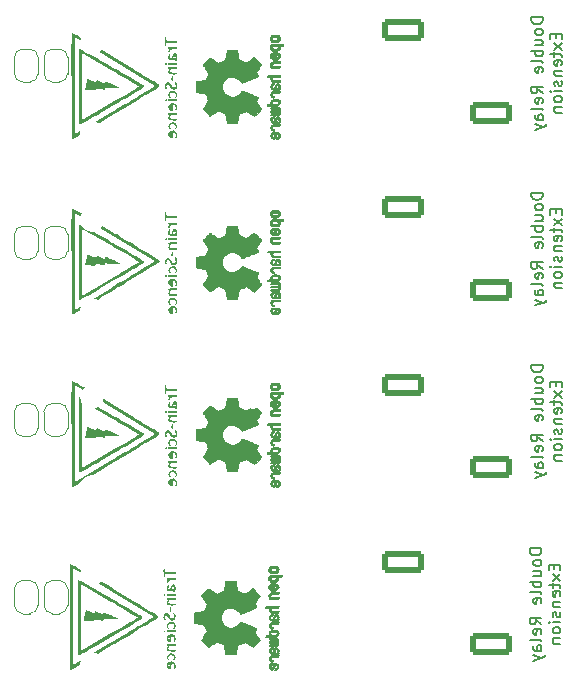
<source format=gbr>
%TF.GenerationSoftware,KiCad,Pcbnew,8.0.5*%
%TF.CreationDate,2025-06-13T11:47:53+02:00*%
%TF.ProjectId,doubleRelayExtensionTHT,646f7562-6c65-4526-956c-617945787465,rev?*%
%TF.SameCoordinates,Original*%
%TF.FileFunction,Legend,Bot*%
%TF.FilePolarity,Positive*%
%FSLAX46Y46*%
G04 Gerber Fmt 4.6, Leading zero omitted, Abs format (unit mm)*
G04 Created by KiCad (PCBNEW 8.0.5) date 2025-06-13 11:47:53*
%MOMM*%
%LPD*%
G01*
G04 APERTURE LIST*
G04 Aperture macros list*
%AMRoundRect*
0 Rectangle with rounded corners*
0 $1 Rounding radius*
0 $2 $3 $4 $5 $6 $7 $8 $9 X,Y pos of 4 corners*
0 Add a 4 corners polygon primitive as box body*
4,1,4,$2,$3,$4,$5,$6,$7,$8,$9,$2,$3,0*
0 Add four circle primitives for the rounded corners*
1,1,$1+$1,$2,$3*
1,1,$1+$1,$4,$5*
1,1,$1+$1,$6,$7*
1,1,$1+$1,$8,$9*
0 Add four rect primitives between the rounded corners*
20,1,$1+$1,$2,$3,$4,$5,0*
20,1,$1+$1,$4,$5,$6,$7,0*
20,1,$1+$1,$6,$7,$8,$9,0*
20,1,$1+$1,$8,$9,$2,$3,0*%
%AMFreePoly0*
4,1,19,0.500000,-0.750000,0.000000,-0.750000,0.000000,-0.744911,-0.071157,-0.744911,-0.207708,-0.704816,-0.327430,-0.627875,-0.420627,-0.520320,-0.479746,-0.390866,-0.500000,-0.250000,-0.500000,0.250000,-0.479746,0.390866,-0.420627,0.520320,-0.327430,0.627875,-0.207708,0.704816,-0.071157,0.744911,0.000000,0.744911,0.000000,0.750000,0.500000,0.750000,0.500000,-0.750000,0.500000,-0.750000,
$1*%
%AMFreePoly1*
4,1,19,0.000000,0.744911,0.071157,0.744911,0.207708,0.704816,0.327430,0.627875,0.420627,0.520320,0.479746,0.390866,0.500000,0.250000,0.500000,-0.250000,0.479746,-0.390866,0.420627,-0.520320,0.327430,-0.627875,0.207708,-0.704816,0.071157,-0.744911,0.000000,-0.744911,0.000000,-0.750000,-0.500000,-0.750000,-0.500000,0.750000,0.000000,0.750000,0.000000,0.744911,0.000000,0.744911,
$1*%
G04 Aperture macros list end*
%ADD10C,0.150000*%
%ADD11C,0.010000*%
%ADD12C,0.120000*%
%ADD13C,0.000000*%
%ADD14RoundRect,0.250000X1.550000X-0.650000X1.550000X0.650000X-1.550000X0.650000X-1.550000X-0.650000X0*%
%ADD15O,3.600000X1.800000*%
%ADD16C,1.400000*%
%ADD17O,1.400000X1.400000*%
%ADD18R,2.000000X2.000000*%
%ADD19C,2.000000*%
%ADD20C,2.200000*%
%ADD21C,3.200000*%
%ADD22RoundRect,0.250000X-1.550000X0.650000X-1.550000X-0.650000X1.550000X-0.650000X1.550000X0.650000X0*%
%ADD23FreePoly0,270.000000*%
%ADD24FreePoly1,270.000000*%
%ADD25FreePoly0,90.000000*%
%ADD26FreePoly1,90.000000*%
G04 APERTURE END LIST*
D10*
X155739875Y-59293713D02*
X154739875Y-59293713D01*
X154739875Y-59293713D02*
X154739875Y-59531808D01*
X154739875Y-59531808D02*
X154787494Y-59674665D01*
X154787494Y-59674665D02*
X154882732Y-59769903D01*
X154882732Y-59769903D02*
X154977970Y-59817522D01*
X154977970Y-59817522D02*
X155168446Y-59865141D01*
X155168446Y-59865141D02*
X155311303Y-59865141D01*
X155311303Y-59865141D02*
X155501779Y-59817522D01*
X155501779Y-59817522D02*
X155597017Y-59769903D01*
X155597017Y-59769903D02*
X155692256Y-59674665D01*
X155692256Y-59674665D02*
X155739875Y-59531808D01*
X155739875Y-59531808D02*
X155739875Y-59293713D01*
X155739875Y-60436570D02*
X155692256Y-60341332D01*
X155692256Y-60341332D02*
X155644636Y-60293713D01*
X155644636Y-60293713D02*
X155549398Y-60246094D01*
X155549398Y-60246094D02*
X155263684Y-60246094D01*
X155263684Y-60246094D02*
X155168446Y-60293713D01*
X155168446Y-60293713D02*
X155120827Y-60341332D01*
X155120827Y-60341332D02*
X155073208Y-60436570D01*
X155073208Y-60436570D02*
X155073208Y-60579427D01*
X155073208Y-60579427D02*
X155120827Y-60674665D01*
X155120827Y-60674665D02*
X155168446Y-60722284D01*
X155168446Y-60722284D02*
X155263684Y-60769903D01*
X155263684Y-60769903D02*
X155549398Y-60769903D01*
X155549398Y-60769903D02*
X155644636Y-60722284D01*
X155644636Y-60722284D02*
X155692256Y-60674665D01*
X155692256Y-60674665D02*
X155739875Y-60579427D01*
X155739875Y-60579427D02*
X155739875Y-60436570D01*
X155073208Y-61627046D02*
X155739875Y-61627046D01*
X155073208Y-61198475D02*
X155597017Y-61198475D01*
X155597017Y-61198475D02*
X155692256Y-61246094D01*
X155692256Y-61246094D02*
X155739875Y-61341332D01*
X155739875Y-61341332D02*
X155739875Y-61484189D01*
X155739875Y-61484189D02*
X155692256Y-61579427D01*
X155692256Y-61579427D02*
X155644636Y-61627046D01*
X155739875Y-62103237D02*
X154739875Y-62103237D01*
X155120827Y-62103237D02*
X155073208Y-62198475D01*
X155073208Y-62198475D02*
X155073208Y-62388951D01*
X155073208Y-62388951D02*
X155120827Y-62484189D01*
X155120827Y-62484189D02*
X155168446Y-62531808D01*
X155168446Y-62531808D02*
X155263684Y-62579427D01*
X155263684Y-62579427D02*
X155549398Y-62579427D01*
X155549398Y-62579427D02*
X155644636Y-62531808D01*
X155644636Y-62531808D02*
X155692256Y-62484189D01*
X155692256Y-62484189D02*
X155739875Y-62388951D01*
X155739875Y-62388951D02*
X155739875Y-62198475D01*
X155739875Y-62198475D02*
X155692256Y-62103237D01*
X155739875Y-63150856D02*
X155692256Y-63055618D01*
X155692256Y-63055618D02*
X155597017Y-63007999D01*
X155597017Y-63007999D02*
X154739875Y-63007999D01*
X155692256Y-63912761D02*
X155739875Y-63817523D01*
X155739875Y-63817523D02*
X155739875Y-63627047D01*
X155739875Y-63627047D02*
X155692256Y-63531809D01*
X155692256Y-63531809D02*
X155597017Y-63484190D01*
X155597017Y-63484190D02*
X155216065Y-63484190D01*
X155216065Y-63484190D02*
X155120827Y-63531809D01*
X155120827Y-63531809D02*
X155073208Y-63627047D01*
X155073208Y-63627047D02*
X155073208Y-63817523D01*
X155073208Y-63817523D02*
X155120827Y-63912761D01*
X155120827Y-63912761D02*
X155216065Y-63960380D01*
X155216065Y-63960380D02*
X155311303Y-63960380D01*
X155311303Y-63960380D02*
X155406541Y-63484190D01*
X155739875Y-65722285D02*
X155263684Y-65388952D01*
X155739875Y-65150857D02*
X154739875Y-65150857D01*
X154739875Y-65150857D02*
X154739875Y-65531809D01*
X154739875Y-65531809D02*
X154787494Y-65627047D01*
X154787494Y-65627047D02*
X154835113Y-65674666D01*
X154835113Y-65674666D02*
X154930351Y-65722285D01*
X154930351Y-65722285D02*
X155073208Y-65722285D01*
X155073208Y-65722285D02*
X155168446Y-65674666D01*
X155168446Y-65674666D02*
X155216065Y-65627047D01*
X155216065Y-65627047D02*
X155263684Y-65531809D01*
X155263684Y-65531809D02*
X155263684Y-65150857D01*
X155692256Y-66531809D02*
X155739875Y-66436571D01*
X155739875Y-66436571D02*
X155739875Y-66246095D01*
X155739875Y-66246095D02*
X155692256Y-66150857D01*
X155692256Y-66150857D02*
X155597017Y-66103238D01*
X155597017Y-66103238D02*
X155216065Y-66103238D01*
X155216065Y-66103238D02*
X155120827Y-66150857D01*
X155120827Y-66150857D02*
X155073208Y-66246095D01*
X155073208Y-66246095D02*
X155073208Y-66436571D01*
X155073208Y-66436571D02*
X155120827Y-66531809D01*
X155120827Y-66531809D02*
X155216065Y-66579428D01*
X155216065Y-66579428D02*
X155311303Y-66579428D01*
X155311303Y-66579428D02*
X155406541Y-66103238D01*
X155739875Y-67150857D02*
X155692256Y-67055619D01*
X155692256Y-67055619D02*
X155597017Y-67008000D01*
X155597017Y-67008000D02*
X154739875Y-67008000D01*
X155739875Y-67960381D02*
X155216065Y-67960381D01*
X155216065Y-67960381D02*
X155120827Y-67912762D01*
X155120827Y-67912762D02*
X155073208Y-67817524D01*
X155073208Y-67817524D02*
X155073208Y-67627048D01*
X155073208Y-67627048D02*
X155120827Y-67531810D01*
X155692256Y-67960381D02*
X155739875Y-67865143D01*
X155739875Y-67865143D02*
X155739875Y-67627048D01*
X155739875Y-67627048D02*
X155692256Y-67531810D01*
X155692256Y-67531810D02*
X155597017Y-67484191D01*
X155597017Y-67484191D02*
X155501779Y-67484191D01*
X155501779Y-67484191D02*
X155406541Y-67531810D01*
X155406541Y-67531810D02*
X155358922Y-67627048D01*
X155358922Y-67627048D02*
X155358922Y-67865143D01*
X155358922Y-67865143D02*
X155311303Y-67960381D01*
X155073208Y-68341334D02*
X155739875Y-68579429D01*
X155073208Y-68817524D02*
X155739875Y-68579429D01*
X155739875Y-68579429D02*
X155977970Y-68484191D01*
X155977970Y-68484191D02*
X156025589Y-68436572D01*
X156025589Y-68436572D02*
X156073208Y-68341334D01*
X156826009Y-60674666D02*
X156826009Y-61007999D01*
X157349819Y-61150856D02*
X157349819Y-60674666D01*
X157349819Y-60674666D02*
X156349819Y-60674666D01*
X156349819Y-60674666D02*
X156349819Y-61150856D01*
X157349819Y-61484190D02*
X156683152Y-62007999D01*
X156683152Y-61484190D02*
X157349819Y-62007999D01*
X156683152Y-62246095D02*
X156683152Y-62627047D01*
X156349819Y-62388952D02*
X157206961Y-62388952D01*
X157206961Y-62388952D02*
X157302200Y-62436571D01*
X157302200Y-62436571D02*
X157349819Y-62531809D01*
X157349819Y-62531809D02*
X157349819Y-62627047D01*
X157302200Y-63341333D02*
X157349819Y-63246095D01*
X157349819Y-63246095D02*
X157349819Y-63055619D01*
X157349819Y-63055619D02*
X157302200Y-62960381D01*
X157302200Y-62960381D02*
X157206961Y-62912762D01*
X157206961Y-62912762D02*
X156826009Y-62912762D01*
X156826009Y-62912762D02*
X156730771Y-62960381D01*
X156730771Y-62960381D02*
X156683152Y-63055619D01*
X156683152Y-63055619D02*
X156683152Y-63246095D01*
X156683152Y-63246095D02*
X156730771Y-63341333D01*
X156730771Y-63341333D02*
X156826009Y-63388952D01*
X156826009Y-63388952D02*
X156921247Y-63388952D01*
X156921247Y-63388952D02*
X157016485Y-62912762D01*
X156683152Y-63817524D02*
X157349819Y-63817524D01*
X156778390Y-63817524D02*
X156730771Y-63865143D01*
X156730771Y-63865143D02*
X156683152Y-63960381D01*
X156683152Y-63960381D02*
X156683152Y-64103238D01*
X156683152Y-64103238D02*
X156730771Y-64198476D01*
X156730771Y-64198476D02*
X156826009Y-64246095D01*
X156826009Y-64246095D02*
X157349819Y-64246095D01*
X157302200Y-64674667D02*
X157349819Y-64769905D01*
X157349819Y-64769905D02*
X157349819Y-64960381D01*
X157349819Y-64960381D02*
X157302200Y-65055619D01*
X157302200Y-65055619D02*
X157206961Y-65103238D01*
X157206961Y-65103238D02*
X157159342Y-65103238D01*
X157159342Y-65103238D02*
X157064104Y-65055619D01*
X157064104Y-65055619D02*
X157016485Y-64960381D01*
X157016485Y-64960381D02*
X157016485Y-64817524D01*
X157016485Y-64817524D02*
X156968866Y-64722286D01*
X156968866Y-64722286D02*
X156873628Y-64674667D01*
X156873628Y-64674667D02*
X156826009Y-64674667D01*
X156826009Y-64674667D02*
X156730771Y-64722286D01*
X156730771Y-64722286D02*
X156683152Y-64817524D01*
X156683152Y-64817524D02*
X156683152Y-64960381D01*
X156683152Y-64960381D02*
X156730771Y-65055619D01*
X157349819Y-65531810D02*
X156683152Y-65531810D01*
X156349819Y-65531810D02*
X156397438Y-65484191D01*
X156397438Y-65484191D02*
X156445057Y-65531810D01*
X156445057Y-65531810D02*
X156397438Y-65579429D01*
X156397438Y-65579429D02*
X156349819Y-65531810D01*
X156349819Y-65531810D02*
X156445057Y-65531810D01*
X157349819Y-66150857D02*
X157302200Y-66055619D01*
X157302200Y-66055619D02*
X157254580Y-66008000D01*
X157254580Y-66008000D02*
X157159342Y-65960381D01*
X157159342Y-65960381D02*
X156873628Y-65960381D01*
X156873628Y-65960381D02*
X156778390Y-66008000D01*
X156778390Y-66008000D02*
X156730771Y-66055619D01*
X156730771Y-66055619D02*
X156683152Y-66150857D01*
X156683152Y-66150857D02*
X156683152Y-66293714D01*
X156683152Y-66293714D02*
X156730771Y-66388952D01*
X156730771Y-66388952D02*
X156778390Y-66436571D01*
X156778390Y-66436571D02*
X156873628Y-66484190D01*
X156873628Y-66484190D02*
X157159342Y-66484190D01*
X157159342Y-66484190D02*
X157254580Y-66436571D01*
X157254580Y-66436571D02*
X157302200Y-66388952D01*
X157302200Y-66388952D02*
X157349819Y-66293714D01*
X157349819Y-66293714D02*
X157349819Y-66150857D01*
X156683152Y-66912762D02*
X157349819Y-66912762D01*
X156778390Y-66912762D02*
X156730771Y-66960381D01*
X156730771Y-66960381D02*
X156683152Y-67055619D01*
X156683152Y-67055619D02*
X156683152Y-67198476D01*
X156683152Y-67198476D02*
X156730771Y-67293714D01*
X156730771Y-67293714D02*
X156826009Y-67341333D01*
X156826009Y-67341333D02*
X157349819Y-67341333D01*
X155739875Y-44434713D02*
X154739875Y-44434713D01*
X154739875Y-44434713D02*
X154739875Y-44672808D01*
X154739875Y-44672808D02*
X154787494Y-44815665D01*
X154787494Y-44815665D02*
X154882732Y-44910903D01*
X154882732Y-44910903D02*
X154977970Y-44958522D01*
X154977970Y-44958522D02*
X155168446Y-45006141D01*
X155168446Y-45006141D02*
X155311303Y-45006141D01*
X155311303Y-45006141D02*
X155501779Y-44958522D01*
X155501779Y-44958522D02*
X155597017Y-44910903D01*
X155597017Y-44910903D02*
X155692256Y-44815665D01*
X155692256Y-44815665D02*
X155739875Y-44672808D01*
X155739875Y-44672808D02*
X155739875Y-44434713D01*
X155739875Y-45577570D02*
X155692256Y-45482332D01*
X155692256Y-45482332D02*
X155644636Y-45434713D01*
X155644636Y-45434713D02*
X155549398Y-45387094D01*
X155549398Y-45387094D02*
X155263684Y-45387094D01*
X155263684Y-45387094D02*
X155168446Y-45434713D01*
X155168446Y-45434713D02*
X155120827Y-45482332D01*
X155120827Y-45482332D02*
X155073208Y-45577570D01*
X155073208Y-45577570D02*
X155073208Y-45720427D01*
X155073208Y-45720427D02*
X155120827Y-45815665D01*
X155120827Y-45815665D02*
X155168446Y-45863284D01*
X155168446Y-45863284D02*
X155263684Y-45910903D01*
X155263684Y-45910903D02*
X155549398Y-45910903D01*
X155549398Y-45910903D02*
X155644636Y-45863284D01*
X155644636Y-45863284D02*
X155692256Y-45815665D01*
X155692256Y-45815665D02*
X155739875Y-45720427D01*
X155739875Y-45720427D02*
X155739875Y-45577570D01*
X155073208Y-46768046D02*
X155739875Y-46768046D01*
X155073208Y-46339475D02*
X155597017Y-46339475D01*
X155597017Y-46339475D02*
X155692256Y-46387094D01*
X155692256Y-46387094D02*
X155739875Y-46482332D01*
X155739875Y-46482332D02*
X155739875Y-46625189D01*
X155739875Y-46625189D02*
X155692256Y-46720427D01*
X155692256Y-46720427D02*
X155644636Y-46768046D01*
X155739875Y-47244237D02*
X154739875Y-47244237D01*
X155120827Y-47244237D02*
X155073208Y-47339475D01*
X155073208Y-47339475D02*
X155073208Y-47529951D01*
X155073208Y-47529951D02*
X155120827Y-47625189D01*
X155120827Y-47625189D02*
X155168446Y-47672808D01*
X155168446Y-47672808D02*
X155263684Y-47720427D01*
X155263684Y-47720427D02*
X155549398Y-47720427D01*
X155549398Y-47720427D02*
X155644636Y-47672808D01*
X155644636Y-47672808D02*
X155692256Y-47625189D01*
X155692256Y-47625189D02*
X155739875Y-47529951D01*
X155739875Y-47529951D02*
X155739875Y-47339475D01*
X155739875Y-47339475D02*
X155692256Y-47244237D01*
X155739875Y-48291856D02*
X155692256Y-48196618D01*
X155692256Y-48196618D02*
X155597017Y-48148999D01*
X155597017Y-48148999D02*
X154739875Y-48148999D01*
X155692256Y-49053761D02*
X155739875Y-48958523D01*
X155739875Y-48958523D02*
X155739875Y-48768047D01*
X155739875Y-48768047D02*
X155692256Y-48672809D01*
X155692256Y-48672809D02*
X155597017Y-48625190D01*
X155597017Y-48625190D02*
X155216065Y-48625190D01*
X155216065Y-48625190D02*
X155120827Y-48672809D01*
X155120827Y-48672809D02*
X155073208Y-48768047D01*
X155073208Y-48768047D02*
X155073208Y-48958523D01*
X155073208Y-48958523D02*
X155120827Y-49053761D01*
X155120827Y-49053761D02*
X155216065Y-49101380D01*
X155216065Y-49101380D02*
X155311303Y-49101380D01*
X155311303Y-49101380D02*
X155406541Y-48625190D01*
X155739875Y-50863285D02*
X155263684Y-50529952D01*
X155739875Y-50291857D02*
X154739875Y-50291857D01*
X154739875Y-50291857D02*
X154739875Y-50672809D01*
X154739875Y-50672809D02*
X154787494Y-50768047D01*
X154787494Y-50768047D02*
X154835113Y-50815666D01*
X154835113Y-50815666D02*
X154930351Y-50863285D01*
X154930351Y-50863285D02*
X155073208Y-50863285D01*
X155073208Y-50863285D02*
X155168446Y-50815666D01*
X155168446Y-50815666D02*
X155216065Y-50768047D01*
X155216065Y-50768047D02*
X155263684Y-50672809D01*
X155263684Y-50672809D02*
X155263684Y-50291857D01*
X155692256Y-51672809D02*
X155739875Y-51577571D01*
X155739875Y-51577571D02*
X155739875Y-51387095D01*
X155739875Y-51387095D02*
X155692256Y-51291857D01*
X155692256Y-51291857D02*
X155597017Y-51244238D01*
X155597017Y-51244238D02*
X155216065Y-51244238D01*
X155216065Y-51244238D02*
X155120827Y-51291857D01*
X155120827Y-51291857D02*
X155073208Y-51387095D01*
X155073208Y-51387095D02*
X155073208Y-51577571D01*
X155073208Y-51577571D02*
X155120827Y-51672809D01*
X155120827Y-51672809D02*
X155216065Y-51720428D01*
X155216065Y-51720428D02*
X155311303Y-51720428D01*
X155311303Y-51720428D02*
X155406541Y-51244238D01*
X155739875Y-52291857D02*
X155692256Y-52196619D01*
X155692256Y-52196619D02*
X155597017Y-52149000D01*
X155597017Y-52149000D02*
X154739875Y-52149000D01*
X155739875Y-53101381D02*
X155216065Y-53101381D01*
X155216065Y-53101381D02*
X155120827Y-53053762D01*
X155120827Y-53053762D02*
X155073208Y-52958524D01*
X155073208Y-52958524D02*
X155073208Y-52768048D01*
X155073208Y-52768048D02*
X155120827Y-52672810D01*
X155692256Y-53101381D02*
X155739875Y-53006143D01*
X155739875Y-53006143D02*
X155739875Y-52768048D01*
X155739875Y-52768048D02*
X155692256Y-52672810D01*
X155692256Y-52672810D02*
X155597017Y-52625191D01*
X155597017Y-52625191D02*
X155501779Y-52625191D01*
X155501779Y-52625191D02*
X155406541Y-52672810D01*
X155406541Y-52672810D02*
X155358922Y-52768048D01*
X155358922Y-52768048D02*
X155358922Y-53006143D01*
X155358922Y-53006143D02*
X155311303Y-53101381D01*
X155073208Y-53482334D02*
X155739875Y-53720429D01*
X155073208Y-53958524D02*
X155739875Y-53720429D01*
X155739875Y-53720429D02*
X155977970Y-53625191D01*
X155977970Y-53625191D02*
X156025589Y-53577572D01*
X156025589Y-53577572D02*
X156073208Y-53482334D01*
X156826009Y-45815666D02*
X156826009Y-46148999D01*
X157349819Y-46291856D02*
X157349819Y-45815666D01*
X157349819Y-45815666D02*
X156349819Y-45815666D01*
X156349819Y-45815666D02*
X156349819Y-46291856D01*
X157349819Y-46625190D02*
X156683152Y-47148999D01*
X156683152Y-46625190D02*
X157349819Y-47148999D01*
X156683152Y-47387095D02*
X156683152Y-47768047D01*
X156349819Y-47529952D02*
X157206961Y-47529952D01*
X157206961Y-47529952D02*
X157302200Y-47577571D01*
X157302200Y-47577571D02*
X157349819Y-47672809D01*
X157349819Y-47672809D02*
X157349819Y-47768047D01*
X157302200Y-48482333D02*
X157349819Y-48387095D01*
X157349819Y-48387095D02*
X157349819Y-48196619D01*
X157349819Y-48196619D02*
X157302200Y-48101381D01*
X157302200Y-48101381D02*
X157206961Y-48053762D01*
X157206961Y-48053762D02*
X156826009Y-48053762D01*
X156826009Y-48053762D02*
X156730771Y-48101381D01*
X156730771Y-48101381D02*
X156683152Y-48196619D01*
X156683152Y-48196619D02*
X156683152Y-48387095D01*
X156683152Y-48387095D02*
X156730771Y-48482333D01*
X156730771Y-48482333D02*
X156826009Y-48529952D01*
X156826009Y-48529952D02*
X156921247Y-48529952D01*
X156921247Y-48529952D02*
X157016485Y-48053762D01*
X156683152Y-48958524D02*
X157349819Y-48958524D01*
X156778390Y-48958524D02*
X156730771Y-49006143D01*
X156730771Y-49006143D02*
X156683152Y-49101381D01*
X156683152Y-49101381D02*
X156683152Y-49244238D01*
X156683152Y-49244238D02*
X156730771Y-49339476D01*
X156730771Y-49339476D02*
X156826009Y-49387095D01*
X156826009Y-49387095D02*
X157349819Y-49387095D01*
X157302200Y-49815667D02*
X157349819Y-49910905D01*
X157349819Y-49910905D02*
X157349819Y-50101381D01*
X157349819Y-50101381D02*
X157302200Y-50196619D01*
X157302200Y-50196619D02*
X157206961Y-50244238D01*
X157206961Y-50244238D02*
X157159342Y-50244238D01*
X157159342Y-50244238D02*
X157064104Y-50196619D01*
X157064104Y-50196619D02*
X157016485Y-50101381D01*
X157016485Y-50101381D02*
X157016485Y-49958524D01*
X157016485Y-49958524D02*
X156968866Y-49863286D01*
X156968866Y-49863286D02*
X156873628Y-49815667D01*
X156873628Y-49815667D02*
X156826009Y-49815667D01*
X156826009Y-49815667D02*
X156730771Y-49863286D01*
X156730771Y-49863286D02*
X156683152Y-49958524D01*
X156683152Y-49958524D02*
X156683152Y-50101381D01*
X156683152Y-50101381D02*
X156730771Y-50196619D01*
X157349819Y-50672810D02*
X156683152Y-50672810D01*
X156349819Y-50672810D02*
X156397438Y-50625191D01*
X156397438Y-50625191D02*
X156445057Y-50672810D01*
X156445057Y-50672810D02*
X156397438Y-50720429D01*
X156397438Y-50720429D02*
X156349819Y-50672810D01*
X156349819Y-50672810D02*
X156445057Y-50672810D01*
X157349819Y-51291857D02*
X157302200Y-51196619D01*
X157302200Y-51196619D02*
X157254580Y-51149000D01*
X157254580Y-51149000D02*
X157159342Y-51101381D01*
X157159342Y-51101381D02*
X156873628Y-51101381D01*
X156873628Y-51101381D02*
X156778390Y-51149000D01*
X156778390Y-51149000D02*
X156730771Y-51196619D01*
X156730771Y-51196619D02*
X156683152Y-51291857D01*
X156683152Y-51291857D02*
X156683152Y-51434714D01*
X156683152Y-51434714D02*
X156730771Y-51529952D01*
X156730771Y-51529952D02*
X156778390Y-51577571D01*
X156778390Y-51577571D02*
X156873628Y-51625190D01*
X156873628Y-51625190D02*
X157159342Y-51625190D01*
X157159342Y-51625190D02*
X157254580Y-51577571D01*
X157254580Y-51577571D02*
X157302200Y-51529952D01*
X157302200Y-51529952D02*
X157349819Y-51434714D01*
X157349819Y-51434714D02*
X157349819Y-51291857D01*
X156683152Y-52053762D02*
X157349819Y-52053762D01*
X156778390Y-52053762D02*
X156730771Y-52101381D01*
X156730771Y-52101381D02*
X156683152Y-52196619D01*
X156683152Y-52196619D02*
X156683152Y-52339476D01*
X156683152Y-52339476D02*
X156730771Y-52434714D01*
X156730771Y-52434714D02*
X156826009Y-52482333D01*
X156826009Y-52482333D02*
X157349819Y-52482333D01*
X155612875Y-89392713D02*
X154612875Y-89392713D01*
X154612875Y-89392713D02*
X154612875Y-89630808D01*
X154612875Y-89630808D02*
X154660494Y-89773665D01*
X154660494Y-89773665D02*
X154755732Y-89868903D01*
X154755732Y-89868903D02*
X154850970Y-89916522D01*
X154850970Y-89916522D02*
X155041446Y-89964141D01*
X155041446Y-89964141D02*
X155184303Y-89964141D01*
X155184303Y-89964141D02*
X155374779Y-89916522D01*
X155374779Y-89916522D02*
X155470017Y-89868903D01*
X155470017Y-89868903D02*
X155565256Y-89773665D01*
X155565256Y-89773665D02*
X155612875Y-89630808D01*
X155612875Y-89630808D02*
X155612875Y-89392713D01*
X155612875Y-90535570D02*
X155565256Y-90440332D01*
X155565256Y-90440332D02*
X155517636Y-90392713D01*
X155517636Y-90392713D02*
X155422398Y-90345094D01*
X155422398Y-90345094D02*
X155136684Y-90345094D01*
X155136684Y-90345094D02*
X155041446Y-90392713D01*
X155041446Y-90392713D02*
X154993827Y-90440332D01*
X154993827Y-90440332D02*
X154946208Y-90535570D01*
X154946208Y-90535570D02*
X154946208Y-90678427D01*
X154946208Y-90678427D02*
X154993827Y-90773665D01*
X154993827Y-90773665D02*
X155041446Y-90821284D01*
X155041446Y-90821284D02*
X155136684Y-90868903D01*
X155136684Y-90868903D02*
X155422398Y-90868903D01*
X155422398Y-90868903D02*
X155517636Y-90821284D01*
X155517636Y-90821284D02*
X155565256Y-90773665D01*
X155565256Y-90773665D02*
X155612875Y-90678427D01*
X155612875Y-90678427D02*
X155612875Y-90535570D01*
X154946208Y-91726046D02*
X155612875Y-91726046D01*
X154946208Y-91297475D02*
X155470017Y-91297475D01*
X155470017Y-91297475D02*
X155565256Y-91345094D01*
X155565256Y-91345094D02*
X155612875Y-91440332D01*
X155612875Y-91440332D02*
X155612875Y-91583189D01*
X155612875Y-91583189D02*
X155565256Y-91678427D01*
X155565256Y-91678427D02*
X155517636Y-91726046D01*
X155612875Y-92202237D02*
X154612875Y-92202237D01*
X154993827Y-92202237D02*
X154946208Y-92297475D01*
X154946208Y-92297475D02*
X154946208Y-92487951D01*
X154946208Y-92487951D02*
X154993827Y-92583189D01*
X154993827Y-92583189D02*
X155041446Y-92630808D01*
X155041446Y-92630808D02*
X155136684Y-92678427D01*
X155136684Y-92678427D02*
X155422398Y-92678427D01*
X155422398Y-92678427D02*
X155517636Y-92630808D01*
X155517636Y-92630808D02*
X155565256Y-92583189D01*
X155565256Y-92583189D02*
X155612875Y-92487951D01*
X155612875Y-92487951D02*
X155612875Y-92297475D01*
X155612875Y-92297475D02*
X155565256Y-92202237D01*
X155612875Y-93249856D02*
X155565256Y-93154618D01*
X155565256Y-93154618D02*
X155470017Y-93106999D01*
X155470017Y-93106999D02*
X154612875Y-93106999D01*
X155565256Y-94011761D02*
X155612875Y-93916523D01*
X155612875Y-93916523D02*
X155612875Y-93726047D01*
X155612875Y-93726047D02*
X155565256Y-93630809D01*
X155565256Y-93630809D02*
X155470017Y-93583190D01*
X155470017Y-93583190D02*
X155089065Y-93583190D01*
X155089065Y-93583190D02*
X154993827Y-93630809D01*
X154993827Y-93630809D02*
X154946208Y-93726047D01*
X154946208Y-93726047D02*
X154946208Y-93916523D01*
X154946208Y-93916523D02*
X154993827Y-94011761D01*
X154993827Y-94011761D02*
X155089065Y-94059380D01*
X155089065Y-94059380D02*
X155184303Y-94059380D01*
X155184303Y-94059380D02*
X155279541Y-93583190D01*
X155612875Y-95821285D02*
X155136684Y-95487952D01*
X155612875Y-95249857D02*
X154612875Y-95249857D01*
X154612875Y-95249857D02*
X154612875Y-95630809D01*
X154612875Y-95630809D02*
X154660494Y-95726047D01*
X154660494Y-95726047D02*
X154708113Y-95773666D01*
X154708113Y-95773666D02*
X154803351Y-95821285D01*
X154803351Y-95821285D02*
X154946208Y-95821285D01*
X154946208Y-95821285D02*
X155041446Y-95773666D01*
X155041446Y-95773666D02*
X155089065Y-95726047D01*
X155089065Y-95726047D02*
X155136684Y-95630809D01*
X155136684Y-95630809D02*
X155136684Y-95249857D01*
X155565256Y-96630809D02*
X155612875Y-96535571D01*
X155612875Y-96535571D02*
X155612875Y-96345095D01*
X155612875Y-96345095D02*
X155565256Y-96249857D01*
X155565256Y-96249857D02*
X155470017Y-96202238D01*
X155470017Y-96202238D02*
X155089065Y-96202238D01*
X155089065Y-96202238D02*
X154993827Y-96249857D01*
X154993827Y-96249857D02*
X154946208Y-96345095D01*
X154946208Y-96345095D02*
X154946208Y-96535571D01*
X154946208Y-96535571D02*
X154993827Y-96630809D01*
X154993827Y-96630809D02*
X155089065Y-96678428D01*
X155089065Y-96678428D02*
X155184303Y-96678428D01*
X155184303Y-96678428D02*
X155279541Y-96202238D01*
X155612875Y-97249857D02*
X155565256Y-97154619D01*
X155565256Y-97154619D02*
X155470017Y-97107000D01*
X155470017Y-97107000D02*
X154612875Y-97107000D01*
X155612875Y-98059381D02*
X155089065Y-98059381D01*
X155089065Y-98059381D02*
X154993827Y-98011762D01*
X154993827Y-98011762D02*
X154946208Y-97916524D01*
X154946208Y-97916524D02*
X154946208Y-97726048D01*
X154946208Y-97726048D02*
X154993827Y-97630810D01*
X155565256Y-98059381D02*
X155612875Y-97964143D01*
X155612875Y-97964143D02*
X155612875Y-97726048D01*
X155612875Y-97726048D02*
X155565256Y-97630810D01*
X155565256Y-97630810D02*
X155470017Y-97583191D01*
X155470017Y-97583191D02*
X155374779Y-97583191D01*
X155374779Y-97583191D02*
X155279541Y-97630810D01*
X155279541Y-97630810D02*
X155231922Y-97726048D01*
X155231922Y-97726048D02*
X155231922Y-97964143D01*
X155231922Y-97964143D02*
X155184303Y-98059381D01*
X154946208Y-98440334D02*
X155612875Y-98678429D01*
X154946208Y-98916524D02*
X155612875Y-98678429D01*
X155612875Y-98678429D02*
X155850970Y-98583191D01*
X155850970Y-98583191D02*
X155898589Y-98535572D01*
X155898589Y-98535572D02*
X155946208Y-98440334D01*
X156699009Y-90773666D02*
X156699009Y-91106999D01*
X157222819Y-91249856D02*
X157222819Y-90773666D01*
X157222819Y-90773666D02*
X156222819Y-90773666D01*
X156222819Y-90773666D02*
X156222819Y-91249856D01*
X157222819Y-91583190D02*
X156556152Y-92106999D01*
X156556152Y-91583190D02*
X157222819Y-92106999D01*
X156556152Y-92345095D02*
X156556152Y-92726047D01*
X156222819Y-92487952D02*
X157079961Y-92487952D01*
X157079961Y-92487952D02*
X157175200Y-92535571D01*
X157175200Y-92535571D02*
X157222819Y-92630809D01*
X157222819Y-92630809D02*
X157222819Y-92726047D01*
X157175200Y-93440333D02*
X157222819Y-93345095D01*
X157222819Y-93345095D02*
X157222819Y-93154619D01*
X157222819Y-93154619D02*
X157175200Y-93059381D01*
X157175200Y-93059381D02*
X157079961Y-93011762D01*
X157079961Y-93011762D02*
X156699009Y-93011762D01*
X156699009Y-93011762D02*
X156603771Y-93059381D01*
X156603771Y-93059381D02*
X156556152Y-93154619D01*
X156556152Y-93154619D02*
X156556152Y-93345095D01*
X156556152Y-93345095D02*
X156603771Y-93440333D01*
X156603771Y-93440333D02*
X156699009Y-93487952D01*
X156699009Y-93487952D02*
X156794247Y-93487952D01*
X156794247Y-93487952D02*
X156889485Y-93011762D01*
X156556152Y-93916524D02*
X157222819Y-93916524D01*
X156651390Y-93916524D02*
X156603771Y-93964143D01*
X156603771Y-93964143D02*
X156556152Y-94059381D01*
X156556152Y-94059381D02*
X156556152Y-94202238D01*
X156556152Y-94202238D02*
X156603771Y-94297476D01*
X156603771Y-94297476D02*
X156699009Y-94345095D01*
X156699009Y-94345095D02*
X157222819Y-94345095D01*
X157175200Y-94773667D02*
X157222819Y-94868905D01*
X157222819Y-94868905D02*
X157222819Y-95059381D01*
X157222819Y-95059381D02*
X157175200Y-95154619D01*
X157175200Y-95154619D02*
X157079961Y-95202238D01*
X157079961Y-95202238D02*
X157032342Y-95202238D01*
X157032342Y-95202238D02*
X156937104Y-95154619D01*
X156937104Y-95154619D02*
X156889485Y-95059381D01*
X156889485Y-95059381D02*
X156889485Y-94916524D01*
X156889485Y-94916524D02*
X156841866Y-94821286D01*
X156841866Y-94821286D02*
X156746628Y-94773667D01*
X156746628Y-94773667D02*
X156699009Y-94773667D01*
X156699009Y-94773667D02*
X156603771Y-94821286D01*
X156603771Y-94821286D02*
X156556152Y-94916524D01*
X156556152Y-94916524D02*
X156556152Y-95059381D01*
X156556152Y-95059381D02*
X156603771Y-95154619D01*
X157222819Y-95630810D02*
X156556152Y-95630810D01*
X156222819Y-95630810D02*
X156270438Y-95583191D01*
X156270438Y-95583191D02*
X156318057Y-95630810D01*
X156318057Y-95630810D02*
X156270438Y-95678429D01*
X156270438Y-95678429D02*
X156222819Y-95630810D01*
X156222819Y-95630810D02*
X156318057Y-95630810D01*
X157222819Y-96249857D02*
X157175200Y-96154619D01*
X157175200Y-96154619D02*
X157127580Y-96107000D01*
X157127580Y-96107000D02*
X157032342Y-96059381D01*
X157032342Y-96059381D02*
X156746628Y-96059381D01*
X156746628Y-96059381D02*
X156651390Y-96107000D01*
X156651390Y-96107000D02*
X156603771Y-96154619D01*
X156603771Y-96154619D02*
X156556152Y-96249857D01*
X156556152Y-96249857D02*
X156556152Y-96392714D01*
X156556152Y-96392714D02*
X156603771Y-96487952D01*
X156603771Y-96487952D02*
X156651390Y-96535571D01*
X156651390Y-96535571D02*
X156746628Y-96583190D01*
X156746628Y-96583190D02*
X157032342Y-96583190D01*
X157032342Y-96583190D02*
X157127580Y-96535571D01*
X157127580Y-96535571D02*
X157175200Y-96487952D01*
X157175200Y-96487952D02*
X157222819Y-96392714D01*
X157222819Y-96392714D02*
X157222819Y-96249857D01*
X156556152Y-97011762D02*
X157222819Y-97011762D01*
X156651390Y-97011762D02*
X156603771Y-97059381D01*
X156603771Y-97059381D02*
X156556152Y-97154619D01*
X156556152Y-97154619D02*
X156556152Y-97297476D01*
X156556152Y-97297476D02*
X156603771Y-97392714D01*
X156603771Y-97392714D02*
X156699009Y-97440333D01*
X156699009Y-97440333D02*
X157222819Y-97440333D01*
X155739875Y-73898713D02*
X154739875Y-73898713D01*
X154739875Y-73898713D02*
X154739875Y-74136808D01*
X154739875Y-74136808D02*
X154787494Y-74279665D01*
X154787494Y-74279665D02*
X154882732Y-74374903D01*
X154882732Y-74374903D02*
X154977970Y-74422522D01*
X154977970Y-74422522D02*
X155168446Y-74470141D01*
X155168446Y-74470141D02*
X155311303Y-74470141D01*
X155311303Y-74470141D02*
X155501779Y-74422522D01*
X155501779Y-74422522D02*
X155597017Y-74374903D01*
X155597017Y-74374903D02*
X155692256Y-74279665D01*
X155692256Y-74279665D02*
X155739875Y-74136808D01*
X155739875Y-74136808D02*
X155739875Y-73898713D01*
X155739875Y-75041570D02*
X155692256Y-74946332D01*
X155692256Y-74946332D02*
X155644636Y-74898713D01*
X155644636Y-74898713D02*
X155549398Y-74851094D01*
X155549398Y-74851094D02*
X155263684Y-74851094D01*
X155263684Y-74851094D02*
X155168446Y-74898713D01*
X155168446Y-74898713D02*
X155120827Y-74946332D01*
X155120827Y-74946332D02*
X155073208Y-75041570D01*
X155073208Y-75041570D02*
X155073208Y-75184427D01*
X155073208Y-75184427D02*
X155120827Y-75279665D01*
X155120827Y-75279665D02*
X155168446Y-75327284D01*
X155168446Y-75327284D02*
X155263684Y-75374903D01*
X155263684Y-75374903D02*
X155549398Y-75374903D01*
X155549398Y-75374903D02*
X155644636Y-75327284D01*
X155644636Y-75327284D02*
X155692256Y-75279665D01*
X155692256Y-75279665D02*
X155739875Y-75184427D01*
X155739875Y-75184427D02*
X155739875Y-75041570D01*
X155073208Y-76232046D02*
X155739875Y-76232046D01*
X155073208Y-75803475D02*
X155597017Y-75803475D01*
X155597017Y-75803475D02*
X155692256Y-75851094D01*
X155692256Y-75851094D02*
X155739875Y-75946332D01*
X155739875Y-75946332D02*
X155739875Y-76089189D01*
X155739875Y-76089189D02*
X155692256Y-76184427D01*
X155692256Y-76184427D02*
X155644636Y-76232046D01*
X155739875Y-76708237D02*
X154739875Y-76708237D01*
X155120827Y-76708237D02*
X155073208Y-76803475D01*
X155073208Y-76803475D02*
X155073208Y-76993951D01*
X155073208Y-76993951D02*
X155120827Y-77089189D01*
X155120827Y-77089189D02*
X155168446Y-77136808D01*
X155168446Y-77136808D02*
X155263684Y-77184427D01*
X155263684Y-77184427D02*
X155549398Y-77184427D01*
X155549398Y-77184427D02*
X155644636Y-77136808D01*
X155644636Y-77136808D02*
X155692256Y-77089189D01*
X155692256Y-77089189D02*
X155739875Y-76993951D01*
X155739875Y-76993951D02*
X155739875Y-76803475D01*
X155739875Y-76803475D02*
X155692256Y-76708237D01*
X155739875Y-77755856D02*
X155692256Y-77660618D01*
X155692256Y-77660618D02*
X155597017Y-77612999D01*
X155597017Y-77612999D02*
X154739875Y-77612999D01*
X155692256Y-78517761D02*
X155739875Y-78422523D01*
X155739875Y-78422523D02*
X155739875Y-78232047D01*
X155739875Y-78232047D02*
X155692256Y-78136809D01*
X155692256Y-78136809D02*
X155597017Y-78089190D01*
X155597017Y-78089190D02*
X155216065Y-78089190D01*
X155216065Y-78089190D02*
X155120827Y-78136809D01*
X155120827Y-78136809D02*
X155073208Y-78232047D01*
X155073208Y-78232047D02*
X155073208Y-78422523D01*
X155073208Y-78422523D02*
X155120827Y-78517761D01*
X155120827Y-78517761D02*
X155216065Y-78565380D01*
X155216065Y-78565380D02*
X155311303Y-78565380D01*
X155311303Y-78565380D02*
X155406541Y-78089190D01*
X155739875Y-80327285D02*
X155263684Y-79993952D01*
X155739875Y-79755857D02*
X154739875Y-79755857D01*
X154739875Y-79755857D02*
X154739875Y-80136809D01*
X154739875Y-80136809D02*
X154787494Y-80232047D01*
X154787494Y-80232047D02*
X154835113Y-80279666D01*
X154835113Y-80279666D02*
X154930351Y-80327285D01*
X154930351Y-80327285D02*
X155073208Y-80327285D01*
X155073208Y-80327285D02*
X155168446Y-80279666D01*
X155168446Y-80279666D02*
X155216065Y-80232047D01*
X155216065Y-80232047D02*
X155263684Y-80136809D01*
X155263684Y-80136809D02*
X155263684Y-79755857D01*
X155692256Y-81136809D02*
X155739875Y-81041571D01*
X155739875Y-81041571D02*
X155739875Y-80851095D01*
X155739875Y-80851095D02*
X155692256Y-80755857D01*
X155692256Y-80755857D02*
X155597017Y-80708238D01*
X155597017Y-80708238D02*
X155216065Y-80708238D01*
X155216065Y-80708238D02*
X155120827Y-80755857D01*
X155120827Y-80755857D02*
X155073208Y-80851095D01*
X155073208Y-80851095D02*
X155073208Y-81041571D01*
X155073208Y-81041571D02*
X155120827Y-81136809D01*
X155120827Y-81136809D02*
X155216065Y-81184428D01*
X155216065Y-81184428D02*
X155311303Y-81184428D01*
X155311303Y-81184428D02*
X155406541Y-80708238D01*
X155739875Y-81755857D02*
X155692256Y-81660619D01*
X155692256Y-81660619D02*
X155597017Y-81613000D01*
X155597017Y-81613000D02*
X154739875Y-81613000D01*
X155739875Y-82565381D02*
X155216065Y-82565381D01*
X155216065Y-82565381D02*
X155120827Y-82517762D01*
X155120827Y-82517762D02*
X155073208Y-82422524D01*
X155073208Y-82422524D02*
X155073208Y-82232048D01*
X155073208Y-82232048D02*
X155120827Y-82136810D01*
X155692256Y-82565381D02*
X155739875Y-82470143D01*
X155739875Y-82470143D02*
X155739875Y-82232048D01*
X155739875Y-82232048D02*
X155692256Y-82136810D01*
X155692256Y-82136810D02*
X155597017Y-82089191D01*
X155597017Y-82089191D02*
X155501779Y-82089191D01*
X155501779Y-82089191D02*
X155406541Y-82136810D01*
X155406541Y-82136810D02*
X155358922Y-82232048D01*
X155358922Y-82232048D02*
X155358922Y-82470143D01*
X155358922Y-82470143D02*
X155311303Y-82565381D01*
X155073208Y-82946334D02*
X155739875Y-83184429D01*
X155073208Y-83422524D02*
X155739875Y-83184429D01*
X155739875Y-83184429D02*
X155977970Y-83089191D01*
X155977970Y-83089191D02*
X156025589Y-83041572D01*
X156025589Y-83041572D02*
X156073208Y-82946334D01*
X156826009Y-75279666D02*
X156826009Y-75612999D01*
X157349819Y-75755856D02*
X157349819Y-75279666D01*
X157349819Y-75279666D02*
X156349819Y-75279666D01*
X156349819Y-75279666D02*
X156349819Y-75755856D01*
X157349819Y-76089190D02*
X156683152Y-76612999D01*
X156683152Y-76089190D02*
X157349819Y-76612999D01*
X156683152Y-76851095D02*
X156683152Y-77232047D01*
X156349819Y-76993952D02*
X157206961Y-76993952D01*
X157206961Y-76993952D02*
X157302200Y-77041571D01*
X157302200Y-77041571D02*
X157349819Y-77136809D01*
X157349819Y-77136809D02*
X157349819Y-77232047D01*
X157302200Y-77946333D02*
X157349819Y-77851095D01*
X157349819Y-77851095D02*
X157349819Y-77660619D01*
X157349819Y-77660619D02*
X157302200Y-77565381D01*
X157302200Y-77565381D02*
X157206961Y-77517762D01*
X157206961Y-77517762D02*
X156826009Y-77517762D01*
X156826009Y-77517762D02*
X156730771Y-77565381D01*
X156730771Y-77565381D02*
X156683152Y-77660619D01*
X156683152Y-77660619D02*
X156683152Y-77851095D01*
X156683152Y-77851095D02*
X156730771Y-77946333D01*
X156730771Y-77946333D02*
X156826009Y-77993952D01*
X156826009Y-77993952D02*
X156921247Y-77993952D01*
X156921247Y-77993952D02*
X157016485Y-77517762D01*
X156683152Y-78422524D02*
X157349819Y-78422524D01*
X156778390Y-78422524D02*
X156730771Y-78470143D01*
X156730771Y-78470143D02*
X156683152Y-78565381D01*
X156683152Y-78565381D02*
X156683152Y-78708238D01*
X156683152Y-78708238D02*
X156730771Y-78803476D01*
X156730771Y-78803476D02*
X156826009Y-78851095D01*
X156826009Y-78851095D02*
X157349819Y-78851095D01*
X157302200Y-79279667D02*
X157349819Y-79374905D01*
X157349819Y-79374905D02*
X157349819Y-79565381D01*
X157349819Y-79565381D02*
X157302200Y-79660619D01*
X157302200Y-79660619D02*
X157206961Y-79708238D01*
X157206961Y-79708238D02*
X157159342Y-79708238D01*
X157159342Y-79708238D02*
X157064104Y-79660619D01*
X157064104Y-79660619D02*
X157016485Y-79565381D01*
X157016485Y-79565381D02*
X157016485Y-79422524D01*
X157016485Y-79422524D02*
X156968866Y-79327286D01*
X156968866Y-79327286D02*
X156873628Y-79279667D01*
X156873628Y-79279667D02*
X156826009Y-79279667D01*
X156826009Y-79279667D02*
X156730771Y-79327286D01*
X156730771Y-79327286D02*
X156683152Y-79422524D01*
X156683152Y-79422524D02*
X156683152Y-79565381D01*
X156683152Y-79565381D02*
X156730771Y-79660619D01*
X157349819Y-80136810D02*
X156683152Y-80136810D01*
X156349819Y-80136810D02*
X156397438Y-80089191D01*
X156397438Y-80089191D02*
X156445057Y-80136810D01*
X156445057Y-80136810D02*
X156397438Y-80184429D01*
X156397438Y-80184429D02*
X156349819Y-80136810D01*
X156349819Y-80136810D02*
X156445057Y-80136810D01*
X157349819Y-80755857D02*
X157302200Y-80660619D01*
X157302200Y-80660619D02*
X157254580Y-80613000D01*
X157254580Y-80613000D02*
X157159342Y-80565381D01*
X157159342Y-80565381D02*
X156873628Y-80565381D01*
X156873628Y-80565381D02*
X156778390Y-80613000D01*
X156778390Y-80613000D02*
X156730771Y-80660619D01*
X156730771Y-80660619D02*
X156683152Y-80755857D01*
X156683152Y-80755857D02*
X156683152Y-80898714D01*
X156683152Y-80898714D02*
X156730771Y-80993952D01*
X156730771Y-80993952D02*
X156778390Y-81041571D01*
X156778390Y-81041571D02*
X156873628Y-81089190D01*
X156873628Y-81089190D02*
X157159342Y-81089190D01*
X157159342Y-81089190D02*
X157254580Y-81041571D01*
X157254580Y-81041571D02*
X157302200Y-80993952D01*
X157302200Y-80993952D02*
X157349819Y-80898714D01*
X157349819Y-80898714D02*
X157349819Y-80755857D01*
X156683152Y-81517762D02*
X157349819Y-81517762D01*
X156778390Y-81517762D02*
X156730771Y-81565381D01*
X156730771Y-81565381D02*
X156683152Y-81660619D01*
X156683152Y-81660619D02*
X156683152Y-81803476D01*
X156683152Y-81803476D02*
X156730771Y-81898714D01*
X156730771Y-81898714D02*
X156826009Y-81946333D01*
X156826009Y-81946333D02*
X157349819Y-81946333D01*
D11*
%TO.C,REF\u002A\u002A*%
X133243805Y-82940997D02*
X133340308Y-82942140D01*
X133417323Y-82944081D01*
X133468319Y-82946635D01*
X133486769Y-82949619D01*
X133480667Y-82969038D01*
X133464095Y-83008234D01*
X133463558Y-83009411D01*
X133452903Y-83029765D01*
X133438282Y-83043454D01*
X133412673Y-83051801D01*
X133369054Y-83056126D01*
X133300403Y-83057752D01*
X133199698Y-83058000D01*
X133135813Y-83058500D01*
X133015751Y-83063836D01*
X132927809Y-83076055D01*
X132867375Y-83096448D01*
X132829836Y-83126305D01*
X132810581Y-83166918D01*
X132809239Y-83172552D01*
X132808191Y-83248622D01*
X132842271Y-83307948D01*
X132910598Y-83348923D01*
X132930351Y-83356230D01*
X132974066Y-83372886D01*
X132994155Y-83381321D01*
X132991387Y-83398644D01*
X132976365Y-83436475D01*
X132951556Y-83471760D01*
X132904670Y-83487846D01*
X132871087Y-83483048D01*
X132802967Y-83453569D01*
X132739134Y-83405902D01*
X132694988Y-83350161D01*
X132684782Y-83326807D01*
X132667718Y-83238381D01*
X132674476Y-83144499D01*
X132704440Y-83063833D01*
X132726954Y-83030286D01*
X132759212Y-82996313D01*
X132800246Y-82972081D01*
X132856108Y-82955999D01*
X132932851Y-82946479D01*
X133036525Y-82941932D01*
X133173184Y-82940769D01*
X133243805Y-82940997D01*
G36*
X133243805Y-82940997D02*
G01*
X133340308Y-82942140D01*
X133417323Y-82944081D01*
X133468319Y-82946635D01*
X133486769Y-82949619D01*
X133480667Y-82969038D01*
X133464095Y-83008234D01*
X133463558Y-83009411D01*
X133452903Y-83029765D01*
X133438282Y-83043454D01*
X133412673Y-83051801D01*
X133369054Y-83056126D01*
X133300403Y-83057752D01*
X133199698Y-83058000D01*
X133135813Y-83058500D01*
X133015751Y-83063836D01*
X132927809Y-83076055D01*
X132867375Y-83096448D01*
X132829836Y-83126305D01*
X132810581Y-83166918D01*
X132809239Y-83172552D01*
X132808191Y-83248622D01*
X132842271Y-83307948D01*
X132910598Y-83348923D01*
X132930351Y-83356230D01*
X132974066Y-83372886D01*
X132994155Y-83381321D01*
X132991387Y-83398644D01*
X132976365Y-83436475D01*
X132951556Y-83471760D01*
X132904670Y-83487846D01*
X132871087Y-83483048D01*
X132802967Y-83453569D01*
X132739134Y-83405902D01*
X132694988Y-83350161D01*
X132684782Y-83326807D01*
X132667718Y-83238381D01*
X132674476Y-83144499D01*
X132704440Y-83063833D01*
X132726954Y-83030286D01*
X132759212Y-82996313D01*
X132800246Y-82972081D01*
X132856108Y-82955999D01*
X132932851Y-82946479D01*
X133036525Y-82941932D01*
X133173184Y-82940769D01*
X133243805Y-82940997D01*
G37*
X133486738Y-77655697D02*
X133468787Y-77702754D01*
X133451511Y-77737985D01*
X133429242Y-77760983D01*
X133395165Y-77774345D01*
X133342463Y-77780672D01*
X133264323Y-77782563D01*
X133153928Y-77782615D01*
X133065935Y-77782883D01*
X132981502Y-77784479D01*
X132923834Y-77788288D01*
X132885988Y-77795180D01*
X132861024Y-77806025D01*
X132842000Y-77821692D01*
X132815153Y-77860208D01*
X132805034Y-77924909D01*
X132830606Y-77988919D01*
X132833880Y-77993144D01*
X132849007Y-78006311D01*
X132873268Y-78016025D01*
X132912650Y-78023097D01*
X132973141Y-78028344D01*
X133060729Y-78032579D01*
X133181402Y-78036615D01*
X133504515Y-78046385D01*
X133430065Y-78212461D01*
X133135062Y-78212461D01*
X133054919Y-78212117D01*
X132943431Y-78209153D01*
X132860421Y-78201649D01*
X132799199Y-78187810D01*
X132753075Y-78165845D01*
X132715358Y-78133961D01*
X132679358Y-78090367D01*
X132643089Y-78027664D01*
X132619412Y-77928883D01*
X132629684Y-77829628D01*
X132672569Y-77738371D01*
X132746729Y-77663584D01*
X132769944Y-77648083D01*
X132796256Y-77635226D01*
X132829420Y-77626107D01*
X132875881Y-77619898D01*
X132942082Y-77615767D01*
X133034468Y-77612884D01*
X133159485Y-77610421D01*
X133506278Y-77604303D01*
X133486738Y-77655697D01*
G36*
X133486738Y-77655697D02*
G01*
X133468787Y-77702754D01*
X133451511Y-77737985D01*
X133429242Y-77760983D01*
X133395165Y-77774345D01*
X133342463Y-77780672D01*
X133264323Y-77782563D01*
X133153928Y-77782615D01*
X133065935Y-77782883D01*
X132981502Y-77784479D01*
X132923834Y-77788288D01*
X132885988Y-77795180D01*
X132861024Y-77806025D01*
X132842000Y-77821692D01*
X132815153Y-77860208D01*
X132805034Y-77924909D01*
X132830606Y-77988919D01*
X132833880Y-77993144D01*
X132849007Y-78006311D01*
X132873268Y-78016025D01*
X132912650Y-78023097D01*
X132973141Y-78028344D01*
X133060729Y-78032579D01*
X133181402Y-78036615D01*
X133504515Y-78046385D01*
X133430065Y-78212461D01*
X133135062Y-78212461D01*
X133054919Y-78212117D01*
X132943431Y-78209153D01*
X132860421Y-78201649D01*
X132799199Y-78187810D01*
X132753075Y-78165845D01*
X132715358Y-78133961D01*
X132679358Y-78090367D01*
X132643089Y-78027664D01*
X132619412Y-77928883D01*
X132629684Y-77829628D01*
X132672569Y-77738371D01*
X132746729Y-77663584D01*
X132769944Y-77648083D01*
X132796256Y-77635226D01*
X132829420Y-77626107D01*
X132875881Y-77619898D01*
X132942082Y-77615767D01*
X133034468Y-77612884D01*
X133159485Y-77610421D01*
X133506278Y-77604303D01*
X133486738Y-77655697D01*
G37*
X133413296Y-80130239D02*
X133468507Y-80135395D01*
X133486769Y-80143842D01*
X133481301Y-80169406D01*
X133464733Y-80212834D01*
X133459888Y-80223060D01*
X133448920Y-80239033D01*
X133430890Y-80250046D01*
X133399396Y-80257250D01*
X133348036Y-80261792D01*
X133270410Y-80264820D01*
X133160115Y-80267484D01*
X133127875Y-80268215D01*
X133026050Y-80271035D01*
X132954788Y-80274696D01*
X132907332Y-80280306D01*
X132876925Y-80288971D01*
X132856810Y-80301798D01*
X132840229Y-80319895D01*
X132811161Y-80373475D01*
X132805564Y-80439388D01*
X132827807Y-80498365D01*
X132873859Y-80540797D01*
X132939692Y-80557077D01*
X132957587Y-80557530D01*
X132989982Y-80566422D01*
X132994925Y-80592675D01*
X132975633Y-80644081D01*
X132969446Y-80655987D01*
X132933058Y-80688165D01*
X132878954Y-80688802D01*
X132804128Y-80658144D01*
X132763350Y-80630022D01*
X132705421Y-80558117D01*
X132672670Y-80469362D01*
X132668212Y-80374458D01*
X132695167Y-80284108D01*
X132698581Y-80277940D01*
X132737692Y-80227553D01*
X132787975Y-80182502D01*
X132799339Y-80174645D01*
X132825860Y-80159624D01*
X132857336Y-80148893D01*
X132900591Y-80141514D01*
X132962449Y-80136548D01*
X133049733Y-80133058D01*
X133169269Y-80130107D01*
X133189478Y-80129689D01*
X133320499Y-80128346D01*
X133413296Y-80130239D01*
G36*
X133413296Y-80130239D02*
G01*
X133468507Y-80135395D01*
X133486769Y-80143842D01*
X133481301Y-80169406D01*
X133464733Y-80212834D01*
X133459888Y-80223060D01*
X133448920Y-80239033D01*
X133430890Y-80250046D01*
X133399396Y-80257250D01*
X133348036Y-80261792D01*
X133270410Y-80264820D01*
X133160115Y-80267484D01*
X133127875Y-80268215D01*
X133026050Y-80271035D01*
X132954788Y-80274696D01*
X132907332Y-80280306D01*
X132876925Y-80288971D01*
X132856810Y-80301798D01*
X132840229Y-80319895D01*
X132811161Y-80373475D01*
X132805564Y-80439388D01*
X132827807Y-80498365D01*
X132873859Y-80540797D01*
X132939692Y-80557077D01*
X132957587Y-80557530D01*
X132989982Y-80566422D01*
X132994925Y-80592675D01*
X132975633Y-80644081D01*
X132969446Y-80655987D01*
X132933058Y-80688165D01*
X132878954Y-80688802D01*
X132804128Y-80658144D01*
X132763350Y-80630022D01*
X132705421Y-80558117D01*
X132672670Y-80469362D01*
X132668212Y-80374458D01*
X132695167Y-80284108D01*
X132698581Y-80277940D01*
X132737692Y-80227553D01*
X132787975Y-80182502D01*
X132799339Y-80174645D01*
X132825860Y-80159624D01*
X132857336Y-80148893D01*
X132900591Y-80141514D01*
X132962449Y-80136548D01*
X133049733Y-80133058D01*
X133169269Y-80130107D01*
X133189478Y-80129689D01*
X133320499Y-80128346D01*
X133413296Y-80130239D01*
G37*
X133103094Y-78779340D02*
X133227805Y-78780042D01*
X133333557Y-78781117D01*
X133415322Y-78782500D01*
X133468069Y-78784126D01*
X133486769Y-78785930D01*
X133486706Y-78786636D01*
X133479912Y-78810613D01*
X133465320Y-78854315D01*
X133443870Y-78915846D01*
X133168617Y-78915846D01*
X133060466Y-78916237D01*
X132982026Y-78918054D01*
X132928647Y-78922233D01*
X132893256Y-78929714D01*
X132868779Y-78941433D01*
X132848144Y-78958329D01*
X132837170Y-78969848D01*
X132806775Y-79032136D01*
X132809466Y-79100789D01*
X132845406Y-79163702D01*
X132854325Y-79172861D01*
X132872844Y-79187529D01*
X132897326Y-79197567D01*
X132934393Y-79203849D01*
X132990667Y-79207252D01*
X133072771Y-79208651D01*
X133187329Y-79208923D01*
X133245430Y-79209053D01*
X133340993Y-79209901D01*
X133417526Y-79211406D01*
X133468345Y-79213415D01*
X133486769Y-79215777D01*
X133486706Y-79216482D01*
X133479912Y-79240459D01*
X133465320Y-79284161D01*
X133443870Y-79345692D01*
X133167358Y-79345662D01*
X133142742Y-79345616D01*
X133014419Y-79343030D01*
X132917384Y-79335087D01*
X132845057Y-79319845D01*
X132790855Y-79295364D01*
X132748198Y-79259702D01*
X132710505Y-79210918D01*
X132686910Y-79163339D01*
X132668672Y-79087268D01*
X132667636Y-79012444D01*
X132685378Y-78954923D01*
X132687829Y-78950598D01*
X132687566Y-78937262D01*
X132667039Y-78928149D01*
X132619980Y-78921572D01*
X132540120Y-78915846D01*
X132376236Y-78906077D01*
X132429806Y-78779077D01*
X132964455Y-78779077D01*
X133103094Y-78779340D01*
G36*
X133103094Y-78779340D02*
G01*
X133227805Y-78780042D01*
X133333557Y-78781117D01*
X133415322Y-78782500D01*
X133468069Y-78784126D01*
X133486769Y-78785930D01*
X133486706Y-78786636D01*
X133479912Y-78810613D01*
X133465320Y-78854315D01*
X133443870Y-78915846D01*
X133168617Y-78915846D01*
X133060466Y-78916237D01*
X132982026Y-78918054D01*
X132928647Y-78922233D01*
X132893256Y-78929714D01*
X132868779Y-78941433D01*
X132848144Y-78958329D01*
X132837170Y-78969848D01*
X132806775Y-79032136D01*
X132809466Y-79100789D01*
X132845406Y-79163702D01*
X132854325Y-79172861D01*
X132872844Y-79187529D01*
X132897326Y-79197567D01*
X132934393Y-79203849D01*
X132990667Y-79207252D01*
X133072771Y-79208651D01*
X133187329Y-79208923D01*
X133245430Y-79209053D01*
X133340993Y-79209901D01*
X133417526Y-79211406D01*
X133468345Y-79213415D01*
X133486769Y-79215777D01*
X133486706Y-79216482D01*
X133479912Y-79240459D01*
X133465320Y-79284161D01*
X133443870Y-79345692D01*
X133167358Y-79345662D01*
X133142742Y-79345616D01*
X133014419Y-79343030D01*
X132917384Y-79335087D01*
X132845057Y-79319845D01*
X132790855Y-79295364D01*
X132748198Y-79259702D01*
X132710505Y-79210918D01*
X132686910Y-79163339D01*
X132668672Y-79087268D01*
X132667636Y-79012444D01*
X132685378Y-78954923D01*
X132687829Y-78950598D01*
X132687566Y-78937262D01*
X132667039Y-78928149D01*
X132619980Y-78921572D01*
X132540120Y-78915846D01*
X132376236Y-78906077D01*
X132429806Y-78779077D01*
X132964455Y-78779077D01*
X133103094Y-78779340D01*
G37*
X133428363Y-81537215D02*
X133442228Y-81551338D01*
X133473046Y-81590464D01*
X133483028Y-81629922D01*
X133478433Y-81688638D01*
X133475462Y-81712544D01*
X133469176Y-81774199D01*
X133466672Y-81817308D01*
X133467055Y-81830095D01*
X133471200Y-81882554D01*
X133478433Y-81945978D01*
X133480918Y-81966270D01*
X133481895Y-82017390D01*
X133466462Y-82054793D01*
X133428363Y-82097401D01*
X133366533Y-82159231D01*
X133016343Y-82159231D01*
X132912857Y-82158749D01*
X132814192Y-82157247D01*
X132736068Y-82154911D01*
X132684662Y-82151929D01*
X132666154Y-82148491D01*
X132666204Y-82147770D01*
X132675413Y-82122797D01*
X132695707Y-82080601D01*
X132725261Y-82023451D01*
X133032746Y-82018072D01*
X133340231Y-82012692D01*
X133340231Y-81895461D01*
X133003192Y-81890115D01*
X132911574Y-81888421D01*
X132813649Y-81885995D01*
X132735906Y-81883366D01*
X132684642Y-81880754D01*
X132666154Y-81878377D01*
X132666219Y-81877694D01*
X132673020Y-81854004D01*
X132687604Y-81810454D01*
X132709054Y-81748923D01*
X133005104Y-81748624D01*
X133056532Y-81748324D01*
X133156466Y-81746246D01*
X133239925Y-81742530D01*
X133299377Y-81737570D01*
X133327287Y-81731760D01*
X133342214Y-81710976D01*
X133346825Y-81668560D01*
X133340231Y-81621923D01*
X133003192Y-81616577D01*
X132917546Y-81614664D01*
X132816172Y-81610697D01*
X132736655Y-81605509D01*
X132684736Y-81599501D01*
X132666154Y-81593073D01*
X132672034Y-81568002D01*
X132688829Y-81525150D01*
X132711503Y-81475385D01*
X133366533Y-81475385D01*
X133428363Y-81537215D01*
G36*
X133428363Y-81537215D02*
G01*
X133442228Y-81551338D01*
X133473046Y-81590464D01*
X133483028Y-81629922D01*
X133478433Y-81688638D01*
X133475462Y-81712544D01*
X133469176Y-81774199D01*
X133466672Y-81817308D01*
X133467055Y-81830095D01*
X133471200Y-81882554D01*
X133478433Y-81945978D01*
X133480918Y-81966270D01*
X133481895Y-82017390D01*
X133466462Y-82054793D01*
X133428363Y-82097401D01*
X133366533Y-82159231D01*
X133016343Y-82159231D01*
X132912857Y-82158749D01*
X132814192Y-82157247D01*
X132736068Y-82154911D01*
X132684662Y-82151929D01*
X132666154Y-82148491D01*
X132666204Y-82147770D01*
X132675413Y-82122797D01*
X132695707Y-82080601D01*
X132725261Y-82023451D01*
X133032746Y-82018072D01*
X133340231Y-82012692D01*
X133340231Y-81895461D01*
X133003192Y-81890115D01*
X132911574Y-81888421D01*
X132813649Y-81885995D01*
X132735906Y-81883366D01*
X132684642Y-81880754D01*
X132666154Y-81878377D01*
X132666219Y-81877694D01*
X132673020Y-81854004D01*
X132687604Y-81810454D01*
X132709054Y-81748923D01*
X133005104Y-81748624D01*
X133056532Y-81748324D01*
X133156466Y-81746246D01*
X133239925Y-81742530D01*
X133299377Y-81737570D01*
X133327287Y-81731760D01*
X133342214Y-81710976D01*
X133346825Y-81668560D01*
X133340231Y-81621923D01*
X133003192Y-81616577D01*
X132917546Y-81614664D01*
X132816172Y-81610697D01*
X132736655Y-81605509D01*
X132684736Y-81599501D01*
X132666154Y-81593073D01*
X132672034Y-81568002D01*
X132688829Y-81525150D01*
X132711503Y-81475385D01*
X133366533Y-81475385D01*
X133428363Y-81537215D01*
G37*
X133078105Y-75359865D02*
X133172584Y-75360924D01*
X133238414Y-75364564D01*
X133284394Y-75372108D01*
X133319321Y-75384878D01*
X133351995Y-75404197D01*
X133358775Y-75408950D01*
X133412231Y-75459241D01*
X133452547Y-75516543D01*
X133465629Y-75545968D01*
X133487450Y-75651701D01*
X133473336Y-75756266D01*
X133425105Y-75852632D01*
X133344579Y-75933765D01*
X133333791Y-75940615D01*
X133271153Y-75962903D01*
X133183935Y-75977921D01*
X133083210Y-75985208D01*
X132980052Y-75984301D01*
X132885533Y-75974738D01*
X132810727Y-75956057D01*
X132760905Y-75932049D01*
X132683409Y-75864464D01*
X132635256Y-75772886D01*
X132619727Y-75667720D01*
X132802923Y-75667720D01*
X132804432Y-75685984D01*
X132832107Y-75737152D01*
X132894172Y-75770965D01*
X132990037Y-75787204D01*
X133119114Y-75785651D01*
X133127420Y-75785026D01*
X133198643Y-75775923D01*
X133243809Y-75759712D01*
X133274752Y-75732340D01*
X133303737Y-75686447D01*
X133305261Y-75641058D01*
X133271846Y-75594308D01*
X133263053Y-75586176D01*
X133236741Y-75570246D01*
X133198520Y-75560841D01*
X133139349Y-75556368D01*
X133050182Y-75555231D01*
X132966664Y-75557178D01*
X132887095Y-75566895D01*
X132836808Y-75586953D01*
X132810513Y-75619760D01*
X132802923Y-75667720D01*
X132619727Y-75667720D01*
X132618703Y-75660787D01*
X132619599Y-75630849D01*
X132637929Y-75542685D01*
X132684104Y-75470267D01*
X132763648Y-75403808D01*
X132769548Y-75399853D01*
X132801288Y-75381960D01*
X132837163Y-75370322D01*
X132885906Y-75363629D01*
X132956249Y-75360574D01*
X133050182Y-75359894D01*
X133056923Y-75359846D01*
X133078105Y-75359865D01*
G36*
X133078105Y-75359865D02*
G01*
X133172584Y-75360924D01*
X133238414Y-75364564D01*
X133284394Y-75372108D01*
X133319321Y-75384878D01*
X133351995Y-75404197D01*
X133358775Y-75408950D01*
X133412231Y-75459241D01*
X133452547Y-75516543D01*
X133465629Y-75545968D01*
X133487450Y-75651701D01*
X133473336Y-75756266D01*
X133425105Y-75852632D01*
X133344579Y-75933765D01*
X133333791Y-75940615D01*
X133271153Y-75962903D01*
X133183935Y-75977921D01*
X133083210Y-75985208D01*
X132980052Y-75984301D01*
X132885533Y-75974738D01*
X132810727Y-75956057D01*
X132760905Y-75932049D01*
X132683409Y-75864464D01*
X132635256Y-75772886D01*
X132619727Y-75667720D01*
X132802923Y-75667720D01*
X132804432Y-75685984D01*
X132832107Y-75737152D01*
X132894172Y-75770965D01*
X132990037Y-75787204D01*
X133119114Y-75785651D01*
X133127420Y-75785026D01*
X133198643Y-75775923D01*
X133243809Y-75759712D01*
X133274752Y-75732340D01*
X133303737Y-75686447D01*
X133305261Y-75641058D01*
X133271846Y-75594308D01*
X133263053Y-75586176D01*
X133236741Y-75570246D01*
X133198520Y-75560841D01*
X133139349Y-75556368D01*
X133050182Y-75555231D01*
X132966664Y-75557178D01*
X132887095Y-75566895D01*
X132836808Y-75586953D01*
X132810513Y-75619760D01*
X132802923Y-75667720D01*
X132619727Y-75667720D01*
X132618703Y-75660787D01*
X132619599Y-75630849D01*
X132637929Y-75542685D01*
X132684104Y-75470267D01*
X132763648Y-75403808D01*
X132769548Y-75399853D01*
X132801288Y-75381960D01*
X132837163Y-75370322D01*
X132885906Y-75363629D01*
X132956249Y-75360574D01*
X133050182Y-75359894D01*
X133056923Y-75359846D01*
X133078105Y-75359865D01*
G37*
X133132449Y-83605587D02*
X133235047Y-83610359D01*
X133310126Y-83622850D01*
X133365748Y-83645879D01*
X133409975Y-83682268D01*
X133450869Y-83734838D01*
X133469466Y-83768286D01*
X133481991Y-83821902D01*
X133481003Y-83897220D01*
X133477035Y-83939328D01*
X133464920Y-83990121D01*
X133438585Y-84030720D01*
X133389514Y-84077951D01*
X133382346Y-84084262D01*
X133327189Y-84126723D01*
X133279150Y-84146982D01*
X133222184Y-84152154D01*
X133138471Y-84152154D01*
X133160552Y-84093654D01*
X133186364Y-84051006D01*
X133246928Y-84013936D01*
X133266320Y-84006197D01*
X133321235Y-83962926D01*
X133348879Y-83904024D01*
X133346393Y-83839889D01*
X133310923Y-83780923D01*
X133288805Y-83760658D01*
X133255436Y-83742280D01*
X133225117Y-83748029D01*
X133193913Y-83781113D01*
X133157887Y-83844739D01*
X133113103Y-83942115D01*
X133025445Y-84142385D01*
X132938607Y-84147699D01*
X132873663Y-84145353D01*
X132791590Y-84115814D01*
X132746361Y-84078528D01*
X132695838Y-84001224D01*
X132670316Y-83909522D01*
X132670490Y-83901360D01*
X132802721Y-83901360D01*
X132833339Y-83971960D01*
X132848648Y-83991526D01*
X132883296Y-84015217D01*
X132917538Y-84005312D01*
X132954096Y-83960244D01*
X132995692Y-83878443D01*
X133001718Y-83864908D01*
X133029753Y-83800182D01*
X133049472Y-83751753D01*
X133056923Y-83729249D01*
X133051438Y-83725839D01*
X133017948Y-83724471D01*
X132964116Y-83729349D01*
X132911473Y-83741636D01*
X132845151Y-83779959D01*
X132807780Y-83835280D01*
X132802721Y-83901360D01*
X132670490Y-83901360D01*
X132672336Y-83814726D01*
X132704440Y-83728141D01*
X132716767Y-83709080D01*
X132754912Y-83665360D01*
X132803167Y-83635460D01*
X132868710Y-83617032D01*
X132958720Y-83607730D01*
X133017948Y-83606501D01*
X133080376Y-83605206D01*
X133132449Y-83605587D01*
G36*
X133132449Y-83605587D02*
G01*
X133235047Y-83610359D01*
X133310126Y-83622850D01*
X133365748Y-83645879D01*
X133409975Y-83682268D01*
X133450869Y-83734838D01*
X133469466Y-83768286D01*
X133481991Y-83821902D01*
X133481003Y-83897220D01*
X133477035Y-83939328D01*
X133464920Y-83990121D01*
X133438585Y-84030720D01*
X133389514Y-84077951D01*
X133382346Y-84084262D01*
X133327189Y-84126723D01*
X133279150Y-84146982D01*
X133222184Y-84152154D01*
X133138471Y-84152154D01*
X133160552Y-84093654D01*
X133186364Y-84051006D01*
X133246928Y-84013936D01*
X133266320Y-84006197D01*
X133321235Y-83962926D01*
X133348879Y-83904024D01*
X133346393Y-83839889D01*
X133310923Y-83780923D01*
X133288805Y-83760658D01*
X133255436Y-83742280D01*
X133225117Y-83748029D01*
X133193913Y-83781113D01*
X133157887Y-83844739D01*
X133113103Y-83942115D01*
X133025445Y-84142385D01*
X132938607Y-84147699D01*
X132873663Y-84145353D01*
X132791590Y-84115814D01*
X132746361Y-84078528D01*
X132695838Y-84001224D01*
X132670316Y-83909522D01*
X132670490Y-83901360D01*
X132802721Y-83901360D01*
X132833339Y-83971960D01*
X132848648Y-83991526D01*
X132883296Y-84015217D01*
X132917538Y-84005312D01*
X132954096Y-83960244D01*
X132995692Y-83878443D01*
X133001718Y-83864908D01*
X133029753Y-83800182D01*
X133049472Y-83751753D01*
X133056923Y-83729249D01*
X133051438Y-83725839D01*
X133017948Y-83724471D01*
X132964116Y-83729349D01*
X132911473Y-83741636D01*
X132845151Y-83779959D01*
X132807780Y-83835280D01*
X132802721Y-83901360D01*
X132670490Y-83901360D01*
X132672336Y-83814726D01*
X132704440Y-83728141D01*
X132716767Y-83709080D01*
X132754912Y-83665360D01*
X132803167Y-83635460D01*
X132868710Y-83617032D01*
X132958720Y-83607730D01*
X133017948Y-83606501D01*
X133080376Y-83605206D01*
X133132449Y-83605587D01*
G37*
X133152652Y-80793161D02*
X133256507Y-80804190D01*
X133334333Y-80828186D01*
X133393760Y-80867957D01*
X133442418Y-80926312D01*
X133470546Y-80981900D01*
X133486199Y-81075249D01*
X133469084Y-81168470D01*
X133421388Y-81252728D01*
X133345294Y-81319182D01*
X133331262Y-81327207D01*
X133306679Y-81337804D01*
X133275309Y-81345665D01*
X133231769Y-81351193D01*
X133170678Y-81354794D01*
X133086655Y-81356872D01*
X132974320Y-81357833D01*
X132828289Y-81358081D01*
X132374963Y-81358154D01*
X132401564Y-81294654D01*
X132408845Y-81277864D01*
X132425287Y-81251141D01*
X132450187Y-81235844D01*
X132493732Y-81227437D01*
X132566106Y-81221385D01*
X132631089Y-81215856D01*
X132673750Y-81208550D01*
X132689670Y-81198082D01*
X132685400Y-81182308D01*
X132670397Y-81142110D01*
X132666678Y-81070272D01*
X132670089Y-81051301D01*
X132806057Y-81051301D01*
X132810575Y-81119600D01*
X132848144Y-81178902D01*
X132863040Y-81191667D01*
X132891089Y-81207236D01*
X132930258Y-81216238D01*
X132989858Y-81220383D01*
X133079200Y-81221385D01*
X133150316Y-81220923D01*
X133214641Y-81218001D01*
X133256166Y-81210779D01*
X133284067Y-81197439D01*
X133307517Y-81176164D01*
X133312025Y-81171179D01*
X133345295Y-81107137D01*
X133341890Y-81039375D01*
X133302042Y-80976266D01*
X133281398Y-80957474D01*
X133254029Y-80941746D01*
X133216192Y-80932961D01*
X133158355Y-80929141D01*
X133070986Y-80928308D01*
X133004319Y-80928719D01*
X132939245Y-80931566D01*
X132897251Y-80938744D01*
X132869063Y-80952111D01*
X132845406Y-80973528D01*
X132834753Y-80986110D01*
X132806057Y-81051301D01*
X132670089Y-81051301D01*
X132680572Y-80992990D01*
X132710505Y-80926312D01*
X132738211Y-80889629D01*
X132792269Y-80842528D01*
X132861577Y-80812362D01*
X132953765Y-80796322D01*
X133070986Y-80791809D01*
X133076462Y-80791599D01*
X133152652Y-80793161D01*
G36*
X133152652Y-80793161D02*
G01*
X133256507Y-80804190D01*
X133334333Y-80828186D01*
X133393760Y-80867957D01*
X133442418Y-80926312D01*
X133470546Y-80981900D01*
X133486199Y-81075249D01*
X133469084Y-81168470D01*
X133421388Y-81252728D01*
X133345294Y-81319182D01*
X133331262Y-81327207D01*
X133306679Y-81337804D01*
X133275309Y-81345665D01*
X133231769Y-81351193D01*
X133170678Y-81354794D01*
X133086655Y-81356872D01*
X132974320Y-81357833D01*
X132828289Y-81358081D01*
X132374963Y-81358154D01*
X132401564Y-81294654D01*
X132408845Y-81277864D01*
X132425287Y-81251141D01*
X132450187Y-81235844D01*
X132493732Y-81227437D01*
X132566106Y-81221385D01*
X132631089Y-81215856D01*
X132673750Y-81208550D01*
X132689670Y-81198082D01*
X132685400Y-81182308D01*
X132670397Y-81142110D01*
X132666678Y-81070272D01*
X132670089Y-81051301D01*
X132806057Y-81051301D01*
X132810575Y-81119600D01*
X132848144Y-81178902D01*
X132863040Y-81191667D01*
X132891089Y-81207236D01*
X132930258Y-81216238D01*
X132989858Y-81220383D01*
X133079200Y-81221385D01*
X133150316Y-81220923D01*
X133214641Y-81218001D01*
X133256166Y-81210779D01*
X133284067Y-81197439D01*
X133307517Y-81176164D01*
X133312025Y-81171179D01*
X133345295Y-81107137D01*
X133341890Y-81039375D01*
X133302042Y-80976266D01*
X133281398Y-80957474D01*
X133254029Y-80941746D01*
X133216192Y-80932961D01*
X133158355Y-80929141D01*
X133070986Y-80928308D01*
X133004319Y-80928719D01*
X132939245Y-80931566D01*
X132897251Y-80938744D01*
X132869063Y-80952111D01*
X132845406Y-80973528D01*
X132834753Y-80986110D01*
X132806057Y-81051301D01*
X132670089Y-81051301D01*
X132680572Y-80992990D01*
X132710505Y-80926312D01*
X132738211Y-80889629D01*
X132792269Y-80842528D01*
X132861577Y-80812362D01*
X132953765Y-80796322D01*
X133070986Y-80791809D01*
X133076462Y-80791599D01*
X133152652Y-80793161D01*
G37*
X133149643Y-76851426D02*
X133181021Y-76854934D01*
X133292705Y-76881073D01*
X133377642Y-76928306D01*
X133442741Y-77000138D01*
X133445428Y-77004198D01*
X133483634Y-77095513D01*
X133487034Y-77190856D01*
X133457939Y-77282726D01*
X133398660Y-77363621D01*
X133311510Y-77426038D01*
X133309409Y-77427086D01*
X133255289Y-77447827D01*
X133193781Y-77463020D01*
X133136039Y-77471079D01*
X133093215Y-77470418D01*
X133076462Y-77459452D01*
X133077480Y-77449710D01*
X133096009Y-77403123D01*
X133130081Y-77350318D01*
X133169522Y-77305397D01*
X133204155Y-77282465D01*
X133251133Y-77258627D01*
X133293862Y-77209770D01*
X133310923Y-77153037D01*
X133305990Y-77132242D01*
X133281157Y-77091196D01*
X133246685Y-77055443D01*
X133215411Y-77040154D01*
X133215295Y-77040158D01*
X133200933Y-77057505D01*
X133175025Y-77103753D01*
X133141210Y-77171933D01*
X133103129Y-77255077D01*
X133102927Y-77255534D01*
X133062709Y-77345862D01*
X133033733Y-77406408D01*
X133011474Y-77443112D01*
X132991407Y-77461914D01*
X132969009Y-77468754D01*
X132939756Y-77469571D01*
X132869654Y-77462378D01*
X132774412Y-77426816D01*
X132699567Y-77367286D01*
X132647745Y-77290254D01*
X132621573Y-77202185D01*
X132623071Y-77136177D01*
X132804856Y-77136177D01*
X132807406Y-77192819D01*
X132842120Y-77245416D01*
X132866107Y-77266090D01*
X132884363Y-77271000D01*
X132901777Y-77251089D01*
X132927872Y-77201479D01*
X132928610Y-77200024D01*
X132956483Y-77141494D01*
X132978719Y-77089132D01*
X132988126Y-77055914D01*
X132975552Y-77042590D01*
X132932468Y-77040154D01*
X132878847Y-77050276D01*
X132830119Y-77085369D01*
X132804856Y-77136177D01*
X132623071Y-77136177D01*
X132623676Y-77109546D01*
X132656681Y-77018802D01*
X132723215Y-76936421D01*
X132789055Y-76890778D01*
X132883036Y-76857992D01*
X132932468Y-76852661D01*
X133001536Y-76845213D01*
X133149643Y-76851426D01*
G36*
X133149643Y-76851426D02*
G01*
X133181021Y-76854934D01*
X133292705Y-76881073D01*
X133377642Y-76928306D01*
X133442741Y-77000138D01*
X133445428Y-77004198D01*
X133483634Y-77095513D01*
X133487034Y-77190856D01*
X133457939Y-77282726D01*
X133398660Y-77363621D01*
X133311510Y-77426038D01*
X133309409Y-77427086D01*
X133255289Y-77447827D01*
X133193781Y-77463020D01*
X133136039Y-77471079D01*
X133093215Y-77470418D01*
X133076462Y-77459452D01*
X133077480Y-77449710D01*
X133096009Y-77403123D01*
X133130081Y-77350318D01*
X133169522Y-77305397D01*
X133204155Y-77282465D01*
X133251133Y-77258627D01*
X133293862Y-77209770D01*
X133310923Y-77153037D01*
X133305990Y-77132242D01*
X133281157Y-77091196D01*
X133246685Y-77055443D01*
X133215411Y-77040154D01*
X133215295Y-77040158D01*
X133200933Y-77057505D01*
X133175025Y-77103753D01*
X133141210Y-77171933D01*
X133103129Y-77255077D01*
X133102927Y-77255534D01*
X133062709Y-77345862D01*
X133033733Y-77406408D01*
X133011474Y-77443112D01*
X132991407Y-77461914D01*
X132969009Y-77468754D01*
X132939756Y-77469571D01*
X132869654Y-77462378D01*
X132774412Y-77426816D01*
X132699567Y-77367286D01*
X132647745Y-77290254D01*
X132621573Y-77202185D01*
X132623071Y-77136177D01*
X132804856Y-77136177D01*
X132807406Y-77192819D01*
X132842120Y-77245416D01*
X132866107Y-77266090D01*
X132884363Y-77271000D01*
X132901777Y-77251089D01*
X132927872Y-77201479D01*
X132928610Y-77200024D01*
X132956483Y-77141494D01*
X132978719Y-77089132D01*
X132988126Y-77055914D01*
X132975552Y-77042590D01*
X132932468Y-77040154D01*
X132878847Y-77050276D01*
X132830119Y-77085369D01*
X132804856Y-77136177D01*
X132623071Y-77136177D01*
X132623676Y-77109546D01*
X132656681Y-77018802D01*
X132723215Y-76936421D01*
X132789055Y-76890778D01*
X132883036Y-76857992D01*
X132932468Y-76852661D01*
X133001536Y-76845213D01*
X133149643Y-76851426D01*
G37*
X132989518Y-79525809D02*
X132962837Y-79569300D01*
X132907446Y-79603574D01*
X132896024Y-79607093D01*
X132837838Y-79644972D01*
X132806407Y-79702064D01*
X132805058Y-79767617D01*
X132837116Y-79830883D01*
X132845383Y-79840328D01*
X132881311Y-79871913D01*
X132912635Y-79877129D01*
X132943391Y-79853235D01*
X132977617Y-79797490D01*
X133019350Y-79707154D01*
X133021993Y-79701044D01*
X133068755Y-79600759D01*
X133110181Y-79532265D01*
X133151542Y-79490101D01*
X133198111Y-79468807D01*
X133255160Y-79462923D01*
X133318408Y-79470634D01*
X133399364Y-79509570D01*
X133457522Y-79578068D01*
X133474983Y-79627612D01*
X133484537Y-79697531D01*
X133482496Y-79765425D01*
X133468082Y-79813907D01*
X133464493Y-79819057D01*
X133439416Y-79832733D01*
X133395218Y-79823243D01*
X133360527Y-79806754D01*
X133346084Y-79780313D01*
X133346803Y-79730166D01*
X133342660Y-79660547D01*
X133314054Y-79615057D01*
X133261104Y-79599692D01*
X133259582Y-79599706D01*
X133228845Y-79609017D01*
X133200643Y-79640689D01*
X133168136Y-79702269D01*
X133128998Y-79786014D01*
X133107706Y-79841482D01*
X133109079Y-79873503D01*
X133137203Y-79888466D01*
X133196170Y-79892758D01*
X133290068Y-79892769D01*
X133348031Y-79893248D01*
X133419612Y-79895444D01*
X133468606Y-79899014D01*
X133486769Y-79903509D01*
X133486646Y-79904710D01*
X133476802Y-79930681D01*
X133456028Y-79973695D01*
X133425287Y-80033141D01*
X133148298Y-80026077D01*
X133129928Y-80025586D01*
X133000992Y-80019975D01*
X132903814Y-80010062D01*
X132831925Y-79993825D01*
X132778852Y-79969241D01*
X132738127Y-79934285D01*
X132703279Y-79886936D01*
X132702733Y-79886060D01*
X132674303Y-79809501D01*
X132669500Y-79720956D01*
X132687228Y-79635542D01*
X132726389Y-79568378D01*
X132756902Y-79538831D01*
X132848110Y-79482052D01*
X132947548Y-79462923D01*
X133015960Y-79462923D01*
X132989518Y-79525809D01*
G36*
X132989518Y-79525809D02*
G01*
X132962837Y-79569300D01*
X132907446Y-79603574D01*
X132896024Y-79607093D01*
X132837838Y-79644972D01*
X132806407Y-79702064D01*
X132805058Y-79767617D01*
X132837116Y-79830883D01*
X132845383Y-79840328D01*
X132881311Y-79871913D01*
X132912635Y-79877129D01*
X132943391Y-79853235D01*
X132977617Y-79797490D01*
X133019350Y-79707154D01*
X133021993Y-79701044D01*
X133068755Y-79600759D01*
X133110181Y-79532265D01*
X133151542Y-79490101D01*
X133198111Y-79468807D01*
X133255160Y-79462923D01*
X133318408Y-79470634D01*
X133399364Y-79509570D01*
X133457522Y-79578068D01*
X133474983Y-79627612D01*
X133484537Y-79697531D01*
X133482496Y-79765425D01*
X133468082Y-79813907D01*
X133464493Y-79819057D01*
X133439416Y-79832733D01*
X133395218Y-79823243D01*
X133360527Y-79806754D01*
X133346084Y-79780313D01*
X133346803Y-79730166D01*
X133342660Y-79660547D01*
X133314054Y-79615057D01*
X133261104Y-79599692D01*
X133259582Y-79599706D01*
X133228845Y-79609017D01*
X133200643Y-79640689D01*
X133168136Y-79702269D01*
X133128998Y-79786014D01*
X133107706Y-79841482D01*
X133109079Y-79873503D01*
X133137203Y-79888466D01*
X133196170Y-79892758D01*
X133290068Y-79892769D01*
X133348031Y-79893248D01*
X133419612Y-79895444D01*
X133468606Y-79899014D01*
X133486769Y-79903509D01*
X133486646Y-79904710D01*
X133476802Y-79930681D01*
X133456028Y-79973695D01*
X133425287Y-80033141D01*
X133148298Y-80026077D01*
X133129928Y-80025586D01*
X133000992Y-80019975D01*
X132903814Y-80010062D01*
X132831925Y-79993825D01*
X132778852Y-79969241D01*
X132738127Y-79934285D01*
X132703279Y-79886936D01*
X132702733Y-79886060D01*
X132674303Y-79809501D01*
X132669500Y-79720956D01*
X132687228Y-79635542D01*
X132726389Y-79568378D01*
X132756902Y-79538831D01*
X132848110Y-79482052D01*
X132947548Y-79462923D01*
X133015960Y-79462923D01*
X132989518Y-79525809D01*
G37*
X133677804Y-76105723D02*
X133732522Y-76111302D01*
X133764761Y-76121433D01*
X133778422Y-76137174D01*
X133777403Y-76159583D01*
X133765603Y-76189720D01*
X133746920Y-76228645D01*
X133742933Y-76236962D01*
X133723419Y-76271598D01*
X133700202Y-76289686D01*
X133661492Y-76296608D01*
X133595497Y-76297744D01*
X133477000Y-76297795D01*
X133477000Y-76419859D01*
X133473712Y-76494945D01*
X133460377Y-76553985D01*
X133433423Y-76603014D01*
X133430788Y-76606670D01*
X133386286Y-76656419D01*
X133332523Y-76691041D01*
X133262154Y-76712877D01*
X133167830Y-76724263D01*
X133042206Y-76727538D01*
X132950536Y-76726813D01*
X132881098Y-76723510D01*
X132832945Y-76716172D01*
X132796866Y-76703345D01*
X132763648Y-76683577D01*
X132738261Y-76665431D01*
X132669727Y-76599539D01*
X132632505Y-76524886D01*
X132620722Y-76431096D01*
X132621544Y-76423584D01*
X132802923Y-76423584D01*
X132805050Y-76446683D01*
X132826147Y-76486650D01*
X132873161Y-76513074D01*
X132950175Y-76527670D01*
X133061271Y-76532154D01*
X133079131Y-76532120D01*
X133159748Y-76530265D01*
X133212447Y-76524307D01*
X133246668Y-76512494D01*
X133271846Y-76493077D01*
X133273049Y-76491867D01*
X133305628Y-76444142D01*
X133302417Y-76397890D01*
X133262965Y-76345650D01*
X133249482Y-76332872D01*
X133221837Y-76314051D01*
X133185880Y-76303438D01*
X133131364Y-76298748D01*
X133048042Y-76297692D01*
X132997598Y-76298606D01*
X132905857Y-76308523D01*
X132845752Y-76331158D01*
X132812900Y-76368762D01*
X132802923Y-76423584D01*
X132621544Y-76423584D01*
X132632467Y-76323760D01*
X132674595Y-76230969D01*
X132748898Y-76157579D01*
X132756764Y-76152046D01*
X132777668Y-76139143D01*
X132801555Y-76129258D01*
X132833582Y-76121907D01*
X132878905Y-76116606D01*
X132942679Y-76112873D01*
X133030060Y-76110222D01*
X133048042Y-76109904D01*
X133146205Y-76108172D01*
X133296269Y-76106237D01*
X133339802Y-76105700D01*
X133485344Y-76103981D01*
X133596711Y-76103635D01*
X133677804Y-76105723D01*
G36*
X133677804Y-76105723D02*
G01*
X133732522Y-76111302D01*
X133764761Y-76121433D01*
X133778422Y-76137174D01*
X133777403Y-76159583D01*
X133765603Y-76189720D01*
X133746920Y-76228645D01*
X133742933Y-76236962D01*
X133723419Y-76271598D01*
X133700202Y-76289686D01*
X133661492Y-76296608D01*
X133595497Y-76297744D01*
X133477000Y-76297795D01*
X133477000Y-76419859D01*
X133473712Y-76494945D01*
X133460377Y-76553985D01*
X133433423Y-76603014D01*
X133430788Y-76606670D01*
X133386286Y-76656419D01*
X133332523Y-76691041D01*
X133262154Y-76712877D01*
X133167830Y-76724263D01*
X133042206Y-76727538D01*
X132950536Y-76726813D01*
X132881098Y-76723510D01*
X132832945Y-76716172D01*
X132796866Y-76703345D01*
X132763648Y-76683577D01*
X132738261Y-76665431D01*
X132669727Y-76599539D01*
X132632505Y-76524886D01*
X132620722Y-76431096D01*
X132621544Y-76423584D01*
X132802923Y-76423584D01*
X132805050Y-76446683D01*
X132826147Y-76486650D01*
X132873161Y-76513074D01*
X132950175Y-76527670D01*
X133061271Y-76532154D01*
X133079131Y-76532120D01*
X133159748Y-76530265D01*
X133212447Y-76524307D01*
X133246668Y-76512494D01*
X133271846Y-76493077D01*
X133273049Y-76491867D01*
X133305628Y-76444142D01*
X133302417Y-76397890D01*
X133262965Y-76345650D01*
X133249482Y-76332872D01*
X133221837Y-76314051D01*
X133185880Y-76303438D01*
X133131364Y-76298748D01*
X133048042Y-76297692D01*
X132997598Y-76298606D01*
X132905857Y-76308523D01*
X132845752Y-76331158D01*
X132812900Y-76368762D01*
X132802923Y-76423584D01*
X132621544Y-76423584D01*
X132632467Y-76323760D01*
X132674595Y-76230969D01*
X132748898Y-76157579D01*
X132756764Y-76152046D01*
X132777668Y-76139143D01*
X132801555Y-76129258D01*
X132833582Y-76121907D01*
X132878905Y-76116606D01*
X132942679Y-76112873D01*
X133030060Y-76110222D01*
X133048042Y-76109904D01*
X133146205Y-76108172D01*
X133296269Y-76106237D01*
X133339802Y-76105700D01*
X133485344Y-76103981D01*
X133596711Y-76103635D01*
X133677804Y-76105723D01*
G37*
X133305670Y-82277690D02*
X133380868Y-82310429D01*
X133442131Y-82372159D01*
X133468210Y-82422142D01*
X133486470Y-82518697D01*
X133484007Y-82572353D01*
X133470687Y-82622024D01*
X133442739Y-82641081D01*
X133396710Y-82633955D01*
X133390624Y-82631882D01*
X133358349Y-82615444D01*
X133346133Y-82588074D01*
X133346950Y-82535932D01*
X133348061Y-82499116D01*
X133338528Y-82456039D01*
X133310026Y-82426525D01*
X133274935Y-82409714D01*
X133238175Y-82407839D01*
X133237961Y-82407926D01*
X133218098Y-82429721D01*
X133189192Y-82476368D01*
X133156886Y-82536722D01*
X133126823Y-82599640D01*
X133104646Y-82653977D01*
X133096000Y-82688590D01*
X133104467Y-82693740D01*
X133144309Y-82700222D01*
X133209371Y-82704661D01*
X133291385Y-82706308D01*
X133348153Y-82706691D01*
X133419648Y-82708495D01*
X133468610Y-82711442D01*
X133486769Y-82715157D01*
X133480667Y-82734576D01*
X133464095Y-82773773D01*
X133441420Y-82823538D01*
X133150509Y-82823538D01*
X133075940Y-82823220D01*
X132962701Y-82820211D01*
X132878692Y-82812546D01*
X132817520Y-82798438D01*
X132772795Y-82776101D01*
X132738124Y-82743747D01*
X132707117Y-82699590D01*
X132681528Y-82643333D01*
X132666154Y-82539460D01*
X132667911Y-82492064D01*
X132678547Y-82450193D01*
X132705062Y-82411209D01*
X132754420Y-82361035D01*
X132789279Y-82328768D01*
X132834534Y-82295156D01*
X132876951Y-82279997D01*
X132930768Y-82276461D01*
X133018850Y-82276461D01*
X132987787Y-82336530D01*
X132949936Y-82384133D01*
X132898950Y-82416739D01*
X132885088Y-82422339D01*
X132831358Y-82465008D01*
X132804417Y-82524293D01*
X132807039Y-82588939D01*
X132842000Y-82647692D01*
X132870394Y-82672550D01*
X132906718Y-82687030D01*
X132939046Y-82671530D01*
X132971565Y-82623333D01*
X133008461Y-82539726D01*
X133013557Y-82527038D01*
X133046907Y-82450922D01*
X133079793Y-82385604D01*
X133105769Y-82344047D01*
X133152167Y-82302424D01*
X133226211Y-82274753D01*
X133305670Y-82277690D01*
G36*
X133305670Y-82277690D02*
G01*
X133380868Y-82310429D01*
X133442131Y-82372159D01*
X133468210Y-82422142D01*
X133486470Y-82518697D01*
X133484007Y-82572353D01*
X133470687Y-82622024D01*
X133442739Y-82641081D01*
X133396710Y-82633955D01*
X133390624Y-82631882D01*
X133358349Y-82615444D01*
X133346133Y-82588074D01*
X133346950Y-82535932D01*
X133348061Y-82499116D01*
X133338528Y-82456039D01*
X133310026Y-82426525D01*
X133274935Y-82409714D01*
X133238175Y-82407839D01*
X133237961Y-82407926D01*
X133218098Y-82429721D01*
X133189192Y-82476368D01*
X133156886Y-82536722D01*
X133126823Y-82599640D01*
X133104646Y-82653977D01*
X133096000Y-82688590D01*
X133104467Y-82693740D01*
X133144309Y-82700222D01*
X133209371Y-82704661D01*
X133291385Y-82706308D01*
X133348153Y-82706691D01*
X133419648Y-82708495D01*
X133468610Y-82711442D01*
X133486769Y-82715157D01*
X133480667Y-82734576D01*
X133464095Y-82773773D01*
X133441420Y-82823538D01*
X133150509Y-82823538D01*
X133075940Y-82823220D01*
X132962701Y-82820211D01*
X132878692Y-82812546D01*
X132817520Y-82798438D01*
X132772795Y-82776101D01*
X132738124Y-82743747D01*
X132707117Y-82699590D01*
X132681528Y-82643333D01*
X132666154Y-82539460D01*
X132667911Y-82492064D01*
X132678547Y-82450193D01*
X132705062Y-82411209D01*
X132754420Y-82361035D01*
X132789279Y-82328768D01*
X132834534Y-82295156D01*
X132876951Y-82279997D01*
X132930768Y-82276461D01*
X133018850Y-82276461D01*
X132987787Y-82336530D01*
X132949936Y-82384133D01*
X132898950Y-82416739D01*
X132885088Y-82422339D01*
X132831358Y-82465008D01*
X132804417Y-82524293D01*
X132807039Y-82588939D01*
X132842000Y-82647692D01*
X132870394Y-82672550D01*
X132906718Y-82687030D01*
X132939046Y-82671530D01*
X132971565Y-82623333D01*
X133008461Y-82539726D01*
X133013557Y-82527038D01*
X133046907Y-82450922D01*
X133079793Y-82385604D01*
X133105769Y-82344047D01*
X133152167Y-82302424D01*
X133226211Y-82274753D01*
X133305670Y-82277690D01*
G37*
X129870091Y-76771500D02*
X129872518Y-76783908D01*
X129885088Y-76849801D01*
X129902170Y-76940916D01*
X129921829Y-77046896D01*
X129942132Y-77157385D01*
X129950299Y-77200895D01*
X129970167Y-77298118D01*
X129988954Y-77379142D01*
X130004859Y-77436523D01*
X130016079Y-77462813D01*
X130034411Y-77474727D01*
X130082916Y-77496417D01*
X130145692Y-77518605D01*
X130169200Y-77526415D01*
X130246366Y-77555165D01*
X130337694Y-77592248D01*
X130428093Y-77631625D01*
X130475310Y-77652685D01*
X130545837Y-77682689D01*
X130598655Y-77703308D01*
X130624912Y-77710974D01*
X130626894Y-77710548D01*
X130654751Y-77696007D01*
X130708510Y-77663217D01*
X130782963Y-77615507D01*
X130872897Y-77556202D01*
X130973104Y-77488631D01*
X131299416Y-77266287D01*
X131592016Y-77558399D01*
X131620171Y-77586651D01*
X131704449Y-77673039D01*
X131777128Y-77750244D01*
X131834112Y-77813742D01*
X131871307Y-77859010D01*
X131884616Y-77881526D01*
X131874490Y-77905977D01*
X131845421Y-77957181D01*
X131800896Y-78029253D01*
X131744411Y-78116540D01*
X131679462Y-78213388D01*
X131615314Y-78308514D01*
X131558827Y-78394331D01*
X131514184Y-78464348D01*
X131484855Y-78513124D01*
X131474308Y-78535217D01*
X131474404Y-78536512D01*
X131484802Y-78565861D01*
X131509012Y-78617907D01*
X131542249Y-78682292D01*
X131542613Y-78682968D01*
X131585441Y-78768479D01*
X131606365Y-78827074D01*
X131606423Y-78863429D01*
X131586654Y-78882225D01*
X131567195Y-78890181D01*
X131515080Y-78911653D01*
X131434964Y-78944727D01*
X131331107Y-78987644D01*
X131207767Y-79038644D01*
X131069201Y-79095967D01*
X130919670Y-79157854D01*
X130783636Y-79213948D01*
X130644050Y-79271023D01*
X130519315Y-79321521D01*
X130413672Y-79363746D01*
X130331365Y-79396005D01*
X130276635Y-79416603D01*
X130253726Y-79423846D01*
X130232718Y-79410014D01*
X130197642Y-79371588D01*
X130156887Y-79317193D01*
X130050267Y-79186605D01*
X129914025Y-79069740D01*
X129764118Y-78984220D01*
X129604971Y-78930569D01*
X129441012Y-78909316D01*
X129276667Y-78920986D01*
X129116361Y-78966106D01*
X128964520Y-79045203D01*
X128825572Y-79158803D01*
X128771460Y-79218035D01*
X128675782Y-79359946D01*
X128613405Y-79511794D01*
X128582844Y-79669139D01*
X128582615Y-79827544D01*
X128611232Y-79982571D01*
X128667210Y-80129780D01*
X128749064Y-80264734D01*
X128855309Y-80382995D01*
X128984459Y-80480123D01*
X129135031Y-80551682D01*
X129305539Y-80593231D01*
X129387722Y-80600857D01*
X129565775Y-80590366D01*
X129734704Y-80543118D01*
X129891522Y-80460511D01*
X130033245Y-80343941D01*
X130156887Y-80194807D01*
X130195982Y-80142439D01*
X130231443Y-80103168D01*
X130253692Y-80088154D01*
X130273088Y-80094141D01*
X130325059Y-80113568D01*
X130405002Y-80144806D01*
X130508673Y-80186161D01*
X130631832Y-80235939D01*
X130770234Y-80292447D01*
X130919637Y-80353991D01*
X131055020Y-80409992D01*
X131194852Y-80467816D01*
X131319872Y-80519500D01*
X131425822Y-80563282D01*
X131508441Y-80597403D01*
X131563472Y-80620102D01*
X131586654Y-80629620D01*
X131586928Y-80629731D01*
X131606503Y-80648772D01*
X131606279Y-80685306D01*
X131585210Y-80744046D01*
X131542249Y-80829708D01*
X131538631Y-80836451D01*
X131506087Y-80900062D01*
X131483050Y-80950293D01*
X131474308Y-80976782D01*
X131484639Y-80998494D01*
X131513788Y-81047016D01*
X131558287Y-81116837D01*
X131614668Y-81202516D01*
X131679462Y-81298612D01*
X131742984Y-81393294D01*
X131799705Y-81480868D01*
X131844547Y-81553358D01*
X131874016Y-81605111D01*
X131884616Y-81630474D01*
X131883270Y-81634794D01*
X131862056Y-81664908D01*
X131818237Y-81716360D01*
X131755909Y-81784625D01*
X131679170Y-81865180D01*
X131592116Y-81953500D01*
X131299617Y-82245512D01*
X130630525Y-81790640D01*
X130480916Y-81859792D01*
X130480473Y-81859997D01*
X130385101Y-81901523D01*
X130278896Y-81943956D01*
X130184769Y-81978142D01*
X130169588Y-81983316D01*
X130099109Y-82009399D01*
X130044342Y-82032919D01*
X130016079Y-82049323D01*
X130012088Y-82056004D01*
X129998697Y-82096108D01*
X129981373Y-82164205D01*
X129961917Y-82252855D01*
X129942132Y-82354615D01*
X129936551Y-82385096D01*
X129916233Y-82495372D01*
X129897095Y-82598269D01*
X129881070Y-82683431D01*
X129870091Y-82740500D01*
X129849845Y-82843077D01*
X129422701Y-82843077D01*
X129370180Y-82843054D01*
X129242047Y-82842621D01*
X129146420Y-82841341D01*
X129078411Y-82838832D01*
X129033133Y-82834714D01*
X129005697Y-82828605D01*
X128991218Y-82820122D01*
X128984807Y-82808885D01*
X128982209Y-82798006D01*
X128973022Y-82753653D01*
X128958991Y-82682894D01*
X128941486Y-82592926D01*
X128921874Y-82490944D01*
X128901525Y-82384143D01*
X128881807Y-82279719D01*
X128864089Y-82184868D01*
X128849738Y-82106786D01*
X128840124Y-82052668D01*
X128836616Y-82029709D01*
X128834497Y-82028158D01*
X128807006Y-82015675D01*
X128754406Y-81994073D01*
X128685192Y-81966877D01*
X128591937Y-81929134D01*
X128484159Y-81882672D01*
X128389172Y-81839122D01*
X128367851Y-81829142D01*
X128301086Y-81801138D01*
X128249590Y-81784359D01*
X128223095Y-81782146D01*
X128221218Y-81783287D01*
X128193565Y-81801416D01*
X128139849Y-81837356D01*
X128065303Y-81887582D01*
X127975162Y-81948570D01*
X127874657Y-82016795D01*
X127760470Y-82093670D01*
X127671770Y-82151337D01*
X127606721Y-82190574D01*
X127561295Y-82213650D01*
X127531463Y-82222834D01*
X127513195Y-82220396D01*
X127511825Y-82219576D01*
X127485205Y-82197523D01*
X127436697Y-82152564D01*
X127371108Y-82089327D01*
X127293247Y-82012441D01*
X127207922Y-81926535D01*
X127121334Y-81837421D01*
X127039947Y-81750128D01*
X126985035Y-81685982D01*
X126955190Y-81643321D01*
X126949004Y-81620479D01*
X126950394Y-81617495D01*
X126969127Y-81586064D01*
X127005733Y-81529003D01*
X127056697Y-81451657D01*
X127118504Y-81359374D01*
X127187639Y-81257498D01*
X127414420Y-80925407D01*
X127346353Y-80775434D01*
X127344381Y-80771077D01*
X127304491Y-80679000D01*
X127264818Y-80581317D01*
X127233674Y-80498461D01*
X127233545Y-80498095D01*
X127209456Y-80432315D01*
X127189110Y-80381677D01*
X127176901Y-80357116D01*
X127176458Y-80356718D01*
X127151456Y-80348381D01*
X127094598Y-80334659D01*
X127012014Y-80316877D01*
X126909831Y-80296359D01*
X126794178Y-80274429D01*
X126790033Y-80273664D01*
X126672019Y-80251771D01*
X126565151Y-80231719D01*
X126476252Y-80214808D01*
X126412145Y-80202333D01*
X126379654Y-80195594D01*
X126377853Y-80195163D01*
X126363944Y-80190727D01*
X126353489Y-80181737D01*
X126345996Y-80163263D01*
X126340972Y-80130372D01*
X126337922Y-80078132D01*
X126336355Y-80001612D01*
X126335776Y-79895878D01*
X126335692Y-79756000D01*
X126335693Y-79738425D01*
X126335807Y-79602629D01*
X126336472Y-79500424D01*
X126338182Y-79426878D01*
X126341429Y-79377058D01*
X126346706Y-79346033D01*
X126354507Y-79328871D01*
X126365325Y-79320639D01*
X126379654Y-79316406D01*
X126380168Y-79316284D01*
X126413851Y-79309328D01*
X126478917Y-79296680D01*
X126568542Y-79279640D01*
X126675904Y-79259504D01*
X126794178Y-79237571D01*
X126803856Y-79235782D01*
X126918650Y-79213917D01*
X127019480Y-79193570D01*
X127100217Y-79176066D01*
X127154734Y-79162729D01*
X127176901Y-79154884D01*
X127176936Y-79154842D01*
X127189200Y-79130116D01*
X127209576Y-79079369D01*
X127233674Y-79013538D01*
X127234983Y-79009831D01*
X127266791Y-78925669D01*
X127306685Y-78827770D01*
X127346353Y-78736565D01*
X127414420Y-78586593D01*
X127187639Y-78254501D01*
X127171688Y-78231111D01*
X127103890Y-78130920D01*
X127044208Y-78041520D01*
X126996156Y-77968255D01*
X126963250Y-77916473D01*
X126949004Y-77891520D01*
X126952270Y-77874423D01*
X126977571Y-77835605D01*
X127027675Y-77775615D01*
X127103989Y-77692790D01*
X127207922Y-77585465D01*
X127217382Y-77575861D01*
X127302145Y-77490698D01*
X127378937Y-77415051D01*
X127442947Y-77353551D01*
X127489361Y-77310827D01*
X127513369Y-77291511D01*
X127513485Y-77291448D01*
X127531763Y-77288994D01*
X127561411Y-77298044D01*
X127606486Y-77320881D01*
X127671044Y-77359787D01*
X127759140Y-77417046D01*
X127874830Y-77494941D01*
X127894357Y-77508215D01*
X127993278Y-77575348D01*
X128080848Y-77634590D01*
X128151831Y-77682412D01*
X128200991Y-77715285D01*
X128223095Y-77729682D01*
X128227777Y-77730768D01*
X128262710Y-77723956D01*
X128319753Y-77703550D01*
X128389172Y-77672877D01*
X128479959Y-77631192D01*
X128587686Y-77584648D01*
X128685192Y-77545123D01*
X128710430Y-77535324D01*
X128774870Y-77509660D01*
X128819763Y-77490807D01*
X128836616Y-77482290D01*
X128837875Y-77472889D01*
X128845159Y-77430637D01*
X128857739Y-77361479D01*
X128874246Y-77272613D01*
X128893312Y-77171232D01*
X128913569Y-77064533D01*
X128933647Y-76959712D01*
X128952179Y-76863964D01*
X128967795Y-76784484D01*
X128979127Y-76728470D01*
X128984807Y-76703115D01*
X128986408Y-76698912D01*
X128995045Y-76688666D01*
X129013433Y-76681043D01*
X129046460Y-76675662D01*
X129099013Y-76672141D01*
X129175979Y-76670099D01*
X129282246Y-76669153D01*
X129422701Y-76668923D01*
X129849845Y-76668923D01*
X129870091Y-76771500D01*
G36*
X129870091Y-76771500D02*
G01*
X129872518Y-76783908D01*
X129885088Y-76849801D01*
X129902170Y-76940916D01*
X129921829Y-77046896D01*
X129942132Y-77157385D01*
X129950299Y-77200895D01*
X129970167Y-77298118D01*
X129988954Y-77379142D01*
X130004859Y-77436523D01*
X130016079Y-77462813D01*
X130034411Y-77474727D01*
X130082916Y-77496417D01*
X130145692Y-77518605D01*
X130169200Y-77526415D01*
X130246366Y-77555165D01*
X130337694Y-77592248D01*
X130428093Y-77631625D01*
X130475310Y-77652685D01*
X130545837Y-77682689D01*
X130598655Y-77703308D01*
X130624912Y-77710974D01*
X130626894Y-77710548D01*
X130654751Y-77696007D01*
X130708510Y-77663217D01*
X130782963Y-77615507D01*
X130872897Y-77556202D01*
X130973104Y-77488631D01*
X131299416Y-77266287D01*
X131592016Y-77558399D01*
X131620171Y-77586651D01*
X131704449Y-77673039D01*
X131777128Y-77750244D01*
X131834112Y-77813742D01*
X131871307Y-77859010D01*
X131884616Y-77881526D01*
X131874490Y-77905977D01*
X131845421Y-77957181D01*
X131800896Y-78029253D01*
X131744411Y-78116540D01*
X131679462Y-78213388D01*
X131615314Y-78308514D01*
X131558827Y-78394331D01*
X131514184Y-78464348D01*
X131484855Y-78513124D01*
X131474308Y-78535217D01*
X131474404Y-78536512D01*
X131484802Y-78565861D01*
X131509012Y-78617907D01*
X131542249Y-78682292D01*
X131542613Y-78682968D01*
X131585441Y-78768479D01*
X131606365Y-78827074D01*
X131606423Y-78863429D01*
X131586654Y-78882225D01*
X131567195Y-78890181D01*
X131515080Y-78911653D01*
X131434964Y-78944727D01*
X131331107Y-78987644D01*
X131207767Y-79038644D01*
X131069201Y-79095967D01*
X130919670Y-79157854D01*
X130783636Y-79213948D01*
X130644050Y-79271023D01*
X130519315Y-79321521D01*
X130413672Y-79363746D01*
X130331365Y-79396005D01*
X130276635Y-79416603D01*
X130253726Y-79423846D01*
X130232718Y-79410014D01*
X130197642Y-79371588D01*
X130156887Y-79317193D01*
X130050267Y-79186605D01*
X129914025Y-79069740D01*
X129764118Y-78984220D01*
X129604971Y-78930569D01*
X129441012Y-78909316D01*
X129276667Y-78920986D01*
X129116361Y-78966106D01*
X128964520Y-79045203D01*
X128825572Y-79158803D01*
X128771460Y-79218035D01*
X128675782Y-79359946D01*
X128613405Y-79511794D01*
X128582844Y-79669139D01*
X128582615Y-79827544D01*
X128611232Y-79982571D01*
X128667210Y-80129780D01*
X128749064Y-80264734D01*
X128855309Y-80382995D01*
X128984459Y-80480123D01*
X129135031Y-80551682D01*
X129305539Y-80593231D01*
X129387722Y-80600857D01*
X129565775Y-80590366D01*
X129734704Y-80543118D01*
X129891522Y-80460511D01*
X130033245Y-80343941D01*
X130156887Y-80194807D01*
X130195982Y-80142439D01*
X130231443Y-80103168D01*
X130253692Y-80088154D01*
X130273088Y-80094141D01*
X130325059Y-80113568D01*
X130405002Y-80144806D01*
X130508673Y-80186161D01*
X130631832Y-80235939D01*
X130770234Y-80292447D01*
X130919637Y-80353991D01*
X131055020Y-80409992D01*
X131194852Y-80467816D01*
X131319872Y-80519500D01*
X131425822Y-80563282D01*
X131508441Y-80597403D01*
X131563472Y-80620102D01*
X131586654Y-80629620D01*
X131586928Y-80629731D01*
X131606503Y-80648772D01*
X131606279Y-80685306D01*
X131585210Y-80744046D01*
X131542249Y-80829708D01*
X131538631Y-80836451D01*
X131506087Y-80900062D01*
X131483050Y-80950293D01*
X131474308Y-80976782D01*
X131484639Y-80998494D01*
X131513788Y-81047016D01*
X131558287Y-81116837D01*
X131614668Y-81202516D01*
X131679462Y-81298612D01*
X131742984Y-81393294D01*
X131799705Y-81480868D01*
X131844547Y-81553358D01*
X131874016Y-81605111D01*
X131884616Y-81630474D01*
X131883270Y-81634794D01*
X131862056Y-81664908D01*
X131818237Y-81716360D01*
X131755909Y-81784625D01*
X131679170Y-81865180D01*
X131592116Y-81953500D01*
X131299617Y-82245512D01*
X130630525Y-81790640D01*
X130480916Y-81859792D01*
X130480473Y-81859997D01*
X130385101Y-81901523D01*
X130278896Y-81943956D01*
X130184769Y-81978142D01*
X130169588Y-81983316D01*
X130099109Y-82009399D01*
X130044342Y-82032919D01*
X130016079Y-82049323D01*
X130012088Y-82056004D01*
X129998697Y-82096108D01*
X129981373Y-82164205D01*
X129961917Y-82252855D01*
X129942132Y-82354615D01*
X129936551Y-82385096D01*
X129916233Y-82495372D01*
X129897095Y-82598269D01*
X129881070Y-82683431D01*
X129870091Y-82740500D01*
X129849845Y-82843077D01*
X129422701Y-82843077D01*
X129370180Y-82843054D01*
X129242047Y-82842621D01*
X129146420Y-82841341D01*
X129078411Y-82838832D01*
X129033133Y-82834714D01*
X129005697Y-82828605D01*
X128991218Y-82820122D01*
X128984807Y-82808885D01*
X128982209Y-82798006D01*
X128973022Y-82753653D01*
X128958991Y-82682894D01*
X128941486Y-82592926D01*
X128921874Y-82490944D01*
X128901525Y-82384143D01*
X128881807Y-82279719D01*
X128864089Y-82184868D01*
X128849738Y-82106786D01*
X128840124Y-82052668D01*
X128836616Y-82029709D01*
X128834497Y-82028158D01*
X128807006Y-82015675D01*
X128754406Y-81994073D01*
X128685192Y-81966877D01*
X128591937Y-81929134D01*
X128484159Y-81882672D01*
X128389172Y-81839122D01*
X128367851Y-81829142D01*
X128301086Y-81801138D01*
X128249590Y-81784359D01*
X128223095Y-81782146D01*
X128221218Y-81783287D01*
X128193565Y-81801416D01*
X128139849Y-81837356D01*
X128065303Y-81887582D01*
X127975162Y-81948570D01*
X127874657Y-82016795D01*
X127760470Y-82093670D01*
X127671770Y-82151337D01*
X127606721Y-82190574D01*
X127561295Y-82213650D01*
X127531463Y-82222834D01*
X127513195Y-82220396D01*
X127511825Y-82219576D01*
X127485205Y-82197523D01*
X127436697Y-82152564D01*
X127371108Y-82089327D01*
X127293247Y-82012441D01*
X127207922Y-81926535D01*
X127121334Y-81837421D01*
X127039947Y-81750128D01*
X126985035Y-81685982D01*
X126955190Y-81643321D01*
X126949004Y-81620479D01*
X126950394Y-81617495D01*
X126969127Y-81586064D01*
X127005733Y-81529003D01*
X127056697Y-81451657D01*
X127118504Y-81359374D01*
X127187639Y-81257498D01*
X127414420Y-80925407D01*
X127346353Y-80775434D01*
X127344381Y-80771077D01*
X127304491Y-80679000D01*
X127264818Y-80581317D01*
X127233674Y-80498461D01*
X127233545Y-80498095D01*
X127209456Y-80432315D01*
X127189110Y-80381677D01*
X127176901Y-80357116D01*
X127176458Y-80356718D01*
X127151456Y-80348381D01*
X127094598Y-80334659D01*
X127012014Y-80316877D01*
X126909831Y-80296359D01*
X126794178Y-80274429D01*
X126790033Y-80273664D01*
X126672019Y-80251771D01*
X126565151Y-80231719D01*
X126476252Y-80214808D01*
X126412145Y-80202333D01*
X126379654Y-80195594D01*
X126377853Y-80195163D01*
X126363944Y-80190727D01*
X126353489Y-80181737D01*
X126345996Y-80163263D01*
X126340972Y-80130372D01*
X126337922Y-80078132D01*
X126336355Y-80001612D01*
X126335776Y-79895878D01*
X126335692Y-79756000D01*
X126335693Y-79738425D01*
X126335807Y-79602629D01*
X126336472Y-79500424D01*
X126338182Y-79426878D01*
X126341429Y-79377058D01*
X126346706Y-79346033D01*
X126354507Y-79328871D01*
X126365325Y-79320639D01*
X126379654Y-79316406D01*
X126380168Y-79316284D01*
X126413851Y-79309328D01*
X126478917Y-79296680D01*
X126568542Y-79279640D01*
X126675904Y-79259504D01*
X126794178Y-79237571D01*
X126803856Y-79235782D01*
X126918650Y-79213917D01*
X127019480Y-79193570D01*
X127100217Y-79176066D01*
X127154734Y-79162729D01*
X127176901Y-79154884D01*
X127176936Y-79154842D01*
X127189200Y-79130116D01*
X127209576Y-79079369D01*
X127233674Y-79013538D01*
X127234983Y-79009831D01*
X127266791Y-78925669D01*
X127306685Y-78827770D01*
X127346353Y-78736565D01*
X127414420Y-78586593D01*
X127187639Y-78254501D01*
X127171688Y-78231111D01*
X127103890Y-78130920D01*
X127044208Y-78041520D01*
X126996156Y-77968255D01*
X126963250Y-77916473D01*
X126949004Y-77891520D01*
X126952270Y-77874423D01*
X126977571Y-77835605D01*
X127027675Y-77775615D01*
X127103989Y-77692790D01*
X127207922Y-77585465D01*
X127217382Y-77575861D01*
X127302145Y-77490698D01*
X127378937Y-77415051D01*
X127442947Y-77353551D01*
X127489361Y-77310827D01*
X127513369Y-77291511D01*
X127513485Y-77291448D01*
X127531763Y-77288994D01*
X127561411Y-77298044D01*
X127606486Y-77320881D01*
X127671044Y-77359787D01*
X127759140Y-77417046D01*
X127874830Y-77494941D01*
X127894357Y-77508215D01*
X127993278Y-77575348D01*
X128080848Y-77634590D01*
X128151831Y-77682412D01*
X128200991Y-77715285D01*
X128223095Y-77729682D01*
X128227777Y-77730768D01*
X128262710Y-77723956D01*
X128319753Y-77703550D01*
X128389172Y-77672877D01*
X128479959Y-77631192D01*
X128587686Y-77584648D01*
X128685192Y-77545123D01*
X128710430Y-77535324D01*
X128774870Y-77509660D01*
X128819763Y-77490807D01*
X128836616Y-77482290D01*
X128837875Y-77472889D01*
X128845159Y-77430637D01*
X128857739Y-77361479D01*
X128874246Y-77272613D01*
X128893312Y-77171232D01*
X128913569Y-77064533D01*
X128933647Y-76959712D01*
X128952179Y-76863964D01*
X128967795Y-76784484D01*
X128979127Y-76728470D01*
X128984807Y-76703115D01*
X128986408Y-76698912D01*
X128995045Y-76688666D01*
X129013433Y-76681043D01*
X129046460Y-76675662D01*
X129099013Y-76672141D01*
X129175979Y-76670099D01*
X129282246Y-76669153D01*
X129422701Y-76668923D01*
X129849845Y-76668923D01*
X129870091Y-76771500D01*
G37*
X133116805Y-98434997D02*
X133213308Y-98436140D01*
X133290323Y-98438081D01*
X133341319Y-98440635D01*
X133359769Y-98443619D01*
X133353667Y-98463038D01*
X133337095Y-98502234D01*
X133336558Y-98503411D01*
X133325903Y-98523765D01*
X133311282Y-98537454D01*
X133285673Y-98545801D01*
X133242054Y-98550126D01*
X133173403Y-98551752D01*
X133072698Y-98552000D01*
X133008813Y-98552500D01*
X132888751Y-98557836D01*
X132800809Y-98570055D01*
X132740375Y-98590448D01*
X132702836Y-98620305D01*
X132683581Y-98660918D01*
X132682239Y-98666552D01*
X132681191Y-98742622D01*
X132715271Y-98801948D01*
X132783598Y-98842923D01*
X132803351Y-98850230D01*
X132847066Y-98866886D01*
X132867155Y-98875321D01*
X132864387Y-98892644D01*
X132849365Y-98930475D01*
X132824556Y-98965760D01*
X132777670Y-98981846D01*
X132744087Y-98977048D01*
X132675967Y-98947569D01*
X132612134Y-98899902D01*
X132567988Y-98844161D01*
X132557782Y-98820807D01*
X132540718Y-98732381D01*
X132547476Y-98638499D01*
X132577440Y-98557833D01*
X132599954Y-98524286D01*
X132632212Y-98490313D01*
X132673246Y-98466081D01*
X132729108Y-98449999D01*
X132805851Y-98440479D01*
X132909525Y-98435932D01*
X133046184Y-98434769D01*
X133116805Y-98434997D01*
G36*
X133116805Y-98434997D02*
G01*
X133213308Y-98436140D01*
X133290323Y-98438081D01*
X133341319Y-98440635D01*
X133359769Y-98443619D01*
X133353667Y-98463038D01*
X133337095Y-98502234D01*
X133336558Y-98503411D01*
X133325903Y-98523765D01*
X133311282Y-98537454D01*
X133285673Y-98545801D01*
X133242054Y-98550126D01*
X133173403Y-98551752D01*
X133072698Y-98552000D01*
X133008813Y-98552500D01*
X132888751Y-98557836D01*
X132800809Y-98570055D01*
X132740375Y-98590448D01*
X132702836Y-98620305D01*
X132683581Y-98660918D01*
X132682239Y-98666552D01*
X132681191Y-98742622D01*
X132715271Y-98801948D01*
X132783598Y-98842923D01*
X132803351Y-98850230D01*
X132847066Y-98866886D01*
X132867155Y-98875321D01*
X132864387Y-98892644D01*
X132849365Y-98930475D01*
X132824556Y-98965760D01*
X132777670Y-98981846D01*
X132744087Y-98977048D01*
X132675967Y-98947569D01*
X132612134Y-98899902D01*
X132567988Y-98844161D01*
X132557782Y-98820807D01*
X132540718Y-98732381D01*
X132547476Y-98638499D01*
X132577440Y-98557833D01*
X132599954Y-98524286D01*
X132632212Y-98490313D01*
X132673246Y-98466081D01*
X132729108Y-98449999D01*
X132805851Y-98440479D01*
X132909525Y-98435932D01*
X133046184Y-98434769D01*
X133116805Y-98434997D01*
G37*
X133359738Y-93149697D02*
X133341787Y-93196754D01*
X133324511Y-93231985D01*
X133302242Y-93254983D01*
X133268165Y-93268345D01*
X133215463Y-93274672D01*
X133137323Y-93276563D01*
X133026928Y-93276615D01*
X132938935Y-93276883D01*
X132854502Y-93278479D01*
X132796834Y-93282288D01*
X132758988Y-93289180D01*
X132734024Y-93300025D01*
X132715000Y-93315692D01*
X132688153Y-93354208D01*
X132678034Y-93418909D01*
X132703606Y-93482919D01*
X132706880Y-93487144D01*
X132722007Y-93500311D01*
X132746268Y-93510025D01*
X132785650Y-93517097D01*
X132846141Y-93522344D01*
X132933729Y-93526579D01*
X133054402Y-93530615D01*
X133377515Y-93540385D01*
X133303065Y-93706461D01*
X133008062Y-93706461D01*
X132927919Y-93706117D01*
X132816431Y-93703153D01*
X132733421Y-93695649D01*
X132672199Y-93681810D01*
X132626075Y-93659845D01*
X132588358Y-93627961D01*
X132552358Y-93584367D01*
X132516089Y-93521664D01*
X132492412Y-93422883D01*
X132502684Y-93323628D01*
X132545569Y-93232371D01*
X132619729Y-93157584D01*
X132642944Y-93142083D01*
X132669256Y-93129226D01*
X132702420Y-93120107D01*
X132748881Y-93113898D01*
X132815082Y-93109767D01*
X132907468Y-93106884D01*
X133032485Y-93104421D01*
X133379278Y-93098303D01*
X133359738Y-93149697D01*
G36*
X133359738Y-93149697D02*
G01*
X133341787Y-93196754D01*
X133324511Y-93231985D01*
X133302242Y-93254983D01*
X133268165Y-93268345D01*
X133215463Y-93274672D01*
X133137323Y-93276563D01*
X133026928Y-93276615D01*
X132938935Y-93276883D01*
X132854502Y-93278479D01*
X132796834Y-93282288D01*
X132758988Y-93289180D01*
X132734024Y-93300025D01*
X132715000Y-93315692D01*
X132688153Y-93354208D01*
X132678034Y-93418909D01*
X132703606Y-93482919D01*
X132706880Y-93487144D01*
X132722007Y-93500311D01*
X132746268Y-93510025D01*
X132785650Y-93517097D01*
X132846141Y-93522344D01*
X132933729Y-93526579D01*
X133054402Y-93530615D01*
X133377515Y-93540385D01*
X133303065Y-93706461D01*
X133008062Y-93706461D01*
X132927919Y-93706117D01*
X132816431Y-93703153D01*
X132733421Y-93695649D01*
X132672199Y-93681810D01*
X132626075Y-93659845D01*
X132588358Y-93627961D01*
X132552358Y-93584367D01*
X132516089Y-93521664D01*
X132492412Y-93422883D01*
X132502684Y-93323628D01*
X132545569Y-93232371D01*
X132619729Y-93157584D01*
X132642944Y-93142083D01*
X132669256Y-93129226D01*
X132702420Y-93120107D01*
X132748881Y-93113898D01*
X132815082Y-93109767D01*
X132907468Y-93106884D01*
X133032485Y-93104421D01*
X133379278Y-93098303D01*
X133359738Y-93149697D01*
G37*
X133286296Y-95624239D02*
X133341507Y-95629395D01*
X133359769Y-95637842D01*
X133354301Y-95663406D01*
X133337733Y-95706834D01*
X133332888Y-95717060D01*
X133321920Y-95733033D01*
X133303890Y-95744046D01*
X133272396Y-95751250D01*
X133221036Y-95755792D01*
X133143410Y-95758820D01*
X133033115Y-95761484D01*
X133000875Y-95762215D01*
X132899050Y-95765035D01*
X132827788Y-95768696D01*
X132780332Y-95774306D01*
X132749925Y-95782971D01*
X132729810Y-95795798D01*
X132713229Y-95813895D01*
X132684161Y-95867475D01*
X132678564Y-95933388D01*
X132700807Y-95992365D01*
X132746859Y-96034797D01*
X132812692Y-96051077D01*
X132830587Y-96051530D01*
X132862982Y-96060422D01*
X132867925Y-96086675D01*
X132848633Y-96138081D01*
X132842446Y-96149987D01*
X132806058Y-96182165D01*
X132751954Y-96182802D01*
X132677128Y-96152144D01*
X132636350Y-96124022D01*
X132578421Y-96052117D01*
X132545670Y-95963362D01*
X132541212Y-95868458D01*
X132568167Y-95778108D01*
X132571581Y-95771940D01*
X132610692Y-95721553D01*
X132660975Y-95676502D01*
X132672339Y-95668645D01*
X132698860Y-95653624D01*
X132730336Y-95642893D01*
X132773591Y-95635514D01*
X132835449Y-95630548D01*
X132922733Y-95627058D01*
X133042269Y-95624107D01*
X133062478Y-95623689D01*
X133193499Y-95622346D01*
X133286296Y-95624239D01*
G36*
X133286296Y-95624239D02*
G01*
X133341507Y-95629395D01*
X133359769Y-95637842D01*
X133354301Y-95663406D01*
X133337733Y-95706834D01*
X133332888Y-95717060D01*
X133321920Y-95733033D01*
X133303890Y-95744046D01*
X133272396Y-95751250D01*
X133221036Y-95755792D01*
X133143410Y-95758820D01*
X133033115Y-95761484D01*
X133000875Y-95762215D01*
X132899050Y-95765035D01*
X132827788Y-95768696D01*
X132780332Y-95774306D01*
X132749925Y-95782971D01*
X132729810Y-95795798D01*
X132713229Y-95813895D01*
X132684161Y-95867475D01*
X132678564Y-95933388D01*
X132700807Y-95992365D01*
X132746859Y-96034797D01*
X132812692Y-96051077D01*
X132830587Y-96051530D01*
X132862982Y-96060422D01*
X132867925Y-96086675D01*
X132848633Y-96138081D01*
X132842446Y-96149987D01*
X132806058Y-96182165D01*
X132751954Y-96182802D01*
X132677128Y-96152144D01*
X132636350Y-96124022D01*
X132578421Y-96052117D01*
X132545670Y-95963362D01*
X132541212Y-95868458D01*
X132568167Y-95778108D01*
X132571581Y-95771940D01*
X132610692Y-95721553D01*
X132660975Y-95676502D01*
X132672339Y-95668645D01*
X132698860Y-95653624D01*
X132730336Y-95642893D01*
X132773591Y-95635514D01*
X132835449Y-95630548D01*
X132922733Y-95627058D01*
X133042269Y-95624107D01*
X133062478Y-95623689D01*
X133193499Y-95622346D01*
X133286296Y-95624239D01*
G37*
X132976094Y-94273340D02*
X133100805Y-94274042D01*
X133206557Y-94275117D01*
X133288322Y-94276500D01*
X133341069Y-94278126D01*
X133359769Y-94279930D01*
X133359706Y-94280636D01*
X133352912Y-94304613D01*
X133338320Y-94348315D01*
X133316870Y-94409846D01*
X133041617Y-94409846D01*
X132933466Y-94410237D01*
X132855026Y-94412054D01*
X132801647Y-94416233D01*
X132766256Y-94423714D01*
X132741779Y-94435433D01*
X132721144Y-94452329D01*
X132710170Y-94463848D01*
X132679775Y-94526136D01*
X132682466Y-94594789D01*
X132718406Y-94657702D01*
X132727325Y-94666861D01*
X132745844Y-94681529D01*
X132770326Y-94691567D01*
X132807393Y-94697849D01*
X132863667Y-94701252D01*
X132945771Y-94702651D01*
X133060329Y-94702923D01*
X133118430Y-94703053D01*
X133213993Y-94703901D01*
X133290526Y-94705406D01*
X133341345Y-94707415D01*
X133359769Y-94709777D01*
X133359706Y-94710482D01*
X133352912Y-94734459D01*
X133338320Y-94778161D01*
X133316870Y-94839692D01*
X133040358Y-94839662D01*
X133015742Y-94839616D01*
X132887419Y-94837030D01*
X132790384Y-94829087D01*
X132718057Y-94813845D01*
X132663855Y-94789364D01*
X132621198Y-94753702D01*
X132583505Y-94704918D01*
X132559910Y-94657339D01*
X132541672Y-94581268D01*
X132540636Y-94506444D01*
X132558378Y-94448923D01*
X132560829Y-94444598D01*
X132560566Y-94431262D01*
X132540039Y-94422149D01*
X132492980Y-94415572D01*
X132413120Y-94409846D01*
X132249236Y-94400077D01*
X132302806Y-94273077D01*
X132837455Y-94273077D01*
X132976094Y-94273340D01*
G36*
X132976094Y-94273340D02*
G01*
X133100805Y-94274042D01*
X133206557Y-94275117D01*
X133288322Y-94276500D01*
X133341069Y-94278126D01*
X133359769Y-94279930D01*
X133359706Y-94280636D01*
X133352912Y-94304613D01*
X133338320Y-94348315D01*
X133316870Y-94409846D01*
X133041617Y-94409846D01*
X132933466Y-94410237D01*
X132855026Y-94412054D01*
X132801647Y-94416233D01*
X132766256Y-94423714D01*
X132741779Y-94435433D01*
X132721144Y-94452329D01*
X132710170Y-94463848D01*
X132679775Y-94526136D01*
X132682466Y-94594789D01*
X132718406Y-94657702D01*
X132727325Y-94666861D01*
X132745844Y-94681529D01*
X132770326Y-94691567D01*
X132807393Y-94697849D01*
X132863667Y-94701252D01*
X132945771Y-94702651D01*
X133060329Y-94702923D01*
X133118430Y-94703053D01*
X133213993Y-94703901D01*
X133290526Y-94705406D01*
X133341345Y-94707415D01*
X133359769Y-94709777D01*
X133359706Y-94710482D01*
X133352912Y-94734459D01*
X133338320Y-94778161D01*
X133316870Y-94839692D01*
X133040358Y-94839662D01*
X133015742Y-94839616D01*
X132887419Y-94837030D01*
X132790384Y-94829087D01*
X132718057Y-94813845D01*
X132663855Y-94789364D01*
X132621198Y-94753702D01*
X132583505Y-94704918D01*
X132559910Y-94657339D01*
X132541672Y-94581268D01*
X132540636Y-94506444D01*
X132558378Y-94448923D01*
X132560829Y-94444598D01*
X132560566Y-94431262D01*
X132540039Y-94422149D01*
X132492980Y-94415572D01*
X132413120Y-94409846D01*
X132249236Y-94400077D01*
X132302806Y-94273077D01*
X132837455Y-94273077D01*
X132976094Y-94273340D01*
G37*
X133301363Y-97031215D02*
X133315228Y-97045338D01*
X133346046Y-97084464D01*
X133356028Y-97123922D01*
X133351433Y-97182638D01*
X133348462Y-97206544D01*
X133342176Y-97268199D01*
X133339672Y-97311308D01*
X133340055Y-97324095D01*
X133344200Y-97376554D01*
X133351433Y-97439978D01*
X133353918Y-97460270D01*
X133354895Y-97511390D01*
X133339462Y-97548793D01*
X133301363Y-97591401D01*
X133239533Y-97653231D01*
X132889343Y-97653231D01*
X132785857Y-97652749D01*
X132687192Y-97651247D01*
X132609068Y-97648911D01*
X132557662Y-97645929D01*
X132539154Y-97642491D01*
X132539204Y-97641770D01*
X132548413Y-97616797D01*
X132568707Y-97574601D01*
X132598261Y-97517451D01*
X132905746Y-97512072D01*
X133213231Y-97506692D01*
X133213231Y-97389461D01*
X132876192Y-97384115D01*
X132784574Y-97382421D01*
X132686649Y-97379995D01*
X132608906Y-97377366D01*
X132557642Y-97374754D01*
X132539154Y-97372377D01*
X132539219Y-97371694D01*
X132546020Y-97348004D01*
X132560604Y-97304454D01*
X132582054Y-97242923D01*
X132878104Y-97242624D01*
X132929532Y-97242324D01*
X133029466Y-97240246D01*
X133112925Y-97236530D01*
X133172377Y-97231570D01*
X133200287Y-97225760D01*
X133215214Y-97204976D01*
X133219825Y-97162560D01*
X133213231Y-97115923D01*
X132876192Y-97110577D01*
X132790546Y-97108664D01*
X132689172Y-97104697D01*
X132609655Y-97099509D01*
X132557736Y-97093501D01*
X132539154Y-97087073D01*
X132545034Y-97062002D01*
X132561829Y-97019150D01*
X132584503Y-96969385D01*
X133239533Y-96969385D01*
X133301363Y-97031215D01*
G36*
X133301363Y-97031215D02*
G01*
X133315228Y-97045338D01*
X133346046Y-97084464D01*
X133356028Y-97123922D01*
X133351433Y-97182638D01*
X133348462Y-97206544D01*
X133342176Y-97268199D01*
X133339672Y-97311308D01*
X133340055Y-97324095D01*
X133344200Y-97376554D01*
X133351433Y-97439978D01*
X133353918Y-97460270D01*
X133354895Y-97511390D01*
X133339462Y-97548793D01*
X133301363Y-97591401D01*
X133239533Y-97653231D01*
X132889343Y-97653231D01*
X132785857Y-97652749D01*
X132687192Y-97651247D01*
X132609068Y-97648911D01*
X132557662Y-97645929D01*
X132539154Y-97642491D01*
X132539204Y-97641770D01*
X132548413Y-97616797D01*
X132568707Y-97574601D01*
X132598261Y-97517451D01*
X132905746Y-97512072D01*
X133213231Y-97506692D01*
X133213231Y-97389461D01*
X132876192Y-97384115D01*
X132784574Y-97382421D01*
X132686649Y-97379995D01*
X132608906Y-97377366D01*
X132557642Y-97374754D01*
X132539154Y-97372377D01*
X132539219Y-97371694D01*
X132546020Y-97348004D01*
X132560604Y-97304454D01*
X132582054Y-97242923D01*
X132878104Y-97242624D01*
X132929532Y-97242324D01*
X133029466Y-97240246D01*
X133112925Y-97236530D01*
X133172377Y-97231570D01*
X133200287Y-97225760D01*
X133215214Y-97204976D01*
X133219825Y-97162560D01*
X133213231Y-97115923D01*
X132876192Y-97110577D01*
X132790546Y-97108664D01*
X132689172Y-97104697D01*
X132609655Y-97099509D01*
X132557736Y-97093501D01*
X132539154Y-97087073D01*
X132545034Y-97062002D01*
X132561829Y-97019150D01*
X132584503Y-96969385D01*
X133239533Y-96969385D01*
X133301363Y-97031215D01*
G37*
X132951105Y-90853865D02*
X133045584Y-90854924D01*
X133111414Y-90858564D01*
X133157394Y-90866108D01*
X133192321Y-90878878D01*
X133224995Y-90898197D01*
X133231775Y-90902950D01*
X133285231Y-90953241D01*
X133325547Y-91010543D01*
X133338629Y-91039968D01*
X133360450Y-91145701D01*
X133346336Y-91250266D01*
X133298105Y-91346632D01*
X133217579Y-91427765D01*
X133206791Y-91434615D01*
X133144153Y-91456903D01*
X133056935Y-91471921D01*
X132956210Y-91479208D01*
X132853052Y-91478301D01*
X132758533Y-91468738D01*
X132683727Y-91450057D01*
X132633905Y-91426049D01*
X132556409Y-91358464D01*
X132508256Y-91266886D01*
X132492727Y-91161720D01*
X132675923Y-91161720D01*
X132677432Y-91179984D01*
X132705107Y-91231152D01*
X132767172Y-91264965D01*
X132863037Y-91281204D01*
X132992114Y-91279651D01*
X133000420Y-91279026D01*
X133071643Y-91269923D01*
X133116809Y-91253712D01*
X133147752Y-91226340D01*
X133176737Y-91180447D01*
X133178261Y-91135058D01*
X133144846Y-91088308D01*
X133136053Y-91080176D01*
X133109741Y-91064246D01*
X133071520Y-91054841D01*
X133012349Y-91050368D01*
X132923182Y-91049231D01*
X132839664Y-91051178D01*
X132760095Y-91060895D01*
X132709808Y-91080953D01*
X132683513Y-91113760D01*
X132675923Y-91161720D01*
X132492727Y-91161720D01*
X132491703Y-91154787D01*
X132492599Y-91124849D01*
X132510929Y-91036685D01*
X132557104Y-90964267D01*
X132636648Y-90897808D01*
X132642548Y-90893853D01*
X132674288Y-90875960D01*
X132710163Y-90864322D01*
X132758906Y-90857629D01*
X132829249Y-90854574D01*
X132923182Y-90853894D01*
X132929923Y-90853846D01*
X132951105Y-90853865D01*
G36*
X132951105Y-90853865D02*
G01*
X133045584Y-90854924D01*
X133111414Y-90858564D01*
X133157394Y-90866108D01*
X133192321Y-90878878D01*
X133224995Y-90898197D01*
X133231775Y-90902950D01*
X133285231Y-90953241D01*
X133325547Y-91010543D01*
X133338629Y-91039968D01*
X133360450Y-91145701D01*
X133346336Y-91250266D01*
X133298105Y-91346632D01*
X133217579Y-91427765D01*
X133206791Y-91434615D01*
X133144153Y-91456903D01*
X133056935Y-91471921D01*
X132956210Y-91479208D01*
X132853052Y-91478301D01*
X132758533Y-91468738D01*
X132683727Y-91450057D01*
X132633905Y-91426049D01*
X132556409Y-91358464D01*
X132508256Y-91266886D01*
X132492727Y-91161720D01*
X132675923Y-91161720D01*
X132677432Y-91179984D01*
X132705107Y-91231152D01*
X132767172Y-91264965D01*
X132863037Y-91281204D01*
X132992114Y-91279651D01*
X133000420Y-91279026D01*
X133071643Y-91269923D01*
X133116809Y-91253712D01*
X133147752Y-91226340D01*
X133176737Y-91180447D01*
X133178261Y-91135058D01*
X133144846Y-91088308D01*
X133136053Y-91080176D01*
X133109741Y-91064246D01*
X133071520Y-91054841D01*
X133012349Y-91050368D01*
X132923182Y-91049231D01*
X132839664Y-91051178D01*
X132760095Y-91060895D01*
X132709808Y-91080953D01*
X132683513Y-91113760D01*
X132675923Y-91161720D01*
X132492727Y-91161720D01*
X132491703Y-91154787D01*
X132492599Y-91124849D01*
X132510929Y-91036685D01*
X132557104Y-90964267D01*
X132636648Y-90897808D01*
X132642548Y-90893853D01*
X132674288Y-90875960D01*
X132710163Y-90864322D01*
X132758906Y-90857629D01*
X132829249Y-90854574D01*
X132923182Y-90853894D01*
X132929923Y-90853846D01*
X132951105Y-90853865D01*
G37*
X133005449Y-99099587D02*
X133108047Y-99104359D01*
X133183126Y-99116850D01*
X133238748Y-99139879D01*
X133282975Y-99176268D01*
X133323869Y-99228838D01*
X133342466Y-99262286D01*
X133354991Y-99315902D01*
X133354003Y-99391220D01*
X133350035Y-99433328D01*
X133337920Y-99484121D01*
X133311585Y-99524720D01*
X133262514Y-99571951D01*
X133255346Y-99578262D01*
X133200189Y-99620723D01*
X133152150Y-99640982D01*
X133095184Y-99646154D01*
X133011471Y-99646154D01*
X133033552Y-99587654D01*
X133059364Y-99545006D01*
X133119928Y-99507936D01*
X133139320Y-99500197D01*
X133194235Y-99456926D01*
X133221879Y-99398024D01*
X133219393Y-99333889D01*
X133183923Y-99274923D01*
X133161805Y-99254658D01*
X133128436Y-99236280D01*
X133098117Y-99242029D01*
X133066913Y-99275113D01*
X133030887Y-99338739D01*
X132986103Y-99436115D01*
X132898445Y-99636385D01*
X132811607Y-99641699D01*
X132746663Y-99639353D01*
X132664590Y-99609814D01*
X132619361Y-99572528D01*
X132568838Y-99495224D01*
X132543316Y-99403522D01*
X132543490Y-99395360D01*
X132675721Y-99395360D01*
X132706339Y-99465960D01*
X132721648Y-99485526D01*
X132756296Y-99509217D01*
X132790538Y-99499312D01*
X132827096Y-99454244D01*
X132868692Y-99372443D01*
X132874718Y-99358908D01*
X132902753Y-99294182D01*
X132922472Y-99245753D01*
X132929923Y-99223249D01*
X132924438Y-99219839D01*
X132890948Y-99218471D01*
X132837116Y-99223349D01*
X132784473Y-99235636D01*
X132718151Y-99273959D01*
X132680780Y-99329280D01*
X132675721Y-99395360D01*
X132543490Y-99395360D01*
X132545336Y-99308726D01*
X132577440Y-99222141D01*
X132589767Y-99203080D01*
X132627912Y-99159360D01*
X132676167Y-99129460D01*
X132741710Y-99111032D01*
X132831720Y-99101730D01*
X132890948Y-99100501D01*
X132953376Y-99099206D01*
X133005449Y-99099587D01*
G36*
X133005449Y-99099587D02*
G01*
X133108047Y-99104359D01*
X133183126Y-99116850D01*
X133238748Y-99139879D01*
X133282975Y-99176268D01*
X133323869Y-99228838D01*
X133342466Y-99262286D01*
X133354991Y-99315902D01*
X133354003Y-99391220D01*
X133350035Y-99433328D01*
X133337920Y-99484121D01*
X133311585Y-99524720D01*
X133262514Y-99571951D01*
X133255346Y-99578262D01*
X133200189Y-99620723D01*
X133152150Y-99640982D01*
X133095184Y-99646154D01*
X133011471Y-99646154D01*
X133033552Y-99587654D01*
X133059364Y-99545006D01*
X133119928Y-99507936D01*
X133139320Y-99500197D01*
X133194235Y-99456926D01*
X133221879Y-99398024D01*
X133219393Y-99333889D01*
X133183923Y-99274923D01*
X133161805Y-99254658D01*
X133128436Y-99236280D01*
X133098117Y-99242029D01*
X133066913Y-99275113D01*
X133030887Y-99338739D01*
X132986103Y-99436115D01*
X132898445Y-99636385D01*
X132811607Y-99641699D01*
X132746663Y-99639353D01*
X132664590Y-99609814D01*
X132619361Y-99572528D01*
X132568838Y-99495224D01*
X132543316Y-99403522D01*
X132543490Y-99395360D01*
X132675721Y-99395360D01*
X132706339Y-99465960D01*
X132721648Y-99485526D01*
X132756296Y-99509217D01*
X132790538Y-99499312D01*
X132827096Y-99454244D01*
X132868692Y-99372443D01*
X132874718Y-99358908D01*
X132902753Y-99294182D01*
X132922472Y-99245753D01*
X132929923Y-99223249D01*
X132924438Y-99219839D01*
X132890948Y-99218471D01*
X132837116Y-99223349D01*
X132784473Y-99235636D01*
X132718151Y-99273959D01*
X132680780Y-99329280D01*
X132675721Y-99395360D01*
X132543490Y-99395360D01*
X132545336Y-99308726D01*
X132577440Y-99222141D01*
X132589767Y-99203080D01*
X132627912Y-99159360D01*
X132676167Y-99129460D01*
X132741710Y-99111032D01*
X132831720Y-99101730D01*
X132890948Y-99100501D01*
X132953376Y-99099206D01*
X133005449Y-99099587D01*
G37*
X133025652Y-96287161D02*
X133129507Y-96298190D01*
X133207333Y-96322186D01*
X133266760Y-96361957D01*
X133315418Y-96420312D01*
X133343546Y-96475900D01*
X133359199Y-96569249D01*
X133342084Y-96662470D01*
X133294388Y-96746728D01*
X133218294Y-96813182D01*
X133204262Y-96821207D01*
X133179679Y-96831804D01*
X133148309Y-96839665D01*
X133104769Y-96845193D01*
X133043678Y-96848794D01*
X132959655Y-96850872D01*
X132847320Y-96851833D01*
X132701289Y-96852081D01*
X132247963Y-96852154D01*
X132274564Y-96788654D01*
X132281845Y-96771864D01*
X132298287Y-96745141D01*
X132323187Y-96729844D01*
X132366732Y-96721437D01*
X132439106Y-96715385D01*
X132504089Y-96709856D01*
X132546750Y-96702550D01*
X132562670Y-96692082D01*
X132558400Y-96676308D01*
X132543397Y-96636110D01*
X132539678Y-96564272D01*
X132543089Y-96545301D01*
X132679057Y-96545301D01*
X132683575Y-96613600D01*
X132721144Y-96672902D01*
X132736040Y-96685667D01*
X132764089Y-96701236D01*
X132803258Y-96710238D01*
X132862858Y-96714383D01*
X132952200Y-96715385D01*
X133023316Y-96714923D01*
X133087641Y-96712001D01*
X133129166Y-96704779D01*
X133157067Y-96691439D01*
X133180517Y-96670164D01*
X133185025Y-96665179D01*
X133218295Y-96601137D01*
X133214890Y-96533375D01*
X133175042Y-96470266D01*
X133154398Y-96451474D01*
X133127029Y-96435746D01*
X133089192Y-96426961D01*
X133031355Y-96423141D01*
X132943986Y-96422308D01*
X132877319Y-96422719D01*
X132812245Y-96425566D01*
X132770251Y-96432744D01*
X132742063Y-96446111D01*
X132718406Y-96467528D01*
X132707753Y-96480110D01*
X132679057Y-96545301D01*
X132543089Y-96545301D01*
X132553572Y-96486990D01*
X132583505Y-96420312D01*
X132611211Y-96383629D01*
X132665269Y-96336528D01*
X132734577Y-96306362D01*
X132826765Y-96290322D01*
X132943986Y-96285809D01*
X132949462Y-96285599D01*
X133025652Y-96287161D01*
G36*
X133025652Y-96287161D02*
G01*
X133129507Y-96298190D01*
X133207333Y-96322186D01*
X133266760Y-96361957D01*
X133315418Y-96420312D01*
X133343546Y-96475900D01*
X133359199Y-96569249D01*
X133342084Y-96662470D01*
X133294388Y-96746728D01*
X133218294Y-96813182D01*
X133204262Y-96821207D01*
X133179679Y-96831804D01*
X133148309Y-96839665D01*
X133104769Y-96845193D01*
X133043678Y-96848794D01*
X132959655Y-96850872D01*
X132847320Y-96851833D01*
X132701289Y-96852081D01*
X132247963Y-96852154D01*
X132274564Y-96788654D01*
X132281845Y-96771864D01*
X132298287Y-96745141D01*
X132323187Y-96729844D01*
X132366732Y-96721437D01*
X132439106Y-96715385D01*
X132504089Y-96709856D01*
X132546750Y-96702550D01*
X132562670Y-96692082D01*
X132558400Y-96676308D01*
X132543397Y-96636110D01*
X132539678Y-96564272D01*
X132543089Y-96545301D01*
X132679057Y-96545301D01*
X132683575Y-96613600D01*
X132721144Y-96672902D01*
X132736040Y-96685667D01*
X132764089Y-96701236D01*
X132803258Y-96710238D01*
X132862858Y-96714383D01*
X132952200Y-96715385D01*
X133023316Y-96714923D01*
X133087641Y-96712001D01*
X133129166Y-96704779D01*
X133157067Y-96691439D01*
X133180517Y-96670164D01*
X133185025Y-96665179D01*
X133218295Y-96601137D01*
X133214890Y-96533375D01*
X133175042Y-96470266D01*
X133154398Y-96451474D01*
X133127029Y-96435746D01*
X133089192Y-96426961D01*
X133031355Y-96423141D01*
X132943986Y-96422308D01*
X132877319Y-96422719D01*
X132812245Y-96425566D01*
X132770251Y-96432744D01*
X132742063Y-96446111D01*
X132718406Y-96467528D01*
X132707753Y-96480110D01*
X132679057Y-96545301D01*
X132543089Y-96545301D01*
X132553572Y-96486990D01*
X132583505Y-96420312D01*
X132611211Y-96383629D01*
X132665269Y-96336528D01*
X132734577Y-96306362D01*
X132826765Y-96290322D01*
X132943986Y-96285809D01*
X132949462Y-96285599D01*
X133025652Y-96287161D01*
G37*
X133022643Y-92345426D02*
X133054021Y-92348934D01*
X133165705Y-92375073D01*
X133250642Y-92422306D01*
X133315741Y-92494138D01*
X133318428Y-92498198D01*
X133356634Y-92589513D01*
X133360034Y-92684856D01*
X133330939Y-92776726D01*
X133271660Y-92857621D01*
X133184510Y-92920038D01*
X133182409Y-92921086D01*
X133128289Y-92941827D01*
X133066781Y-92957020D01*
X133009039Y-92965079D01*
X132966215Y-92964418D01*
X132949462Y-92953452D01*
X132950480Y-92943710D01*
X132969009Y-92897123D01*
X133003081Y-92844318D01*
X133042522Y-92799397D01*
X133077155Y-92776465D01*
X133124133Y-92752627D01*
X133166862Y-92703770D01*
X133183923Y-92647037D01*
X133178990Y-92626242D01*
X133154157Y-92585196D01*
X133119685Y-92549443D01*
X133088411Y-92534154D01*
X133088295Y-92534158D01*
X133073933Y-92551505D01*
X133048025Y-92597753D01*
X133014210Y-92665933D01*
X132976129Y-92749077D01*
X132975927Y-92749534D01*
X132935709Y-92839862D01*
X132906733Y-92900408D01*
X132884474Y-92937112D01*
X132864407Y-92955914D01*
X132842009Y-92962754D01*
X132812756Y-92963571D01*
X132742654Y-92956378D01*
X132647412Y-92920816D01*
X132572567Y-92861286D01*
X132520745Y-92784254D01*
X132494573Y-92696185D01*
X132496071Y-92630177D01*
X132677856Y-92630177D01*
X132680406Y-92686819D01*
X132715120Y-92739416D01*
X132739107Y-92760090D01*
X132757363Y-92765000D01*
X132774777Y-92745089D01*
X132800872Y-92695479D01*
X132801610Y-92694024D01*
X132829483Y-92635494D01*
X132851719Y-92583132D01*
X132861126Y-92549914D01*
X132848552Y-92536590D01*
X132805468Y-92534154D01*
X132751847Y-92544276D01*
X132703119Y-92579369D01*
X132677856Y-92630177D01*
X132496071Y-92630177D01*
X132496676Y-92603546D01*
X132529681Y-92512802D01*
X132596215Y-92430421D01*
X132662055Y-92384778D01*
X132756036Y-92351992D01*
X132805468Y-92346661D01*
X132874536Y-92339213D01*
X133022643Y-92345426D01*
G36*
X133022643Y-92345426D02*
G01*
X133054021Y-92348934D01*
X133165705Y-92375073D01*
X133250642Y-92422306D01*
X133315741Y-92494138D01*
X133318428Y-92498198D01*
X133356634Y-92589513D01*
X133360034Y-92684856D01*
X133330939Y-92776726D01*
X133271660Y-92857621D01*
X133184510Y-92920038D01*
X133182409Y-92921086D01*
X133128289Y-92941827D01*
X133066781Y-92957020D01*
X133009039Y-92965079D01*
X132966215Y-92964418D01*
X132949462Y-92953452D01*
X132950480Y-92943710D01*
X132969009Y-92897123D01*
X133003081Y-92844318D01*
X133042522Y-92799397D01*
X133077155Y-92776465D01*
X133124133Y-92752627D01*
X133166862Y-92703770D01*
X133183923Y-92647037D01*
X133178990Y-92626242D01*
X133154157Y-92585196D01*
X133119685Y-92549443D01*
X133088411Y-92534154D01*
X133088295Y-92534158D01*
X133073933Y-92551505D01*
X133048025Y-92597753D01*
X133014210Y-92665933D01*
X132976129Y-92749077D01*
X132975927Y-92749534D01*
X132935709Y-92839862D01*
X132906733Y-92900408D01*
X132884474Y-92937112D01*
X132864407Y-92955914D01*
X132842009Y-92962754D01*
X132812756Y-92963571D01*
X132742654Y-92956378D01*
X132647412Y-92920816D01*
X132572567Y-92861286D01*
X132520745Y-92784254D01*
X132494573Y-92696185D01*
X132496071Y-92630177D01*
X132677856Y-92630177D01*
X132680406Y-92686819D01*
X132715120Y-92739416D01*
X132739107Y-92760090D01*
X132757363Y-92765000D01*
X132774777Y-92745089D01*
X132800872Y-92695479D01*
X132801610Y-92694024D01*
X132829483Y-92635494D01*
X132851719Y-92583132D01*
X132861126Y-92549914D01*
X132848552Y-92536590D01*
X132805468Y-92534154D01*
X132751847Y-92544276D01*
X132703119Y-92579369D01*
X132677856Y-92630177D01*
X132496071Y-92630177D01*
X132496676Y-92603546D01*
X132529681Y-92512802D01*
X132596215Y-92430421D01*
X132662055Y-92384778D01*
X132756036Y-92351992D01*
X132805468Y-92346661D01*
X132874536Y-92339213D01*
X133022643Y-92345426D01*
G37*
X132862518Y-95019809D02*
X132835837Y-95063300D01*
X132780446Y-95097574D01*
X132769024Y-95101093D01*
X132710838Y-95138972D01*
X132679407Y-95196064D01*
X132678058Y-95261617D01*
X132710116Y-95324883D01*
X132718383Y-95334328D01*
X132754311Y-95365913D01*
X132785635Y-95371129D01*
X132816391Y-95347235D01*
X132850617Y-95291490D01*
X132892350Y-95201154D01*
X132894993Y-95195044D01*
X132941755Y-95094759D01*
X132983181Y-95026265D01*
X133024542Y-94984101D01*
X133071111Y-94962807D01*
X133128160Y-94956923D01*
X133191408Y-94964634D01*
X133272364Y-95003570D01*
X133330522Y-95072068D01*
X133347983Y-95121612D01*
X133357537Y-95191531D01*
X133355496Y-95259425D01*
X133341082Y-95307907D01*
X133337493Y-95313057D01*
X133312416Y-95326733D01*
X133268218Y-95317243D01*
X133233527Y-95300754D01*
X133219084Y-95274313D01*
X133219803Y-95224166D01*
X133215660Y-95154547D01*
X133187054Y-95109057D01*
X133134104Y-95093692D01*
X133132582Y-95093706D01*
X133101845Y-95103017D01*
X133073643Y-95134689D01*
X133041136Y-95196269D01*
X133001998Y-95280014D01*
X132980706Y-95335482D01*
X132982079Y-95367503D01*
X133010203Y-95382466D01*
X133069170Y-95386758D01*
X133163068Y-95386769D01*
X133221031Y-95387248D01*
X133292612Y-95389444D01*
X133341606Y-95393014D01*
X133359769Y-95397509D01*
X133359646Y-95398710D01*
X133349802Y-95424681D01*
X133329028Y-95467695D01*
X133298287Y-95527141D01*
X133021298Y-95520077D01*
X133002928Y-95519586D01*
X132873992Y-95513975D01*
X132776814Y-95504062D01*
X132704925Y-95487825D01*
X132651852Y-95463241D01*
X132611127Y-95428285D01*
X132576279Y-95380936D01*
X132575733Y-95380060D01*
X132547303Y-95303501D01*
X132542500Y-95214956D01*
X132560228Y-95129542D01*
X132599389Y-95062378D01*
X132629902Y-95032831D01*
X132721110Y-94976052D01*
X132820548Y-94956923D01*
X132888960Y-94956923D01*
X132862518Y-95019809D01*
G36*
X132862518Y-95019809D02*
G01*
X132835837Y-95063300D01*
X132780446Y-95097574D01*
X132769024Y-95101093D01*
X132710838Y-95138972D01*
X132679407Y-95196064D01*
X132678058Y-95261617D01*
X132710116Y-95324883D01*
X132718383Y-95334328D01*
X132754311Y-95365913D01*
X132785635Y-95371129D01*
X132816391Y-95347235D01*
X132850617Y-95291490D01*
X132892350Y-95201154D01*
X132894993Y-95195044D01*
X132941755Y-95094759D01*
X132983181Y-95026265D01*
X133024542Y-94984101D01*
X133071111Y-94962807D01*
X133128160Y-94956923D01*
X133191408Y-94964634D01*
X133272364Y-95003570D01*
X133330522Y-95072068D01*
X133347983Y-95121612D01*
X133357537Y-95191531D01*
X133355496Y-95259425D01*
X133341082Y-95307907D01*
X133337493Y-95313057D01*
X133312416Y-95326733D01*
X133268218Y-95317243D01*
X133233527Y-95300754D01*
X133219084Y-95274313D01*
X133219803Y-95224166D01*
X133215660Y-95154547D01*
X133187054Y-95109057D01*
X133134104Y-95093692D01*
X133132582Y-95093706D01*
X133101845Y-95103017D01*
X133073643Y-95134689D01*
X133041136Y-95196269D01*
X133001998Y-95280014D01*
X132980706Y-95335482D01*
X132982079Y-95367503D01*
X133010203Y-95382466D01*
X133069170Y-95386758D01*
X133163068Y-95386769D01*
X133221031Y-95387248D01*
X133292612Y-95389444D01*
X133341606Y-95393014D01*
X133359769Y-95397509D01*
X133359646Y-95398710D01*
X133349802Y-95424681D01*
X133329028Y-95467695D01*
X133298287Y-95527141D01*
X133021298Y-95520077D01*
X133002928Y-95519586D01*
X132873992Y-95513975D01*
X132776814Y-95504062D01*
X132704925Y-95487825D01*
X132651852Y-95463241D01*
X132611127Y-95428285D01*
X132576279Y-95380936D01*
X132575733Y-95380060D01*
X132547303Y-95303501D01*
X132542500Y-95214956D01*
X132560228Y-95129542D01*
X132599389Y-95062378D01*
X132629902Y-95032831D01*
X132721110Y-94976052D01*
X132820548Y-94956923D01*
X132888960Y-94956923D01*
X132862518Y-95019809D01*
G37*
X133550804Y-91599723D02*
X133605522Y-91605302D01*
X133637761Y-91615433D01*
X133651422Y-91631174D01*
X133650403Y-91653583D01*
X133638603Y-91683720D01*
X133619920Y-91722645D01*
X133615933Y-91730962D01*
X133596419Y-91765598D01*
X133573202Y-91783686D01*
X133534492Y-91790608D01*
X133468497Y-91791744D01*
X133350000Y-91791795D01*
X133350000Y-91913859D01*
X133346712Y-91988945D01*
X133333377Y-92047985D01*
X133306423Y-92097014D01*
X133303788Y-92100670D01*
X133259286Y-92150419D01*
X133205523Y-92185041D01*
X133135154Y-92206877D01*
X133040830Y-92218263D01*
X132915206Y-92221538D01*
X132823536Y-92220813D01*
X132754098Y-92217510D01*
X132705945Y-92210172D01*
X132669866Y-92197345D01*
X132636648Y-92177577D01*
X132611261Y-92159431D01*
X132542727Y-92093539D01*
X132505505Y-92018886D01*
X132493722Y-91925096D01*
X132494544Y-91917584D01*
X132675923Y-91917584D01*
X132678050Y-91940683D01*
X132699147Y-91980650D01*
X132746161Y-92007074D01*
X132823175Y-92021670D01*
X132934271Y-92026154D01*
X132952131Y-92026120D01*
X133032748Y-92024265D01*
X133085447Y-92018307D01*
X133119668Y-92006494D01*
X133144846Y-91987077D01*
X133146049Y-91985867D01*
X133178628Y-91938142D01*
X133175417Y-91891890D01*
X133135965Y-91839650D01*
X133122482Y-91826872D01*
X133094837Y-91808051D01*
X133058880Y-91797438D01*
X133004364Y-91792748D01*
X132921042Y-91791692D01*
X132870598Y-91792606D01*
X132778857Y-91802523D01*
X132718752Y-91825158D01*
X132685900Y-91862762D01*
X132675923Y-91917584D01*
X132494544Y-91917584D01*
X132505467Y-91817760D01*
X132547595Y-91724969D01*
X132621898Y-91651579D01*
X132629764Y-91646046D01*
X132650668Y-91633143D01*
X132674555Y-91623258D01*
X132706582Y-91615907D01*
X132751905Y-91610606D01*
X132815679Y-91606873D01*
X132903060Y-91604222D01*
X132921042Y-91603904D01*
X133019205Y-91602172D01*
X133169269Y-91600237D01*
X133212802Y-91599700D01*
X133358344Y-91597981D01*
X133469711Y-91597635D01*
X133550804Y-91599723D01*
G36*
X133550804Y-91599723D02*
G01*
X133605522Y-91605302D01*
X133637761Y-91615433D01*
X133651422Y-91631174D01*
X133650403Y-91653583D01*
X133638603Y-91683720D01*
X133619920Y-91722645D01*
X133615933Y-91730962D01*
X133596419Y-91765598D01*
X133573202Y-91783686D01*
X133534492Y-91790608D01*
X133468497Y-91791744D01*
X133350000Y-91791795D01*
X133350000Y-91913859D01*
X133346712Y-91988945D01*
X133333377Y-92047985D01*
X133306423Y-92097014D01*
X133303788Y-92100670D01*
X133259286Y-92150419D01*
X133205523Y-92185041D01*
X133135154Y-92206877D01*
X133040830Y-92218263D01*
X132915206Y-92221538D01*
X132823536Y-92220813D01*
X132754098Y-92217510D01*
X132705945Y-92210172D01*
X132669866Y-92197345D01*
X132636648Y-92177577D01*
X132611261Y-92159431D01*
X132542727Y-92093539D01*
X132505505Y-92018886D01*
X132493722Y-91925096D01*
X132494544Y-91917584D01*
X132675923Y-91917584D01*
X132678050Y-91940683D01*
X132699147Y-91980650D01*
X132746161Y-92007074D01*
X132823175Y-92021670D01*
X132934271Y-92026154D01*
X132952131Y-92026120D01*
X133032748Y-92024265D01*
X133085447Y-92018307D01*
X133119668Y-92006494D01*
X133144846Y-91987077D01*
X133146049Y-91985867D01*
X133178628Y-91938142D01*
X133175417Y-91891890D01*
X133135965Y-91839650D01*
X133122482Y-91826872D01*
X133094837Y-91808051D01*
X133058880Y-91797438D01*
X133004364Y-91792748D01*
X132921042Y-91791692D01*
X132870598Y-91792606D01*
X132778857Y-91802523D01*
X132718752Y-91825158D01*
X132685900Y-91862762D01*
X132675923Y-91917584D01*
X132494544Y-91917584D01*
X132505467Y-91817760D01*
X132547595Y-91724969D01*
X132621898Y-91651579D01*
X132629764Y-91646046D01*
X132650668Y-91633143D01*
X132674555Y-91623258D01*
X132706582Y-91615907D01*
X132751905Y-91610606D01*
X132815679Y-91606873D01*
X132903060Y-91604222D01*
X132921042Y-91603904D01*
X133019205Y-91602172D01*
X133169269Y-91600237D01*
X133212802Y-91599700D01*
X133358344Y-91597981D01*
X133469711Y-91597635D01*
X133550804Y-91599723D01*
G37*
X133178670Y-97771690D02*
X133253868Y-97804429D01*
X133315131Y-97866159D01*
X133341210Y-97916142D01*
X133359470Y-98012697D01*
X133357007Y-98066353D01*
X133343687Y-98116024D01*
X133315739Y-98135081D01*
X133269710Y-98127955D01*
X133263624Y-98125882D01*
X133231349Y-98109444D01*
X133219133Y-98082074D01*
X133219950Y-98029932D01*
X133221061Y-97993116D01*
X133211528Y-97950039D01*
X133183026Y-97920525D01*
X133147935Y-97903714D01*
X133111175Y-97901839D01*
X133110961Y-97901926D01*
X133091098Y-97923721D01*
X133062192Y-97970368D01*
X133029886Y-98030722D01*
X132999823Y-98093640D01*
X132977646Y-98147977D01*
X132969000Y-98182590D01*
X132977467Y-98187740D01*
X133017309Y-98194222D01*
X133082371Y-98198661D01*
X133164385Y-98200308D01*
X133221153Y-98200691D01*
X133292648Y-98202495D01*
X133341610Y-98205442D01*
X133359769Y-98209157D01*
X133353667Y-98228576D01*
X133337095Y-98267773D01*
X133314420Y-98317538D01*
X133023509Y-98317538D01*
X132948940Y-98317220D01*
X132835701Y-98314211D01*
X132751692Y-98306546D01*
X132690520Y-98292438D01*
X132645795Y-98270101D01*
X132611124Y-98237747D01*
X132580117Y-98193590D01*
X132554528Y-98137333D01*
X132539154Y-98033460D01*
X132540911Y-97986064D01*
X132551547Y-97944193D01*
X132578062Y-97905209D01*
X132627420Y-97855035D01*
X132662279Y-97822768D01*
X132707534Y-97789156D01*
X132749951Y-97773997D01*
X132803768Y-97770461D01*
X132891850Y-97770461D01*
X132860787Y-97830530D01*
X132822936Y-97878133D01*
X132771950Y-97910739D01*
X132758088Y-97916339D01*
X132704358Y-97959008D01*
X132677417Y-98018293D01*
X132680039Y-98082939D01*
X132715000Y-98141692D01*
X132743394Y-98166550D01*
X132779718Y-98181030D01*
X132812046Y-98165530D01*
X132844565Y-98117333D01*
X132881461Y-98033726D01*
X132886557Y-98021038D01*
X132919907Y-97944922D01*
X132952793Y-97879604D01*
X132978769Y-97838047D01*
X133025167Y-97796424D01*
X133099211Y-97768753D01*
X133178670Y-97771690D01*
G36*
X133178670Y-97771690D02*
G01*
X133253868Y-97804429D01*
X133315131Y-97866159D01*
X133341210Y-97916142D01*
X133359470Y-98012697D01*
X133357007Y-98066353D01*
X133343687Y-98116024D01*
X133315739Y-98135081D01*
X133269710Y-98127955D01*
X133263624Y-98125882D01*
X133231349Y-98109444D01*
X133219133Y-98082074D01*
X133219950Y-98029932D01*
X133221061Y-97993116D01*
X133211528Y-97950039D01*
X133183026Y-97920525D01*
X133147935Y-97903714D01*
X133111175Y-97901839D01*
X133110961Y-97901926D01*
X133091098Y-97923721D01*
X133062192Y-97970368D01*
X133029886Y-98030722D01*
X132999823Y-98093640D01*
X132977646Y-98147977D01*
X132969000Y-98182590D01*
X132977467Y-98187740D01*
X133017309Y-98194222D01*
X133082371Y-98198661D01*
X133164385Y-98200308D01*
X133221153Y-98200691D01*
X133292648Y-98202495D01*
X133341610Y-98205442D01*
X133359769Y-98209157D01*
X133353667Y-98228576D01*
X133337095Y-98267773D01*
X133314420Y-98317538D01*
X133023509Y-98317538D01*
X132948940Y-98317220D01*
X132835701Y-98314211D01*
X132751692Y-98306546D01*
X132690520Y-98292438D01*
X132645795Y-98270101D01*
X132611124Y-98237747D01*
X132580117Y-98193590D01*
X132554528Y-98137333D01*
X132539154Y-98033460D01*
X132540911Y-97986064D01*
X132551547Y-97944193D01*
X132578062Y-97905209D01*
X132627420Y-97855035D01*
X132662279Y-97822768D01*
X132707534Y-97789156D01*
X132749951Y-97773997D01*
X132803768Y-97770461D01*
X132891850Y-97770461D01*
X132860787Y-97830530D01*
X132822936Y-97878133D01*
X132771950Y-97910739D01*
X132758088Y-97916339D01*
X132704358Y-97959008D01*
X132677417Y-98018293D01*
X132680039Y-98082939D01*
X132715000Y-98141692D01*
X132743394Y-98166550D01*
X132779718Y-98181030D01*
X132812046Y-98165530D01*
X132844565Y-98117333D01*
X132881461Y-98033726D01*
X132886557Y-98021038D01*
X132919907Y-97944922D01*
X132952793Y-97879604D01*
X132978769Y-97838047D01*
X133025167Y-97796424D01*
X133099211Y-97768753D01*
X133178670Y-97771690D01*
G37*
X129743091Y-92265500D02*
X129745518Y-92277908D01*
X129758088Y-92343801D01*
X129775170Y-92434916D01*
X129794829Y-92540896D01*
X129815132Y-92651385D01*
X129823299Y-92694895D01*
X129843167Y-92792118D01*
X129861954Y-92873142D01*
X129877859Y-92930523D01*
X129889079Y-92956813D01*
X129907411Y-92968727D01*
X129955916Y-92990417D01*
X130018692Y-93012605D01*
X130042200Y-93020415D01*
X130119366Y-93049165D01*
X130210694Y-93086248D01*
X130301093Y-93125625D01*
X130348310Y-93146685D01*
X130418837Y-93176689D01*
X130471655Y-93197308D01*
X130497912Y-93204974D01*
X130499894Y-93204548D01*
X130527751Y-93190007D01*
X130581510Y-93157217D01*
X130655963Y-93109507D01*
X130745897Y-93050202D01*
X130846104Y-92982631D01*
X131172416Y-92760287D01*
X131465016Y-93052399D01*
X131493171Y-93080651D01*
X131577449Y-93167039D01*
X131650128Y-93244244D01*
X131707112Y-93307742D01*
X131744307Y-93353010D01*
X131757616Y-93375526D01*
X131747490Y-93399977D01*
X131718421Y-93451181D01*
X131673896Y-93523253D01*
X131617411Y-93610540D01*
X131552462Y-93707388D01*
X131488314Y-93802514D01*
X131431827Y-93888331D01*
X131387184Y-93958348D01*
X131357855Y-94007124D01*
X131347308Y-94029217D01*
X131347404Y-94030512D01*
X131357802Y-94059861D01*
X131382012Y-94111907D01*
X131415249Y-94176292D01*
X131415613Y-94176968D01*
X131458441Y-94262479D01*
X131479365Y-94321074D01*
X131479423Y-94357429D01*
X131459654Y-94376225D01*
X131440195Y-94384181D01*
X131388080Y-94405653D01*
X131307964Y-94438727D01*
X131204107Y-94481644D01*
X131080767Y-94532644D01*
X130942201Y-94589967D01*
X130792670Y-94651854D01*
X130656636Y-94707948D01*
X130517050Y-94765023D01*
X130392315Y-94815521D01*
X130286672Y-94857746D01*
X130204365Y-94890005D01*
X130149635Y-94910603D01*
X130126726Y-94917846D01*
X130105718Y-94904014D01*
X130070642Y-94865588D01*
X130029887Y-94811193D01*
X129923267Y-94680605D01*
X129787025Y-94563740D01*
X129637118Y-94478220D01*
X129477971Y-94424569D01*
X129314012Y-94403316D01*
X129149667Y-94414986D01*
X128989361Y-94460106D01*
X128837520Y-94539203D01*
X128698572Y-94652803D01*
X128644460Y-94712035D01*
X128548782Y-94853946D01*
X128486405Y-95005794D01*
X128455844Y-95163139D01*
X128455615Y-95321544D01*
X128484232Y-95476571D01*
X128540210Y-95623780D01*
X128622064Y-95758734D01*
X128728309Y-95876995D01*
X128857459Y-95974123D01*
X129008031Y-96045682D01*
X129178539Y-96087231D01*
X129260722Y-96094857D01*
X129438775Y-96084366D01*
X129607704Y-96037118D01*
X129764522Y-95954511D01*
X129906245Y-95837941D01*
X130029887Y-95688807D01*
X130068982Y-95636439D01*
X130104443Y-95597168D01*
X130126692Y-95582154D01*
X130146088Y-95588141D01*
X130198059Y-95607568D01*
X130278002Y-95638806D01*
X130381673Y-95680161D01*
X130504832Y-95729939D01*
X130643234Y-95786447D01*
X130792637Y-95847991D01*
X130928020Y-95903992D01*
X131067852Y-95961816D01*
X131192872Y-96013500D01*
X131298822Y-96057282D01*
X131381441Y-96091403D01*
X131436472Y-96114102D01*
X131459654Y-96123620D01*
X131459928Y-96123731D01*
X131479503Y-96142772D01*
X131479279Y-96179306D01*
X131458210Y-96238046D01*
X131415249Y-96323708D01*
X131411631Y-96330451D01*
X131379087Y-96394062D01*
X131356050Y-96444293D01*
X131347308Y-96470782D01*
X131357639Y-96492494D01*
X131386788Y-96541016D01*
X131431287Y-96610837D01*
X131487668Y-96696516D01*
X131552462Y-96792612D01*
X131615984Y-96887294D01*
X131672705Y-96974868D01*
X131717547Y-97047358D01*
X131747016Y-97099111D01*
X131757616Y-97124474D01*
X131756270Y-97128794D01*
X131735056Y-97158908D01*
X131691237Y-97210360D01*
X131628909Y-97278625D01*
X131552170Y-97359180D01*
X131465116Y-97447500D01*
X131172617Y-97739512D01*
X130503525Y-97284640D01*
X130353916Y-97353792D01*
X130353473Y-97353997D01*
X130258101Y-97395523D01*
X130151896Y-97437956D01*
X130057769Y-97472142D01*
X130042588Y-97477316D01*
X129972109Y-97503399D01*
X129917342Y-97526919D01*
X129889079Y-97543323D01*
X129885088Y-97550004D01*
X129871697Y-97590108D01*
X129854373Y-97658205D01*
X129834917Y-97746855D01*
X129815132Y-97848615D01*
X129809551Y-97879096D01*
X129789233Y-97989372D01*
X129770095Y-98092269D01*
X129754070Y-98177431D01*
X129743091Y-98234500D01*
X129722845Y-98337077D01*
X129295701Y-98337077D01*
X129243180Y-98337054D01*
X129115047Y-98336621D01*
X129019420Y-98335341D01*
X128951411Y-98332832D01*
X128906133Y-98328714D01*
X128878697Y-98322605D01*
X128864218Y-98314122D01*
X128857807Y-98302885D01*
X128855209Y-98292006D01*
X128846022Y-98247653D01*
X128831991Y-98176894D01*
X128814486Y-98086926D01*
X128794874Y-97984944D01*
X128774525Y-97878143D01*
X128754807Y-97773719D01*
X128737089Y-97678868D01*
X128722738Y-97600786D01*
X128713124Y-97546668D01*
X128709616Y-97523709D01*
X128707497Y-97522158D01*
X128680006Y-97509675D01*
X128627406Y-97488073D01*
X128558192Y-97460877D01*
X128464937Y-97423134D01*
X128357159Y-97376672D01*
X128262172Y-97333122D01*
X128240851Y-97323142D01*
X128174086Y-97295138D01*
X128122590Y-97278359D01*
X128096095Y-97276146D01*
X128094218Y-97277287D01*
X128066565Y-97295416D01*
X128012849Y-97331356D01*
X127938303Y-97381582D01*
X127848162Y-97442570D01*
X127747657Y-97510795D01*
X127633470Y-97587670D01*
X127544770Y-97645337D01*
X127479721Y-97684574D01*
X127434295Y-97707650D01*
X127404463Y-97716834D01*
X127386195Y-97714396D01*
X127384825Y-97713576D01*
X127358205Y-97691523D01*
X127309697Y-97646564D01*
X127244108Y-97583327D01*
X127166247Y-97506441D01*
X127080922Y-97420535D01*
X126994334Y-97331421D01*
X126912947Y-97244128D01*
X126858035Y-97179982D01*
X126828190Y-97137321D01*
X126822004Y-97114479D01*
X126823394Y-97111495D01*
X126842127Y-97080064D01*
X126878733Y-97023003D01*
X126929697Y-96945657D01*
X126991504Y-96853374D01*
X127060639Y-96751498D01*
X127287420Y-96419407D01*
X127219353Y-96269434D01*
X127217381Y-96265077D01*
X127177491Y-96173000D01*
X127137818Y-96075317D01*
X127106674Y-95992461D01*
X127106545Y-95992095D01*
X127082456Y-95926315D01*
X127062110Y-95875677D01*
X127049901Y-95851116D01*
X127049458Y-95850718D01*
X127024456Y-95842381D01*
X126967598Y-95828659D01*
X126885014Y-95810877D01*
X126782831Y-95790359D01*
X126667178Y-95768429D01*
X126663033Y-95767664D01*
X126545019Y-95745771D01*
X126438151Y-95725719D01*
X126349252Y-95708808D01*
X126285145Y-95696333D01*
X126252654Y-95689594D01*
X126250853Y-95689163D01*
X126236944Y-95684727D01*
X126226489Y-95675737D01*
X126218996Y-95657263D01*
X126213972Y-95624372D01*
X126210922Y-95572132D01*
X126209355Y-95495612D01*
X126208776Y-95389878D01*
X126208692Y-95250000D01*
X126208693Y-95232425D01*
X126208807Y-95096629D01*
X126209472Y-94994424D01*
X126211182Y-94920878D01*
X126214429Y-94871058D01*
X126219706Y-94840033D01*
X126227507Y-94822871D01*
X126238325Y-94814639D01*
X126252654Y-94810406D01*
X126253168Y-94810284D01*
X126286851Y-94803328D01*
X126351917Y-94790680D01*
X126441542Y-94773640D01*
X126548904Y-94753504D01*
X126667178Y-94731571D01*
X126676856Y-94729782D01*
X126791650Y-94707917D01*
X126892480Y-94687570D01*
X126973217Y-94670066D01*
X127027734Y-94656729D01*
X127049901Y-94648884D01*
X127049936Y-94648842D01*
X127062200Y-94624116D01*
X127082576Y-94573369D01*
X127106674Y-94507538D01*
X127107983Y-94503831D01*
X127139791Y-94419669D01*
X127179685Y-94321770D01*
X127219353Y-94230565D01*
X127287420Y-94080593D01*
X127060639Y-93748501D01*
X127044688Y-93725111D01*
X126976890Y-93624920D01*
X126917208Y-93535520D01*
X126869156Y-93462255D01*
X126836250Y-93410473D01*
X126822004Y-93385520D01*
X126825270Y-93368423D01*
X126850571Y-93329605D01*
X126900675Y-93269615D01*
X126976989Y-93186790D01*
X127080922Y-93079465D01*
X127090382Y-93069861D01*
X127175145Y-92984698D01*
X127251937Y-92909051D01*
X127315947Y-92847551D01*
X127362361Y-92804827D01*
X127386369Y-92785511D01*
X127386485Y-92785448D01*
X127404763Y-92782994D01*
X127434411Y-92792044D01*
X127479486Y-92814881D01*
X127544044Y-92853787D01*
X127632140Y-92911046D01*
X127747830Y-92988941D01*
X127767357Y-93002215D01*
X127866278Y-93069348D01*
X127953848Y-93128590D01*
X128024831Y-93176412D01*
X128073991Y-93209285D01*
X128096095Y-93223682D01*
X128100777Y-93224768D01*
X128135710Y-93217956D01*
X128192753Y-93197550D01*
X128262172Y-93166877D01*
X128352959Y-93125192D01*
X128460686Y-93078648D01*
X128558192Y-93039123D01*
X128583430Y-93029324D01*
X128647870Y-93003660D01*
X128692763Y-92984807D01*
X128709616Y-92976290D01*
X128710875Y-92966889D01*
X128718159Y-92924637D01*
X128730739Y-92855479D01*
X128747246Y-92766613D01*
X128766312Y-92665232D01*
X128786569Y-92558533D01*
X128806647Y-92453712D01*
X128825179Y-92357964D01*
X128840795Y-92278484D01*
X128852127Y-92222470D01*
X128857807Y-92197115D01*
X128859408Y-92192912D01*
X128868045Y-92182666D01*
X128886433Y-92175043D01*
X128919460Y-92169662D01*
X128972013Y-92166141D01*
X129048979Y-92164099D01*
X129155246Y-92163153D01*
X129295701Y-92162923D01*
X129722845Y-92162923D01*
X129743091Y-92265500D01*
G36*
X129743091Y-92265500D02*
G01*
X129745518Y-92277908D01*
X129758088Y-92343801D01*
X129775170Y-92434916D01*
X129794829Y-92540896D01*
X129815132Y-92651385D01*
X129823299Y-92694895D01*
X129843167Y-92792118D01*
X129861954Y-92873142D01*
X129877859Y-92930523D01*
X129889079Y-92956813D01*
X129907411Y-92968727D01*
X129955916Y-92990417D01*
X130018692Y-93012605D01*
X130042200Y-93020415D01*
X130119366Y-93049165D01*
X130210694Y-93086248D01*
X130301093Y-93125625D01*
X130348310Y-93146685D01*
X130418837Y-93176689D01*
X130471655Y-93197308D01*
X130497912Y-93204974D01*
X130499894Y-93204548D01*
X130527751Y-93190007D01*
X130581510Y-93157217D01*
X130655963Y-93109507D01*
X130745897Y-93050202D01*
X130846104Y-92982631D01*
X131172416Y-92760287D01*
X131465016Y-93052399D01*
X131493171Y-93080651D01*
X131577449Y-93167039D01*
X131650128Y-93244244D01*
X131707112Y-93307742D01*
X131744307Y-93353010D01*
X131757616Y-93375526D01*
X131747490Y-93399977D01*
X131718421Y-93451181D01*
X131673896Y-93523253D01*
X131617411Y-93610540D01*
X131552462Y-93707388D01*
X131488314Y-93802514D01*
X131431827Y-93888331D01*
X131387184Y-93958348D01*
X131357855Y-94007124D01*
X131347308Y-94029217D01*
X131347404Y-94030512D01*
X131357802Y-94059861D01*
X131382012Y-94111907D01*
X131415249Y-94176292D01*
X131415613Y-94176968D01*
X131458441Y-94262479D01*
X131479365Y-94321074D01*
X131479423Y-94357429D01*
X131459654Y-94376225D01*
X131440195Y-94384181D01*
X131388080Y-94405653D01*
X131307964Y-94438727D01*
X131204107Y-94481644D01*
X131080767Y-94532644D01*
X130942201Y-94589967D01*
X130792670Y-94651854D01*
X130656636Y-94707948D01*
X130517050Y-94765023D01*
X130392315Y-94815521D01*
X130286672Y-94857746D01*
X130204365Y-94890005D01*
X130149635Y-94910603D01*
X130126726Y-94917846D01*
X130105718Y-94904014D01*
X130070642Y-94865588D01*
X130029887Y-94811193D01*
X129923267Y-94680605D01*
X129787025Y-94563740D01*
X129637118Y-94478220D01*
X129477971Y-94424569D01*
X129314012Y-94403316D01*
X129149667Y-94414986D01*
X128989361Y-94460106D01*
X128837520Y-94539203D01*
X128698572Y-94652803D01*
X128644460Y-94712035D01*
X128548782Y-94853946D01*
X128486405Y-95005794D01*
X128455844Y-95163139D01*
X128455615Y-95321544D01*
X128484232Y-95476571D01*
X128540210Y-95623780D01*
X128622064Y-95758734D01*
X128728309Y-95876995D01*
X128857459Y-95974123D01*
X129008031Y-96045682D01*
X129178539Y-96087231D01*
X129260722Y-96094857D01*
X129438775Y-96084366D01*
X129607704Y-96037118D01*
X129764522Y-95954511D01*
X129906245Y-95837941D01*
X130029887Y-95688807D01*
X130068982Y-95636439D01*
X130104443Y-95597168D01*
X130126692Y-95582154D01*
X130146088Y-95588141D01*
X130198059Y-95607568D01*
X130278002Y-95638806D01*
X130381673Y-95680161D01*
X130504832Y-95729939D01*
X130643234Y-95786447D01*
X130792637Y-95847991D01*
X130928020Y-95903992D01*
X131067852Y-95961816D01*
X131192872Y-96013500D01*
X131298822Y-96057282D01*
X131381441Y-96091403D01*
X131436472Y-96114102D01*
X131459654Y-96123620D01*
X131459928Y-96123731D01*
X131479503Y-96142772D01*
X131479279Y-96179306D01*
X131458210Y-96238046D01*
X131415249Y-96323708D01*
X131411631Y-96330451D01*
X131379087Y-96394062D01*
X131356050Y-96444293D01*
X131347308Y-96470782D01*
X131357639Y-96492494D01*
X131386788Y-96541016D01*
X131431287Y-96610837D01*
X131487668Y-96696516D01*
X131552462Y-96792612D01*
X131615984Y-96887294D01*
X131672705Y-96974868D01*
X131717547Y-97047358D01*
X131747016Y-97099111D01*
X131757616Y-97124474D01*
X131756270Y-97128794D01*
X131735056Y-97158908D01*
X131691237Y-97210360D01*
X131628909Y-97278625D01*
X131552170Y-97359180D01*
X131465116Y-97447500D01*
X131172617Y-97739512D01*
X130503525Y-97284640D01*
X130353916Y-97353792D01*
X130353473Y-97353997D01*
X130258101Y-97395523D01*
X130151896Y-97437956D01*
X130057769Y-97472142D01*
X130042588Y-97477316D01*
X129972109Y-97503399D01*
X129917342Y-97526919D01*
X129889079Y-97543323D01*
X129885088Y-97550004D01*
X129871697Y-97590108D01*
X129854373Y-97658205D01*
X129834917Y-97746855D01*
X129815132Y-97848615D01*
X129809551Y-97879096D01*
X129789233Y-97989372D01*
X129770095Y-98092269D01*
X129754070Y-98177431D01*
X129743091Y-98234500D01*
X129722845Y-98337077D01*
X129295701Y-98337077D01*
X129243180Y-98337054D01*
X129115047Y-98336621D01*
X129019420Y-98335341D01*
X128951411Y-98332832D01*
X128906133Y-98328714D01*
X128878697Y-98322605D01*
X128864218Y-98314122D01*
X128857807Y-98302885D01*
X128855209Y-98292006D01*
X128846022Y-98247653D01*
X128831991Y-98176894D01*
X128814486Y-98086926D01*
X128794874Y-97984944D01*
X128774525Y-97878143D01*
X128754807Y-97773719D01*
X128737089Y-97678868D01*
X128722738Y-97600786D01*
X128713124Y-97546668D01*
X128709616Y-97523709D01*
X128707497Y-97522158D01*
X128680006Y-97509675D01*
X128627406Y-97488073D01*
X128558192Y-97460877D01*
X128464937Y-97423134D01*
X128357159Y-97376672D01*
X128262172Y-97333122D01*
X128240851Y-97323142D01*
X128174086Y-97295138D01*
X128122590Y-97278359D01*
X128096095Y-97276146D01*
X128094218Y-97277287D01*
X128066565Y-97295416D01*
X128012849Y-97331356D01*
X127938303Y-97381582D01*
X127848162Y-97442570D01*
X127747657Y-97510795D01*
X127633470Y-97587670D01*
X127544770Y-97645337D01*
X127479721Y-97684574D01*
X127434295Y-97707650D01*
X127404463Y-97716834D01*
X127386195Y-97714396D01*
X127384825Y-97713576D01*
X127358205Y-97691523D01*
X127309697Y-97646564D01*
X127244108Y-97583327D01*
X127166247Y-97506441D01*
X127080922Y-97420535D01*
X126994334Y-97331421D01*
X126912947Y-97244128D01*
X126858035Y-97179982D01*
X126828190Y-97137321D01*
X126822004Y-97114479D01*
X126823394Y-97111495D01*
X126842127Y-97080064D01*
X126878733Y-97023003D01*
X126929697Y-96945657D01*
X126991504Y-96853374D01*
X127060639Y-96751498D01*
X127287420Y-96419407D01*
X127219353Y-96269434D01*
X127217381Y-96265077D01*
X127177491Y-96173000D01*
X127137818Y-96075317D01*
X127106674Y-95992461D01*
X127106545Y-95992095D01*
X127082456Y-95926315D01*
X127062110Y-95875677D01*
X127049901Y-95851116D01*
X127049458Y-95850718D01*
X127024456Y-95842381D01*
X126967598Y-95828659D01*
X126885014Y-95810877D01*
X126782831Y-95790359D01*
X126667178Y-95768429D01*
X126663033Y-95767664D01*
X126545019Y-95745771D01*
X126438151Y-95725719D01*
X126349252Y-95708808D01*
X126285145Y-95696333D01*
X126252654Y-95689594D01*
X126250853Y-95689163D01*
X126236944Y-95684727D01*
X126226489Y-95675737D01*
X126218996Y-95657263D01*
X126213972Y-95624372D01*
X126210922Y-95572132D01*
X126209355Y-95495612D01*
X126208776Y-95389878D01*
X126208692Y-95250000D01*
X126208693Y-95232425D01*
X126208807Y-95096629D01*
X126209472Y-94994424D01*
X126211182Y-94920878D01*
X126214429Y-94871058D01*
X126219706Y-94840033D01*
X126227507Y-94822871D01*
X126238325Y-94814639D01*
X126252654Y-94810406D01*
X126253168Y-94810284D01*
X126286851Y-94803328D01*
X126351917Y-94790680D01*
X126441542Y-94773640D01*
X126548904Y-94753504D01*
X126667178Y-94731571D01*
X126676856Y-94729782D01*
X126791650Y-94707917D01*
X126892480Y-94687570D01*
X126973217Y-94670066D01*
X127027734Y-94656729D01*
X127049901Y-94648884D01*
X127049936Y-94648842D01*
X127062200Y-94624116D01*
X127082576Y-94573369D01*
X127106674Y-94507538D01*
X127107983Y-94503831D01*
X127139791Y-94419669D01*
X127179685Y-94321770D01*
X127219353Y-94230565D01*
X127287420Y-94080593D01*
X127060639Y-93748501D01*
X127044688Y-93725111D01*
X126976890Y-93624920D01*
X126917208Y-93535520D01*
X126869156Y-93462255D01*
X126836250Y-93410473D01*
X126822004Y-93385520D01*
X126825270Y-93368423D01*
X126850571Y-93329605D01*
X126900675Y-93269615D01*
X126976989Y-93186790D01*
X127080922Y-93079465D01*
X127090382Y-93069861D01*
X127175145Y-92984698D01*
X127251937Y-92909051D01*
X127315947Y-92847551D01*
X127362361Y-92804827D01*
X127386369Y-92785511D01*
X127386485Y-92785448D01*
X127404763Y-92782994D01*
X127434411Y-92792044D01*
X127479486Y-92814881D01*
X127544044Y-92853787D01*
X127632140Y-92911046D01*
X127747830Y-92988941D01*
X127767357Y-93002215D01*
X127866278Y-93069348D01*
X127953848Y-93128590D01*
X128024831Y-93176412D01*
X128073991Y-93209285D01*
X128096095Y-93223682D01*
X128100777Y-93224768D01*
X128135710Y-93217956D01*
X128192753Y-93197550D01*
X128262172Y-93166877D01*
X128352959Y-93125192D01*
X128460686Y-93078648D01*
X128558192Y-93039123D01*
X128583430Y-93029324D01*
X128647870Y-93003660D01*
X128692763Y-92984807D01*
X128709616Y-92976290D01*
X128710875Y-92966889D01*
X128718159Y-92924637D01*
X128730739Y-92855479D01*
X128747246Y-92766613D01*
X128766312Y-92665232D01*
X128786569Y-92558533D01*
X128806647Y-92453712D01*
X128825179Y-92357964D01*
X128840795Y-92278484D01*
X128852127Y-92222470D01*
X128857807Y-92197115D01*
X128859408Y-92192912D01*
X128868045Y-92182666D01*
X128886433Y-92175043D01*
X128919460Y-92169662D01*
X128972013Y-92166141D01*
X129048979Y-92164099D01*
X129155246Y-92163153D01*
X129295701Y-92162923D01*
X129722845Y-92162923D01*
X129743091Y-92265500D01*
G37*
D12*
%TO.C,JP202*%
X113500000Y-64200000D02*
X113500000Y-62800000D01*
X114200000Y-62100000D02*
X114800000Y-62100000D01*
X114800000Y-64900000D02*
X114200000Y-64900000D01*
X115500000Y-62800000D02*
X115500000Y-64200000D01*
X113500000Y-62800000D02*
G75*
G02*
X114200000Y-62100000I699999J1D01*
G01*
X114200000Y-64900000D02*
G75*
G02*
X113500000Y-64200000I0J700000D01*
G01*
X114800000Y-62100000D02*
G75*
G02*
X115500000Y-62800000I1J-699999D01*
G01*
X115500000Y-64200000D02*
G75*
G02*
X114800000Y-64900000I-700000J0D01*
G01*
%TO.C,JP502*%
X113500000Y-94200000D02*
X113500000Y-92800000D01*
X114200000Y-92100000D02*
X114800000Y-92100000D01*
X114800000Y-94900000D02*
X114200000Y-94900000D01*
X115500000Y-92800000D02*
X115500000Y-94200000D01*
X113500000Y-92800000D02*
G75*
G02*
X114200000Y-92100000I699999J1D01*
G01*
X114200000Y-94900000D02*
G75*
G02*
X113500000Y-94200000I0J700000D01*
G01*
X114800000Y-92100000D02*
G75*
G02*
X115500000Y-92800000I1J-699999D01*
G01*
X115500000Y-94200000D02*
G75*
G02*
X114800000Y-94900000I-700000J0D01*
G01*
D13*
%TO.C,G\u002A\u002A\u002A*%
G36*
X124774200Y-48424826D02*
G01*
X124033769Y-48424826D01*
X124033769Y-48263863D01*
X124774200Y-48263863D01*
X124774200Y-48424826D01*
G37*
G36*
X124774200Y-51515321D02*
G01*
X124033769Y-51515321D01*
X124033769Y-51354357D01*
X124774200Y-51354357D01*
X124774200Y-51515321D01*
G37*
G36*
X123893959Y-48280960D02*
G01*
X123904999Y-48340206D01*
X123899300Y-48394503D01*
X123863248Y-48443043D01*
X123793528Y-48436930D01*
X123761565Y-48412949D01*
X123748714Y-48357189D01*
X123774361Y-48300943D01*
X123832565Y-48269672D01*
X123849786Y-48267792D01*
X123893959Y-48280960D01*
G37*
G36*
X123893959Y-51371454D02*
G01*
X123904999Y-51430700D01*
X123899300Y-51484998D01*
X123863248Y-51533537D01*
X123793528Y-51527424D01*
X123761565Y-51503443D01*
X123748714Y-51447683D01*
X123774361Y-51391438D01*
X123832565Y-51360167D01*
X123849786Y-51358286D01*
X123893959Y-51371454D01*
G37*
G36*
X124382965Y-49392117D02*
G01*
X124405353Y-49417621D01*
X124416841Y-49483732D01*
X124420081Y-49602219D01*
X124418672Y-49701649D01*
X124411260Y-49771547D01*
X124394166Y-49801049D01*
X124363744Y-49803155D01*
X124357014Y-49801287D01*
X124318266Y-49758717D01*
X124296600Y-49679263D01*
X124291599Y-49582825D01*
X124302845Y-49489303D01*
X124329919Y-49418597D01*
X124372406Y-49390606D01*
X124382965Y-49392117D01*
G37*
G36*
X123827105Y-46093077D02*
G01*
X123853408Y-46143474D01*
X123866522Y-46244064D01*
X123876334Y-46396690D01*
X124774200Y-46396690D01*
X124774200Y-46557653D01*
X123872806Y-46557653D01*
X123872806Y-46702520D01*
X123872782Y-46712927D01*
X123867683Y-46798549D01*
X123848657Y-46837908D01*
X123808421Y-46847387D01*
X123789024Y-46845924D01*
X123768129Y-46833418D01*
X123754945Y-46799082D01*
X123747709Y-46732278D01*
X123744660Y-46622368D01*
X123744036Y-46458714D01*
X123744161Y-46378750D01*
X123745892Y-46240072D01*
X123750863Y-46151099D01*
X123760589Y-46101665D01*
X123776588Y-46081601D01*
X123800373Y-46080740D01*
X123827105Y-46093077D01*
G37*
G36*
X124774200Y-47024446D02*
G01*
X124773549Y-47049846D01*
X124763539Y-47081037D01*
X124730440Y-47097462D01*
X124660488Y-47103849D01*
X124539919Y-47104928D01*
X124507100Y-47105180D01*
X124346385Y-47117900D01*
X124239818Y-47152305D01*
X124180752Y-47211830D01*
X124162540Y-47299909D01*
X124162013Y-47321717D01*
X124145633Y-47379127D01*
X124098155Y-47394662D01*
X124070259Y-47387621D01*
X124037074Y-47339033D01*
X124035196Y-47259524D01*
X124067095Y-47167197D01*
X124083977Y-47124634D01*
X124067095Y-47104928D01*
X124045174Y-47084940D01*
X124033769Y-47024446D01*
X124033769Y-46943965D01*
X124774200Y-46943965D01*
X124774200Y-47024446D01*
G37*
G36*
X124562703Y-53326760D02*
G01*
X124616957Y-53354270D01*
X124676323Y-53408435D01*
X124708169Y-53442524D01*
X124760144Y-53528930D01*
X124774200Y-53633993D01*
X124760981Y-53735265D01*
X124720764Y-53826669D01*
X124663108Y-53881623D01*
X124597773Y-53886178D01*
X124570932Y-53874547D01*
X124558129Y-53851116D01*
X124592759Y-53805841D01*
X124593642Y-53804857D01*
X124637772Y-53715161D01*
X124638246Y-53613639D01*
X124594841Y-53529661D01*
X124582043Y-53519095D01*
X124499032Y-53488074D01*
X124390878Y-53479495D01*
X124286078Y-53493357D01*
X124213129Y-53529661D01*
X124212260Y-53530538D01*
X124169442Y-53614943D01*
X124170500Y-53716501D01*
X124215211Y-53805841D01*
X124239557Y-53834199D01*
X124248981Y-53864895D01*
X124210197Y-53886178D01*
X124152548Y-53884791D01*
X124093368Y-53835105D01*
X124050371Y-53748146D01*
X124033769Y-53638264D01*
X124048527Y-53524557D01*
X124109042Y-53420926D01*
X124219108Y-53355239D01*
X124381733Y-53324787D01*
X124490215Y-53319277D01*
X124562703Y-53326760D01*
G37*
G36*
X124562703Y-50654770D02*
G01*
X124616957Y-50682280D01*
X124676323Y-50736446D01*
X124708169Y-50770534D01*
X124760144Y-50856940D01*
X124774200Y-50962003D01*
X124760981Y-51063275D01*
X124720764Y-51154679D01*
X124663108Y-51209633D01*
X124597773Y-51214188D01*
X124570932Y-51202558D01*
X124558129Y-51179126D01*
X124592759Y-51133851D01*
X124593642Y-51132868D01*
X124637772Y-51043171D01*
X124638246Y-50941649D01*
X124594841Y-50857671D01*
X124591116Y-50854192D01*
X124515813Y-50819932D01*
X124403985Y-50807082D01*
X124394249Y-50807171D01*
X124284454Y-50821974D01*
X124213129Y-50857671D01*
X124212260Y-50858548D01*
X124169442Y-50942954D01*
X124170500Y-51044511D01*
X124215211Y-51133851D01*
X124239557Y-51162209D01*
X124248981Y-51192905D01*
X124210197Y-51214188D01*
X124152548Y-51212801D01*
X124093368Y-51163115D01*
X124050371Y-51076156D01*
X124033769Y-50966274D01*
X124048527Y-50852567D01*
X124109042Y-50748936D01*
X124219108Y-50683249D01*
X124381733Y-50652798D01*
X124490215Y-50647287D01*
X124562703Y-50654770D01*
G37*
G36*
X124668052Y-49888370D02*
G01*
X124724086Y-49945044D01*
X124755597Y-50017638D01*
X124772193Y-50141005D01*
X124762535Y-50273557D01*
X124726471Y-50387495D01*
X124671535Y-50456082D01*
X124569564Y-50515825D01*
X124467135Y-50534490D01*
X124367193Y-50508714D01*
X124278305Y-50428108D01*
X124192699Y-50287972D01*
X124149443Y-50210456D01*
X124069245Y-50111034D01*
X123992183Y-50073960D01*
X123919550Y-50100126D01*
X123916703Y-50102675D01*
X123886818Y-50161134D01*
X123873888Y-50244637D01*
X123879439Y-50324611D01*
X123904999Y-50372482D01*
X123935789Y-50413334D01*
X123924914Y-50462182D01*
X123873939Y-50485156D01*
X123873335Y-50485154D01*
X123804240Y-50455476D01*
X123759771Y-50372450D01*
X123744036Y-50243711D01*
X123755551Y-50136455D01*
X123805279Y-50016950D01*
X123884715Y-49938375D01*
X123983357Y-49906297D01*
X124090707Y-49926285D01*
X124196264Y-50003905D01*
X124212568Y-50022088D01*
X124273866Y-50103908D01*
X124309566Y-50172917D01*
X124320271Y-50202849D01*
X124379964Y-50294818D01*
X124458595Y-50347341D01*
X124541370Y-50353853D01*
X124613493Y-50307788D01*
X124620264Y-50297829D01*
X124638002Y-50216991D01*
X124629359Y-50094936D01*
X124595064Y-49945929D01*
X124591068Y-49897892D01*
X124618510Y-49872688D01*
X124668052Y-49888370D01*
G37*
G36*
X124649657Y-47474003D02*
G01*
X124722932Y-47528948D01*
X124745617Y-47576663D01*
X124763821Y-47680945D01*
X124767021Y-47837680D01*
X124762149Y-48076512D01*
X124465661Y-48065561D01*
X124392881Y-48062250D01*
X124238138Y-48046811D01*
X124134404Y-48016703D01*
X124072130Y-47965475D01*
X124041768Y-47886680D01*
X124033769Y-47773868D01*
X124034364Y-47738977D01*
X124051257Y-47606367D01*
X124089209Y-47521277D01*
X124145250Y-47491240D01*
X124149278Y-47491425D01*
X124172184Y-47509254D01*
X124178973Y-47565069D01*
X124171480Y-47671462D01*
X124164689Y-47769753D01*
X124171964Y-47843550D01*
X124197951Y-47880221D01*
X124244663Y-47902829D01*
X124301832Y-47901270D01*
X124319486Y-47862601D01*
X124454870Y-47862601D01*
X124466273Y-47900887D01*
X124506009Y-47909744D01*
X124543033Y-47904337D01*
X124606799Y-47871113D01*
X124632034Y-47829093D01*
X124644708Y-47750413D01*
X124631887Y-47674789D01*
X124594977Y-47630822D01*
X124537434Y-47628629D01*
X124492669Y-47680387D01*
X124462989Y-47791800D01*
X124454870Y-47862601D01*
X124319486Y-47862601D01*
X124323683Y-47853407D01*
X124329723Y-47791152D01*
X124356717Y-47680947D01*
X124396608Y-47577085D01*
X124439690Y-47508422D01*
X124462887Y-47489590D01*
X124537434Y-47465421D01*
X124553537Y-47460200D01*
X124649657Y-47474003D01*
G37*
G36*
X124774200Y-48698464D02*
G01*
X124772724Y-48731791D01*
X124759601Y-48758645D01*
X124721642Y-48772689D01*
X124645664Y-48778073D01*
X124518485Y-48778946D01*
X124479304Y-48779042D01*
X124362262Y-48782230D01*
X124289461Y-48792709D01*
X124244920Y-48814217D01*
X124212654Y-48850494D01*
X124201399Y-48867851D01*
X124167399Y-48957380D01*
X124171444Y-49035275D01*
X124213462Y-49081331D01*
X124219840Y-49083288D01*
X124285366Y-49092219D01*
X124391739Y-49098499D01*
X124519292Y-49100872D01*
X124624007Y-49101326D01*
X124709522Y-49105432D01*
X124754257Y-49117359D01*
X124771415Y-49141277D01*
X124774200Y-49181354D01*
X124774194Y-49186524D01*
X124770987Y-49223024D01*
X124753328Y-49245284D01*
X124708734Y-49256826D01*
X124624722Y-49261170D01*
X124488808Y-49261835D01*
X124324568Y-49255925D01*
X124186150Y-49231865D01*
X124096519Y-49185361D01*
X124048213Y-49112257D01*
X124033769Y-49008396D01*
X124034050Y-48993952D01*
X124047219Y-48904795D01*
X124074010Y-48845745D01*
X124098107Y-48809832D01*
X124074010Y-48788335D01*
X124048507Y-48761250D01*
X124033769Y-48695781D01*
X124034988Y-48666057D01*
X124045787Y-48642608D01*
X124077124Y-48628379D01*
X124139962Y-48621067D01*
X124245262Y-48618370D01*
X124403985Y-48617982D01*
X124774200Y-48617982D01*
X124774200Y-48698464D01*
G37*
G36*
X124774200Y-52593774D02*
G01*
X124772724Y-52627101D01*
X124759601Y-52653955D01*
X124721642Y-52667999D01*
X124645664Y-52673383D01*
X124518485Y-52674256D01*
X124479304Y-52674352D01*
X124362262Y-52677541D01*
X124289461Y-52688019D01*
X124244920Y-52709528D01*
X124212654Y-52745804D01*
X124201399Y-52763162D01*
X124167399Y-52852690D01*
X124171444Y-52930586D01*
X124213462Y-52976642D01*
X124219840Y-52978599D01*
X124285366Y-52987530D01*
X124391739Y-52993810D01*
X124519292Y-52996183D01*
X124624007Y-52996637D01*
X124709522Y-53000742D01*
X124754257Y-53012670D01*
X124771415Y-53036587D01*
X124774200Y-53076664D01*
X124774194Y-53081834D01*
X124770987Y-53118334D01*
X124753328Y-53140595D01*
X124708734Y-53152137D01*
X124624722Y-53156480D01*
X124488808Y-53157146D01*
X124324568Y-53151236D01*
X124186150Y-53127175D01*
X124096519Y-53080671D01*
X124048213Y-53007567D01*
X124033769Y-52903707D01*
X124034050Y-52889263D01*
X124047219Y-52800105D01*
X124074010Y-52741056D01*
X124098107Y-52705142D01*
X124074010Y-52683646D01*
X124048507Y-52656561D01*
X124033769Y-52591092D01*
X124034988Y-52561368D01*
X124045787Y-52537918D01*
X124077124Y-52523689D01*
X124139962Y-52516378D01*
X124245262Y-52513680D01*
X124403985Y-52513293D01*
X124774200Y-52513293D01*
X124774200Y-52593774D01*
G37*
G36*
X124506586Y-51689139D02*
G01*
X124619779Y-51722456D01*
X124700705Y-51787586D01*
X124710820Y-51800536D01*
X124751354Y-51889069D01*
X124771154Y-51999304D01*
X124771338Y-52114384D01*
X124753024Y-52217454D01*
X124717331Y-52291657D01*
X124665376Y-52320137D01*
X124658067Y-52319535D01*
X124636300Y-52299504D01*
X124629706Y-52241653D01*
X124636295Y-52133189D01*
X124640072Y-52057620D01*
X124623168Y-51933552D01*
X124570960Y-51860914D01*
X124482167Y-51837247D01*
X124467882Y-51838020D01*
X124442313Y-51850746D01*
X124427892Y-51889198D01*
X124421517Y-51966253D01*
X124420081Y-52094788D01*
X124420081Y-52352330D01*
X124321027Y-52352330D01*
X124234471Y-52334702D01*
X124133669Y-52267540D01*
X124061419Y-52166086D01*
X124033769Y-52047377D01*
X124035661Y-52014307D01*
X124162540Y-52014307D01*
X124172712Y-52089044D01*
X124210477Y-52162550D01*
X124265557Y-52191366D01*
X124276152Y-52175595D01*
X124287076Y-52111283D01*
X124291311Y-52014307D01*
X124289017Y-51941466D01*
X124279662Y-51866363D01*
X124265557Y-51837247D01*
X124222073Y-51854731D01*
X124179306Y-51919639D01*
X124162540Y-52014307D01*
X124035661Y-52014307D01*
X124037482Y-51982478D01*
X124081192Y-51840716D01*
X124171233Y-51741928D01*
X124265557Y-51704373D01*
X124304000Y-51689067D01*
X124475890Y-51685087D01*
X124506586Y-51689139D01*
G37*
G36*
X124506586Y-54007010D02*
G01*
X124619779Y-54040327D01*
X124700705Y-54105457D01*
X124710820Y-54118407D01*
X124751354Y-54206940D01*
X124771154Y-54317174D01*
X124771338Y-54432255D01*
X124753024Y-54535324D01*
X124717331Y-54609527D01*
X124665376Y-54638008D01*
X124658067Y-54637405D01*
X124636300Y-54617375D01*
X124629706Y-54559524D01*
X124636295Y-54451060D01*
X124640072Y-54375491D01*
X124623168Y-54251423D01*
X124570960Y-54178785D01*
X124482167Y-54155118D01*
X124467882Y-54155890D01*
X124442313Y-54168617D01*
X124427892Y-54207069D01*
X124421517Y-54284123D01*
X124420081Y-54412659D01*
X124420081Y-54670200D01*
X124321027Y-54670200D01*
X124234471Y-54652573D01*
X124133669Y-54585411D01*
X124061419Y-54483957D01*
X124033769Y-54365248D01*
X124035661Y-54332178D01*
X124162540Y-54332178D01*
X124172712Y-54406915D01*
X124210477Y-54480421D01*
X124265557Y-54509237D01*
X124276152Y-54493466D01*
X124287076Y-54429154D01*
X124291311Y-54332178D01*
X124289017Y-54259337D01*
X124279662Y-54184233D01*
X124265557Y-54155118D01*
X124222073Y-54172602D01*
X124179306Y-54237509D01*
X124162540Y-54332178D01*
X124035661Y-54332178D01*
X124037482Y-54300349D01*
X124081192Y-54158587D01*
X124171233Y-54059799D01*
X124265557Y-54022244D01*
X124304000Y-54006938D01*
X124475890Y-54002957D01*
X124506586Y-54007010D01*
G37*
G36*
X117299058Y-49661514D02*
G01*
X117358127Y-49691579D01*
X117454113Y-49737696D01*
X117568502Y-49791112D01*
X117685987Y-49844832D01*
X117791260Y-49891863D01*
X117869014Y-49925211D01*
X117903939Y-49937881D01*
X117911074Y-49928620D01*
X117917166Y-49879649D01*
X117923492Y-49839824D01*
X117957407Y-49766835D01*
X117969772Y-49751006D01*
X117999801Y-49730458D01*
X118045076Y-49738083D01*
X118126418Y-49774868D01*
X118210681Y-49814607D01*
X118317347Y-49863222D01*
X118429885Y-49913399D01*
X118532197Y-49958034D01*
X118608185Y-49990024D01*
X118641752Y-50002266D01*
X118649883Y-49989913D01*
X118666882Y-49938043D01*
X118671961Y-49921288D01*
X118705444Y-49872409D01*
X118765132Y-49859138D01*
X118860145Y-49881517D01*
X118999598Y-49939588D01*
X119127375Y-49998276D01*
X119253942Y-50056041D01*
X119349739Y-50099385D01*
X119440386Y-50140181D01*
X119566417Y-50197111D01*
X119695810Y-50255719D01*
X119795317Y-50304053D01*
X119885226Y-50360612D01*
X119912590Y-50402043D01*
X119877388Y-50428399D01*
X119779598Y-50439732D01*
X119619196Y-50436094D01*
X119549403Y-50432114D01*
X119400500Y-50423820D01*
X119227671Y-50414361D01*
X119055771Y-50405104D01*
X118697418Y-50385995D01*
X118676238Y-50470383D01*
X118674961Y-50475328D01*
X118657997Y-50515496D01*
X118625791Y-50536797D01*
X118566527Y-50540081D01*
X118468393Y-50526196D01*
X118319574Y-50495990D01*
X118296954Y-50491173D01*
X118145284Y-50461042D01*
X118042164Y-50447167D01*
X117975271Y-50449846D01*
X117932286Y-50469374D01*
X117900888Y-50506047D01*
X117899021Y-50508889D01*
X117876265Y-50538824D01*
X117847066Y-50558793D01*
X117799841Y-50570420D01*
X117723007Y-50575330D01*
X117604980Y-50575147D01*
X117434178Y-50571494D01*
X117407545Y-50570815D01*
X117253056Y-50565323D01*
X117124829Y-50558207D01*
X117035569Y-50550312D01*
X116997982Y-50542482D01*
X116995110Y-50507087D01*
X117006055Y-50426416D01*
X117028861Y-50319233D01*
X117052620Y-50218650D01*
X117078490Y-50101502D01*
X117094793Y-50018363D01*
X117116750Y-49896764D01*
X117149223Y-49758670D01*
X117182145Y-49671417D01*
X117202406Y-49640230D01*
X117235893Y-49632404D01*
X117299058Y-49661514D01*
G37*
G36*
X116581171Y-47121360D02*
G01*
X116605537Y-47127675D01*
X116672231Y-47156747D01*
X116742134Y-47191736D01*
X116779184Y-47210281D01*
X116928073Y-47289213D01*
X117120575Y-47394480D01*
X117358366Y-47527019D01*
X117643123Y-47687766D01*
X117976524Y-47877657D01*
X118360245Y-48097629D01*
X118795962Y-48348618D01*
X119285354Y-48631561D01*
X119369120Y-48680068D01*
X119743143Y-48896757D01*
X120100831Y-49104145D01*
X120438244Y-49299940D01*
X120751441Y-49481847D01*
X121036482Y-49647574D01*
X121289428Y-49794827D01*
X121506339Y-49921312D01*
X121683274Y-50024738D01*
X121816294Y-50102809D01*
X121901458Y-50153233D01*
X121934827Y-50173717D01*
X121959333Y-50213172D01*
X121967019Y-50287031D01*
X121964271Y-50296314D01*
X121950318Y-50316337D01*
X121921943Y-50343371D01*
X121875973Y-50379362D01*
X121809233Y-50426261D01*
X121718552Y-50486014D01*
X121600755Y-50560572D01*
X121452670Y-50651881D01*
X121271124Y-50761891D01*
X121052942Y-50892550D01*
X120794953Y-51045807D01*
X120493982Y-51223610D01*
X120146857Y-51427907D01*
X119750404Y-51660647D01*
X119301450Y-51923778D01*
X118875970Y-52172703D01*
X118429321Y-52433187D01*
X118034872Y-52662211D01*
X117691011Y-52860687D01*
X117396128Y-53029526D01*
X117148610Y-53169641D01*
X116946845Y-53281941D01*
X116789220Y-53367339D01*
X116674125Y-53426748D01*
X116599948Y-53461077D01*
X116565075Y-53471239D01*
X116484593Y-53462976D01*
X116484593Y-50471691D01*
X116730341Y-50471691D01*
X116730879Y-50916153D01*
X116732016Y-51334110D01*
X116733751Y-51706623D01*
X116742134Y-53121247D01*
X119147177Y-51713346D01*
X119436713Y-51543797D01*
X119785092Y-51339632D01*
X120114265Y-51146552D01*
X120420190Y-50966935D01*
X120698826Y-50803161D01*
X120946130Y-50657609D01*
X121158061Y-50532658D01*
X121330577Y-50430687D01*
X121459637Y-50354076D01*
X121541197Y-50305203D01*
X121571218Y-50286449D01*
X121554326Y-50272891D01*
X121486149Y-50229111D01*
X121369481Y-50157504D01*
X121208287Y-50060414D01*
X121006530Y-49940186D01*
X120768174Y-49799164D01*
X120497185Y-49639692D01*
X120197526Y-49464115D01*
X119873162Y-49274778D01*
X119528056Y-49074024D01*
X119166175Y-48864197D01*
X116742134Y-47460943D01*
X116733751Y-48876471D01*
X116732322Y-49168666D01*
X116731062Y-49579008D01*
X116730402Y-50019663D01*
X116730341Y-50471691D01*
X116484593Y-50471691D01*
X116484593Y-47121024D01*
X116581171Y-47121360D01*
G37*
G36*
X115910961Y-45755412D02*
G01*
X115946947Y-45768039D01*
X116000955Y-45792434D01*
X116075635Y-45830136D01*
X116098282Y-45842279D01*
X116173634Y-45882681D01*
X116297603Y-45951609D01*
X116450190Y-46038456D01*
X116634043Y-46144761D01*
X116851812Y-46272060D01*
X117106146Y-46421893D01*
X117399693Y-46595796D01*
X117735103Y-46795308D01*
X118115024Y-47021965D01*
X118542106Y-47277307D01*
X119018996Y-47562870D01*
X119548344Y-47880192D01*
X119654324Y-47943751D01*
X120093804Y-48207348D01*
X120517988Y-48461819D01*
X120923547Y-48705166D01*
X121307155Y-48935389D01*
X121665484Y-49150491D01*
X121995208Y-49348473D01*
X122293000Y-49527338D01*
X122555531Y-49685086D01*
X122779476Y-49819720D01*
X122961508Y-49929242D01*
X123098298Y-50011652D01*
X123186521Y-50064953D01*
X123222849Y-50087146D01*
X123273194Y-50135763D01*
X123287234Y-50218952D01*
X123285830Y-50224692D01*
X123275488Y-50241730D01*
X123253107Y-50264950D01*
X123215991Y-50296038D01*
X123161444Y-50336683D01*
X123086771Y-50388573D01*
X122989274Y-50453394D01*
X122866259Y-50532836D01*
X122715029Y-50628586D01*
X122532888Y-50742332D01*
X122317141Y-50875761D01*
X122065091Y-51030561D01*
X121774044Y-51208421D01*
X121441302Y-51411028D01*
X121064170Y-51640069D01*
X120639951Y-51897234D01*
X120165951Y-52184208D01*
X119639473Y-52502681D01*
X119569373Y-52545068D01*
X119004468Y-52886331D01*
X118492665Y-53194899D01*
X118032404Y-53471692D01*
X117622125Y-53717631D01*
X117260265Y-53933634D01*
X116945265Y-54120623D01*
X116675564Y-54279517D01*
X116449600Y-54411236D01*
X116265813Y-54516701D01*
X116122643Y-54596831D01*
X116018528Y-54652546D01*
X115951908Y-54684766D01*
X115921222Y-54694412D01*
X115840740Y-54686297D01*
X115832658Y-50279759D01*
X116086581Y-50279759D01*
X116086824Y-50822432D01*
X116087474Y-51347870D01*
X116088532Y-51840356D01*
X116089997Y-52284174D01*
X116098282Y-54340733D01*
X119060660Y-52549763D01*
X119406436Y-52340716D01*
X119809804Y-52096844D01*
X120201256Y-51860173D01*
X120576472Y-51633313D01*
X120931135Y-51418875D01*
X121260926Y-51219470D01*
X121561527Y-51037710D01*
X121828620Y-50876205D01*
X122057887Y-50737566D01*
X122245010Y-50624405D01*
X122385669Y-50539331D01*
X122475549Y-50484957D01*
X122928058Y-50211120D01*
X116098282Y-46113376D01*
X116089997Y-48170495D01*
X116089685Y-48251038D01*
X116088298Y-48705490D01*
X116087318Y-49205572D01*
X116086746Y-49735567D01*
X116086581Y-50279759D01*
X115832658Y-50279759D01*
X115832579Y-50236856D01*
X115831499Y-49640282D01*
X115830537Y-49074674D01*
X115829786Y-48567229D01*
X115829284Y-48114764D01*
X115829070Y-47714095D01*
X115829182Y-47362038D01*
X115829657Y-47055408D01*
X115830534Y-46791020D01*
X115831852Y-46565692D01*
X115833648Y-46376238D01*
X115835961Y-46219475D01*
X115838828Y-46092218D01*
X115842288Y-45991283D01*
X115846379Y-45913486D01*
X115851140Y-45855643D01*
X115856608Y-45814570D01*
X115862821Y-45787082D01*
X115869819Y-45769995D01*
X115877638Y-45760125D01*
X115886317Y-45754288D01*
X115890349Y-45753016D01*
X115910961Y-45755412D01*
G37*
D12*
%TO.C,JP402*%
X113500000Y-79200000D02*
X113500000Y-77800000D01*
X114200000Y-77100000D02*
X114800000Y-77100000D01*
X114800000Y-79900000D02*
X114200000Y-79900000D01*
X115500000Y-77800000D02*
X115500000Y-79200000D01*
X113500000Y-77800000D02*
G75*
G02*
X114200000Y-77100000I699999J1D01*
G01*
X114200000Y-79900000D02*
G75*
G02*
X113500000Y-79200000I0J700000D01*
G01*
X114800000Y-77100000D02*
G75*
G02*
X115500000Y-77800000I1J-699999D01*
G01*
X115500000Y-79200000D02*
G75*
G02*
X114800000Y-79900000I-700000J0D01*
G01*
%TO.C,JP501*%
X111000000Y-94200000D02*
X111000000Y-92800000D01*
X111700000Y-92100000D02*
X112300000Y-92100000D01*
X112300000Y-94900000D02*
X111700000Y-94900000D01*
X113000000Y-92800000D02*
X113000000Y-94200000D01*
X111000000Y-92800000D02*
G75*
G02*
X111700000Y-92100000I700000J0D01*
G01*
X111700000Y-94900000D02*
G75*
G02*
X111000000Y-94200000I-1J699999D01*
G01*
X112300000Y-92100000D02*
G75*
G02*
X113000000Y-92800000I0J-700000D01*
G01*
X113000000Y-94200000D02*
G75*
G02*
X112300000Y-94900000I-699999J-1D01*
G01*
%TO.C,JP401*%
X111000000Y-79200000D02*
X111000000Y-77800000D01*
X111700000Y-77100000D02*
X112300000Y-77100000D01*
X112300000Y-79900000D02*
X111700000Y-79900000D01*
X113000000Y-77800000D02*
X113000000Y-79200000D01*
X111000000Y-77800000D02*
G75*
G02*
X111700000Y-77100000I700000J0D01*
G01*
X111700000Y-79900000D02*
G75*
G02*
X111000000Y-79200000I-1J699999D01*
G01*
X112300000Y-77100000D02*
G75*
G02*
X113000000Y-77800000I0J-700000D01*
G01*
X113000000Y-79200000D02*
G75*
G02*
X112300000Y-79900000I-699999J-1D01*
G01*
D13*
%TO.C,G\u002A\u002A\u002A*%
G36*
X124774200Y-77888826D02*
G01*
X124033769Y-77888826D01*
X124033769Y-77727863D01*
X124774200Y-77727863D01*
X124774200Y-77888826D01*
G37*
G36*
X124774200Y-80979321D02*
G01*
X124033769Y-80979321D01*
X124033769Y-80818357D01*
X124774200Y-80818357D01*
X124774200Y-80979321D01*
G37*
G36*
X123893959Y-77744960D02*
G01*
X123904999Y-77804206D01*
X123899300Y-77858503D01*
X123863248Y-77907043D01*
X123793528Y-77900930D01*
X123761565Y-77876949D01*
X123748714Y-77821189D01*
X123774361Y-77764943D01*
X123832565Y-77733672D01*
X123849786Y-77731792D01*
X123893959Y-77744960D01*
G37*
G36*
X123893959Y-80835454D02*
G01*
X123904999Y-80894700D01*
X123899300Y-80948998D01*
X123863248Y-80997537D01*
X123793528Y-80991424D01*
X123761565Y-80967443D01*
X123748714Y-80911683D01*
X123774361Y-80855438D01*
X123832565Y-80824167D01*
X123849786Y-80822286D01*
X123893959Y-80835454D01*
G37*
G36*
X124382965Y-78856117D02*
G01*
X124405353Y-78881621D01*
X124416841Y-78947732D01*
X124420081Y-79066219D01*
X124418672Y-79165649D01*
X124411260Y-79235547D01*
X124394166Y-79265049D01*
X124363744Y-79267155D01*
X124357014Y-79265287D01*
X124318266Y-79222717D01*
X124296600Y-79143263D01*
X124291599Y-79046825D01*
X124302845Y-78953303D01*
X124329919Y-78882597D01*
X124372406Y-78854606D01*
X124382965Y-78856117D01*
G37*
G36*
X123827105Y-75557077D02*
G01*
X123853408Y-75607474D01*
X123866522Y-75708064D01*
X123876334Y-75860690D01*
X124774200Y-75860690D01*
X124774200Y-76021653D01*
X123872806Y-76021653D01*
X123872806Y-76166520D01*
X123872782Y-76176927D01*
X123867683Y-76262549D01*
X123848657Y-76301908D01*
X123808421Y-76311387D01*
X123789024Y-76309924D01*
X123768129Y-76297418D01*
X123754945Y-76263082D01*
X123747709Y-76196278D01*
X123744660Y-76086368D01*
X123744036Y-75922714D01*
X123744161Y-75842750D01*
X123745892Y-75704072D01*
X123750863Y-75615099D01*
X123760589Y-75565665D01*
X123776588Y-75545601D01*
X123800373Y-75544740D01*
X123827105Y-75557077D01*
G37*
G36*
X124774200Y-76488446D02*
G01*
X124773549Y-76513846D01*
X124763539Y-76545037D01*
X124730440Y-76561462D01*
X124660488Y-76567849D01*
X124539919Y-76568928D01*
X124507100Y-76569180D01*
X124346385Y-76581900D01*
X124239818Y-76616305D01*
X124180752Y-76675830D01*
X124162540Y-76763909D01*
X124162013Y-76785717D01*
X124145633Y-76843127D01*
X124098155Y-76858662D01*
X124070259Y-76851621D01*
X124037074Y-76803033D01*
X124035196Y-76723524D01*
X124067095Y-76631197D01*
X124083977Y-76588634D01*
X124067095Y-76568928D01*
X124045174Y-76548940D01*
X124033769Y-76488446D01*
X124033769Y-76407965D01*
X124774200Y-76407965D01*
X124774200Y-76488446D01*
G37*
G36*
X124562703Y-82790760D02*
G01*
X124616957Y-82818270D01*
X124676323Y-82872435D01*
X124708169Y-82906524D01*
X124760144Y-82992930D01*
X124774200Y-83097993D01*
X124760981Y-83199265D01*
X124720764Y-83290669D01*
X124663108Y-83345623D01*
X124597773Y-83350178D01*
X124570932Y-83338547D01*
X124558129Y-83315116D01*
X124592759Y-83269841D01*
X124593642Y-83268857D01*
X124637772Y-83179161D01*
X124638246Y-83077639D01*
X124594841Y-82993661D01*
X124582043Y-82983095D01*
X124499032Y-82952074D01*
X124390878Y-82943495D01*
X124286078Y-82957357D01*
X124213129Y-82993661D01*
X124212260Y-82994538D01*
X124169442Y-83078943D01*
X124170500Y-83180501D01*
X124215211Y-83269841D01*
X124239557Y-83298199D01*
X124248981Y-83328895D01*
X124210197Y-83350178D01*
X124152548Y-83348791D01*
X124093368Y-83299105D01*
X124050371Y-83212146D01*
X124033769Y-83102264D01*
X124048527Y-82988557D01*
X124109042Y-82884926D01*
X124219108Y-82819239D01*
X124381733Y-82788787D01*
X124490215Y-82783277D01*
X124562703Y-82790760D01*
G37*
G36*
X124562703Y-80118770D02*
G01*
X124616957Y-80146280D01*
X124676323Y-80200446D01*
X124708169Y-80234534D01*
X124760144Y-80320940D01*
X124774200Y-80426003D01*
X124760981Y-80527275D01*
X124720764Y-80618679D01*
X124663108Y-80673633D01*
X124597773Y-80678188D01*
X124570932Y-80666558D01*
X124558129Y-80643126D01*
X124592759Y-80597851D01*
X124593642Y-80596868D01*
X124637772Y-80507171D01*
X124638246Y-80405649D01*
X124594841Y-80321671D01*
X124591116Y-80318192D01*
X124515813Y-80283932D01*
X124403985Y-80271082D01*
X124394249Y-80271171D01*
X124284454Y-80285974D01*
X124213129Y-80321671D01*
X124212260Y-80322548D01*
X124169442Y-80406954D01*
X124170500Y-80508511D01*
X124215211Y-80597851D01*
X124239557Y-80626209D01*
X124248981Y-80656905D01*
X124210197Y-80678188D01*
X124152548Y-80676801D01*
X124093368Y-80627115D01*
X124050371Y-80540156D01*
X124033769Y-80430274D01*
X124048527Y-80316567D01*
X124109042Y-80212936D01*
X124219108Y-80147249D01*
X124381733Y-80116798D01*
X124490215Y-80111287D01*
X124562703Y-80118770D01*
G37*
G36*
X124668052Y-79352370D02*
G01*
X124724086Y-79409044D01*
X124755597Y-79481638D01*
X124772193Y-79605005D01*
X124762535Y-79737557D01*
X124726471Y-79851495D01*
X124671535Y-79920082D01*
X124569564Y-79979825D01*
X124467135Y-79998490D01*
X124367193Y-79972714D01*
X124278305Y-79892108D01*
X124192699Y-79751972D01*
X124149443Y-79674456D01*
X124069245Y-79575034D01*
X123992183Y-79537960D01*
X123919550Y-79564126D01*
X123916703Y-79566675D01*
X123886818Y-79625134D01*
X123873888Y-79708637D01*
X123879439Y-79788611D01*
X123904999Y-79836482D01*
X123935789Y-79877334D01*
X123924914Y-79926182D01*
X123873939Y-79949156D01*
X123873335Y-79949154D01*
X123804240Y-79919476D01*
X123759771Y-79836450D01*
X123744036Y-79707711D01*
X123755551Y-79600455D01*
X123805279Y-79480950D01*
X123884715Y-79402375D01*
X123983357Y-79370297D01*
X124090707Y-79390285D01*
X124196264Y-79467905D01*
X124212568Y-79486088D01*
X124273866Y-79567908D01*
X124309566Y-79636917D01*
X124320271Y-79666849D01*
X124379964Y-79758818D01*
X124458595Y-79811341D01*
X124541370Y-79817853D01*
X124613493Y-79771788D01*
X124620264Y-79761829D01*
X124638002Y-79680991D01*
X124629359Y-79558936D01*
X124595064Y-79409929D01*
X124591068Y-79361892D01*
X124618510Y-79336688D01*
X124668052Y-79352370D01*
G37*
G36*
X124649657Y-76938003D02*
G01*
X124722932Y-76992948D01*
X124745617Y-77040663D01*
X124763821Y-77144945D01*
X124767021Y-77301680D01*
X124762149Y-77540512D01*
X124465661Y-77529561D01*
X124392881Y-77526250D01*
X124238138Y-77510811D01*
X124134404Y-77480703D01*
X124072130Y-77429475D01*
X124041768Y-77350680D01*
X124033769Y-77237868D01*
X124034364Y-77202977D01*
X124051257Y-77070367D01*
X124089209Y-76985277D01*
X124145250Y-76955240D01*
X124149278Y-76955425D01*
X124172184Y-76973254D01*
X124178973Y-77029069D01*
X124171480Y-77135462D01*
X124164689Y-77233753D01*
X124171964Y-77307550D01*
X124197951Y-77344221D01*
X124244663Y-77366829D01*
X124301832Y-77365270D01*
X124319486Y-77326601D01*
X124454870Y-77326601D01*
X124466273Y-77364887D01*
X124506009Y-77373744D01*
X124543033Y-77368337D01*
X124606799Y-77335113D01*
X124632034Y-77293093D01*
X124644708Y-77214413D01*
X124631887Y-77138789D01*
X124594977Y-77094822D01*
X124537434Y-77092629D01*
X124492669Y-77144387D01*
X124462989Y-77255800D01*
X124454870Y-77326601D01*
X124319486Y-77326601D01*
X124323683Y-77317407D01*
X124329723Y-77255152D01*
X124356717Y-77144947D01*
X124396608Y-77041085D01*
X124439690Y-76972422D01*
X124462887Y-76953590D01*
X124537434Y-76929421D01*
X124553537Y-76924200D01*
X124649657Y-76938003D01*
G37*
G36*
X124774200Y-78162464D02*
G01*
X124772724Y-78195791D01*
X124759601Y-78222645D01*
X124721642Y-78236689D01*
X124645664Y-78242073D01*
X124518485Y-78242946D01*
X124479304Y-78243042D01*
X124362262Y-78246230D01*
X124289461Y-78256709D01*
X124244920Y-78278217D01*
X124212654Y-78314494D01*
X124201399Y-78331851D01*
X124167399Y-78421380D01*
X124171444Y-78499275D01*
X124213462Y-78545331D01*
X124219840Y-78547288D01*
X124285366Y-78556219D01*
X124391739Y-78562499D01*
X124519292Y-78564872D01*
X124624007Y-78565326D01*
X124709522Y-78569432D01*
X124754257Y-78581359D01*
X124771415Y-78605277D01*
X124774200Y-78645354D01*
X124774194Y-78650524D01*
X124770987Y-78687024D01*
X124753328Y-78709284D01*
X124708734Y-78720826D01*
X124624722Y-78725170D01*
X124488808Y-78725835D01*
X124324568Y-78719925D01*
X124186150Y-78695865D01*
X124096519Y-78649361D01*
X124048213Y-78576257D01*
X124033769Y-78472396D01*
X124034050Y-78457952D01*
X124047219Y-78368795D01*
X124074010Y-78309745D01*
X124098107Y-78273832D01*
X124074010Y-78252335D01*
X124048507Y-78225250D01*
X124033769Y-78159781D01*
X124034988Y-78130057D01*
X124045787Y-78106608D01*
X124077124Y-78092379D01*
X124139962Y-78085067D01*
X124245262Y-78082370D01*
X124403985Y-78081982D01*
X124774200Y-78081982D01*
X124774200Y-78162464D01*
G37*
G36*
X124774200Y-82057774D02*
G01*
X124772724Y-82091101D01*
X124759601Y-82117955D01*
X124721642Y-82131999D01*
X124645664Y-82137383D01*
X124518485Y-82138256D01*
X124479304Y-82138352D01*
X124362262Y-82141541D01*
X124289461Y-82152019D01*
X124244920Y-82173528D01*
X124212654Y-82209804D01*
X124201399Y-82227162D01*
X124167399Y-82316690D01*
X124171444Y-82394586D01*
X124213462Y-82440642D01*
X124219840Y-82442599D01*
X124285366Y-82451530D01*
X124391739Y-82457810D01*
X124519292Y-82460183D01*
X124624007Y-82460637D01*
X124709522Y-82464742D01*
X124754257Y-82476670D01*
X124771415Y-82500587D01*
X124774200Y-82540664D01*
X124774194Y-82545834D01*
X124770987Y-82582334D01*
X124753328Y-82604595D01*
X124708734Y-82616137D01*
X124624722Y-82620480D01*
X124488808Y-82621146D01*
X124324568Y-82615236D01*
X124186150Y-82591175D01*
X124096519Y-82544671D01*
X124048213Y-82471567D01*
X124033769Y-82367707D01*
X124034050Y-82353263D01*
X124047219Y-82264105D01*
X124074010Y-82205056D01*
X124098107Y-82169142D01*
X124074010Y-82147646D01*
X124048507Y-82120561D01*
X124033769Y-82055092D01*
X124034988Y-82025368D01*
X124045787Y-82001918D01*
X124077124Y-81987689D01*
X124139962Y-81980378D01*
X124245262Y-81977680D01*
X124403985Y-81977293D01*
X124774200Y-81977293D01*
X124774200Y-82057774D01*
G37*
G36*
X124506586Y-81153139D02*
G01*
X124619779Y-81186456D01*
X124700705Y-81251586D01*
X124710820Y-81264536D01*
X124751354Y-81353069D01*
X124771154Y-81463304D01*
X124771338Y-81578384D01*
X124753024Y-81681454D01*
X124717331Y-81755657D01*
X124665376Y-81784137D01*
X124658067Y-81783535D01*
X124636300Y-81763504D01*
X124629706Y-81705653D01*
X124636295Y-81597189D01*
X124640072Y-81521620D01*
X124623168Y-81397552D01*
X124570960Y-81324914D01*
X124482167Y-81301247D01*
X124467882Y-81302020D01*
X124442313Y-81314746D01*
X124427892Y-81353198D01*
X124421517Y-81430253D01*
X124420081Y-81558788D01*
X124420081Y-81816330D01*
X124321027Y-81816330D01*
X124234471Y-81798702D01*
X124133669Y-81731540D01*
X124061419Y-81630086D01*
X124033769Y-81511377D01*
X124035661Y-81478307D01*
X124162540Y-81478307D01*
X124172712Y-81553044D01*
X124210477Y-81626550D01*
X124265557Y-81655366D01*
X124276152Y-81639595D01*
X124287076Y-81575283D01*
X124291311Y-81478307D01*
X124289017Y-81405466D01*
X124279662Y-81330363D01*
X124265557Y-81301247D01*
X124222073Y-81318731D01*
X124179306Y-81383639D01*
X124162540Y-81478307D01*
X124035661Y-81478307D01*
X124037482Y-81446478D01*
X124081192Y-81304716D01*
X124171233Y-81205928D01*
X124265557Y-81168373D01*
X124304000Y-81153067D01*
X124475890Y-81149087D01*
X124506586Y-81153139D01*
G37*
G36*
X124506586Y-83471010D02*
G01*
X124619779Y-83504327D01*
X124700705Y-83569457D01*
X124710820Y-83582407D01*
X124751354Y-83670940D01*
X124771154Y-83781174D01*
X124771338Y-83896255D01*
X124753024Y-83999324D01*
X124717331Y-84073527D01*
X124665376Y-84102008D01*
X124658067Y-84101405D01*
X124636300Y-84081375D01*
X124629706Y-84023524D01*
X124636295Y-83915060D01*
X124640072Y-83839491D01*
X124623168Y-83715423D01*
X124570960Y-83642785D01*
X124482167Y-83619118D01*
X124467882Y-83619890D01*
X124442313Y-83632617D01*
X124427892Y-83671069D01*
X124421517Y-83748123D01*
X124420081Y-83876659D01*
X124420081Y-84134200D01*
X124321027Y-84134200D01*
X124234471Y-84116573D01*
X124133669Y-84049411D01*
X124061419Y-83947957D01*
X124033769Y-83829248D01*
X124035661Y-83796178D01*
X124162540Y-83796178D01*
X124172712Y-83870915D01*
X124210477Y-83944421D01*
X124265557Y-83973237D01*
X124276152Y-83957466D01*
X124287076Y-83893154D01*
X124291311Y-83796178D01*
X124289017Y-83723337D01*
X124279662Y-83648233D01*
X124265557Y-83619118D01*
X124222073Y-83636602D01*
X124179306Y-83701509D01*
X124162540Y-83796178D01*
X124035661Y-83796178D01*
X124037482Y-83764349D01*
X124081192Y-83622587D01*
X124171233Y-83523799D01*
X124265557Y-83486244D01*
X124304000Y-83470938D01*
X124475890Y-83466957D01*
X124506586Y-83471010D01*
G37*
G36*
X117299058Y-79125514D02*
G01*
X117358127Y-79155579D01*
X117454113Y-79201696D01*
X117568502Y-79255112D01*
X117685987Y-79308832D01*
X117791260Y-79355863D01*
X117869014Y-79389211D01*
X117903939Y-79401881D01*
X117911074Y-79392620D01*
X117917166Y-79343649D01*
X117923492Y-79303824D01*
X117957407Y-79230835D01*
X117969772Y-79215006D01*
X117999801Y-79194458D01*
X118045076Y-79202083D01*
X118126418Y-79238868D01*
X118210681Y-79278607D01*
X118317347Y-79327222D01*
X118429885Y-79377399D01*
X118532197Y-79422034D01*
X118608185Y-79454024D01*
X118641752Y-79466266D01*
X118649883Y-79453913D01*
X118666882Y-79402043D01*
X118671961Y-79385288D01*
X118705444Y-79336409D01*
X118765132Y-79323138D01*
X118860145Y-79345517D01*
X118999598Y-79403588D01*
X119127375Y-79462276D01*
X119253942Y-79520041D01*
X119349739Y-79563385D01*
X119440386Y-79604181D01*
X119566417Y-79661111D01*
X119695810Y-79719719D01*
X119795317Y-79768053D01*
X119885226Y-79824612D01*
X119912590Y-79866043D01*
X119877388Y-79892399D01*
X119779598Y-79903732D01*
X119619196Y-79900094D01*
X119549403Y-79896114D01*
X119400500Y-79887820D01*
X119227671Y-79878361D01*
X119055771Y-79869104D01*
X118697418Y-79849995D01*
X118676238Y-79934383D01*
X118674961Y-79939328D01*
X118657997Y-79979496D01*
X118625791Y-80000797D01*
X118566527Y-80004081D01*
X118468393Y-79990196D01*
X118319574Y-79959990D01*
X118296954Y-79955173D01*
X118145284Y-79925042D01*
X118042164Y-79911167D01*
X117975271Y-79913846D01*
X117932286Y-79933374D01*
X117900888Y-79970047D01*
X117899021Y-79972889D01*
X117876265Y-80002824D01*
X117847066Y-80022793D01*
X117799841Y-80034420D01*
X117723007Y-80039330D01*
X117604980Y-80039147D01*
X117434178Y-80035494D01*
X117407545Y-80034815D01*
X117253056Y-80029323D01*
X117124829Y-80022207D01*
X117035569Y-80014312D01*
X116997982Y-80006482D01*
X116995110Y-79971087D01*
X117006055Y-79890416D01*
X117028861Y-79783233D01*
X117052620Y-79682650D01*
X117078490Y-79565502D01*
X117094793Y-79482363D01*
X117116750Y-79360764D01*
X117149223Y-79222670D01*
X117182145Y-79135417D01*
X117202406Y-79104230D01*
X117235893Y-79096404D01*
X117299058Y-79125514D01*
G37*
G36*
X116581171Y-76585360D02*
G01*
X116605537Y-76591675D01*
X116672231Y-76620747D01*
X116742134Y-76655736D01*
X116779184Y-76674281D01*
X116928073Y-76753213D01*
X117120575Y-76858480D01*
X117358366Y-76991019D01*
X117643123Y-77151766D01*
X117976524Y-77341657D01*
X118360245Y-77561629D01*
X118795962Y-77812618D01*
X119285354Y-78095561D01*
X119369120Y-78144068D01*
X119743143Y-78360757D01*
X120100831Y-78568145D01*
X120438244Y-78763940D01*
X120751441Y-78945847D01*
X121036482Y-79111574D01*
X121289428Y-79258827D01*
X121506339Y-79385312D01*
X121683274Y-79488738D01*
X121816294Y-79566809D01*
X121901458Y-79617233D01*
X121934827Y-79637717D01*
X121959333Y-79677172D01*
X121967019Y-79751031D01*
X121964271Y-79760314D01*
X121950318Y-79780337D01*
X121921943Y-79807371D01*
X121875973Y-79843362D01*
X121809233Y-79890261D01*
X121718552Y-79950014D01*
X121600755Y-80024572D01*
X121452670Y-80115881D01*
X121271124Y-80225891D01*
X121052942Y-80356550D01*
X120794953Y-80509807D01*
X120493982Y-80687610D01*
X120146857Y-80891907D01*
X119750404Y-81124647D01*
X119301450Y-81387778D01*
X118875970Y-81636703D01*
X118429321Y-81897187D01*
X118034872Y-82126211D01*
X117691011Y-82324687D01*
X117396128Y-82493526D01*
X117148610Y-82633641D01*
X116946845Y-82745941D01*
X116789220Y-82831339D01*
X116674125Y-82890748D01*
X116599948Y-82925077D01*
X116565075Y-82935239D01*
X116484593Y-82926976D01*
X116484593Y-79935691D01*
X116730341Y-79935691D01*
X116730879Y-80380153D01*
X116732016Y-80798110D01*
X116733751Y-81170623D01*
X116742134Y-82585247D01*
X119147177Y-81177346D01*
X119436713Y-81007797D01*
X119785092Y-80803632D01*
X120114265Y-80610552D01*
X120420190Y-80430935D01*
X120698826Y-80267161D01*
X120946130Y-80121609D01*
X121158061Y-79996658D01*
X121330577Y-79894687D01*
X121459637Y-79818076D01*
X121541197Y-79769203D01*
X121571218Y-79750449D01*
X121554326Y-79736891D01*
X121486149Y-79693111D01*
X121369481Y-79621504D01*
X121208287Y-79524414D01*
X121006530Y-79404186D01*
X120768174Y-79263164D01*
X120497185Y-79103692D01*
X120197526Y-78928115D01*
X119873162Y-78738778D01*
X119528056Y-78538024D01*
X119166175Y-78328197D01*
X116742134Y-76924943D01*
X116733751Y-78340471D01*
X116732322Y-78632666D01*
X116731062Y-79043008D01*
X116730402Y-79483663D01*
X116730341Y-79935691D01*
X116484593Y-79935691D01*
X116484593Y-76585024D01*
X116581171Y-76585360D01*
G37*
G36*
X115910961Y-75219412D02*
G01*
X115946947Y-75232039D01*
X116000955Y-75256434D01*
X116075635Y-75294136D01*
X116098282Y-75306279D01*
X116173634Y-75346681D01*
X116297603Y-75415609D01*
X116450190Y-75502456D01*
X116634043Y-75608761D01*
X116851812Y-75736060D01*
X117106146Y-75885893D01*
X117399693Y-76059796D01*
X117735103Y-76259308D01*
X118115024Y-76485965D01*
X118542106Y-76741307D01*
X119018996Y-77026870D01*
X119548344Y-77344192D01*
X119654324Y-77407751D01*
X120093804Y-77671348D01*
X120517988Y-77925819D01*
X120923547Y-78169166D01*
X121307155Y-78399389D01*
X121665484Y-78614491D01*
X121995208Y-78812473D01*
X122293000Y-78991338D01*
X122555531Y-79149086D01*
X122779476Y-79283720D01*
X122961508Y-79393242D01*
X123098298Y-79475652D01*
X123186521Y-79528953D01*
X123222849Y-79551146D01*
X123273194Y-79599763D01*
X123287234Y-79682952D01*
X123285830Y-79688692D01*
X123275488Y-79705730D01*
X123253107Y-79728950D01*
X123215991Y-79760038D01*
X123161444Y-79800683D01*
X123086771Y-79852573D01*
X122989274Y-79917394D01*
X122866259Y-79996836D01*
X122715029Y-80092586D01*
X122532888Y-80206332D01*
X122317141Y-80339761D01*
X122065091Y-80494561D01*
X121774044Y-80672421D01*
X121441302Y-80875028D01*
X121064170Y-81104069D01*
X120639951Y-81361234D01*
X120165951Y-81648208D01*
X119639473Y-81966681D01*
X119569373Y-82009068D01*
X119004468Y-82350331D01*
X118492665Y-82658899D01*
X118032404Y-82935692D01*
X117622125Y-83181631D01*
X117260265Y-83397634D01*
X116945265Y-83584623D01*
X116675564Y-83743517D01*
X116449600Y-83875236D01*
X116265813Y-83980701D01*
X116122643Y-84060831D01*
X116018528Y-84116546D01*
X115951908Y-84148766D01*
X115921222Y-84158412D01*
X115840740Y-84150297D01*
X115832658Y-79743759D01*
X116086581Y-79743759D01*
X116086824Y-80286432D01*
X116087474Y-80811870D01*
X116088532Y-81304356D01*
X116089997Y-81748174D01*
X116098282Y-83804733D01*
X119060660Y-82013763D01*
X119406436Y-81804716D01*
X119809804Y-81560844D01*
X120201256Y-81324173D01*
X120576472Y-81097313D01*
X120931135Y-80882875D01*
X121260926Y-80683470D01*
X121561527Y-80501710D01*
X121828620Y-80340205D01*
X122057887Y-80201566D01*
X122245010Y-80088405D01*
X122385669Y-80003331D01*
X122475549Y-79948957D01*
X122928058Y-79675120D01*
X116098282Y-75577376D01*
X116089997Y-77634495D01*
X116089685Y-77715038D01*
X116088298Y-78169490D01*
X116087318Y-78669572D01*
X116086746Y-79199567D01*
X116086581Y-79743759D01*
X115832658Y-79743759D01*
X115832579Y-79700856D01*
X115831499Y-79104282D01*
X115830537Y-78538674D01*
X115829786Y-78031229D01*
X115829284Y-77578764D01*
X115829070Y-77178095D01*
X115829182Y-76826038D01*
X115829657Y-76519408D01*
X115830534Y-76255020D01*
X115831852Y-76029692D01*
X115833648Y-75840238D01*
X115835961Y-75683475D01*
X115838828Y-75556218D01*
X115842288Y-75455283D01*
X115846379Y-75377486D01*
X115851140Y-75319643D01*
X115856608Y-75278570D01*
X115862821Y-75251082D01*
X115869819Y-75233995D01*
X115877638Y-75224125D01*
X115886317Y-75218288D01*
X115890349Y-75217016D01*
X115910961Y-75219412D01*
G37*
D12*
%TO.C,JP301*%
X111000000Y-49200000D02*
X111000000Y-47800000D01*
X111700000Y-47100000D02*
X112300000Y-47100000D01*
X112300000Y-49900000D02*
X111700000Y-49900000D01*
X113000000Y-47800000D02*
X113000000Y-49200000D01*
X111000000Y-47800000D02*
G75*
G02*
X111700000Y-47100000I700000J0D01*
G01*
X111700000Y-49900000D02*
G75*
G02*
X111000000Y-49200000I-1J699999D01*
G01*
X112300000Y-47100000D02*
G75*
G02*
X113000000Y-47800000I0J-700000D01*
G01*
X113000000Y-49200000D02*
G75*
G02*
X112300000Y-49900000I-699999J-1D01*
G01*
D13*
%TO.C,G\u002A\u002A\u002A*%
G36*
X124774200Y-63283826D02*
G01*
X124033769Y-63283826D01*
X124033769Y-63122863D01*
X124774200Y-63122863D01*
X124774200Y-63283826D01*
G37*
G36*
X124774200Y-66374321D02*
G01*
X124033769Y-66374321D01*
X124033769Y-66213357D01*
X124774200Y-66213357D01*
X124774200Y-66374321D01*
G37*
G36*
X123893959Y-63139960D02*
G01*
X123904999Y-63199206D01*
X123899300Y-63253503D01*
X123863248Y-63302043D01*
X123793528Y-63295930D01*
X123761565Y-63271949D01*
X123748714Y-63216189D01*
X123774361Y-63159943D01*
X123832565Y-63128672D01*
X123849786Y-63126792D01*
X123893959Y-63139960D01*
G37*
G36*
X123893959Y-66230454D02*
G01*
X123904999Y-66289700D01*
X123899300Y-66343998D01*
X123863248Y-66392537D01*
X123793528Y-66386424D01*
X123761565Y-66362443D01*
X123748714Y-66306683D01*
X123774361Y-66250438D01*
X123832565Y-66219167D01*
X123849786Y-66217286D01*
X123893959Y-66230454D01*
G37*
G36*
X124382965Y-64251117D02*
G01*
X124405353Y-64276621D01*
X124416841Y-64342732D01*
X124420081Y-64461219D01*
X124418672Y-64560649D01*
X124411260Y-64630547D01*
X124394166Y-64660049D01*
X124363744Y-64662155D01*
X124357014Y-64660287D01*
X124318266Y-64617717D01*
X124296600Y-64538263D01*
X124291599Y-64441825D01*
X124302845Y-64348303D01*
X124329919Y-64277597D01*
X124372406Y-64249606D01*
X124382965Y-64251117D01*
G37*
G36*
X123827105Y-60952077D02*
G01*
X123853408Y-61002474D01*
X123866522Y-61103064D01*
X123876334Y-61255690D01*
X124774200Y-61255690D01*
X124774200Y-61416653D01*
X123872806Y-61416653D01*
X123872806Y-61561520D01*
X123872782Y-61571927D01*
X123867683Y-61657549D01*
X123848657Y-61696908D01*
X123808421Y-61706387D01*
X123789024Y-61704924D01*
X123768129Y-61692418D01*
X123754945Y-61658082D01*
X123747709Y-61591278D01*
X123744660Y-61481368D01*
X123744036Y-61317714D01*
X123744161Y-61237750D01*
X123745892Y-61099072D01*
X123750863Y-61010099D01*
X123760589Y-60960665D01*
X123776588Y-60940601D01*
X123800373Y-60939740D01*
X123827105Y-60952077D01*
G37*
G36*
X124774200Y-61883446D02*
G01*
X124773549Y-61908846D01*
X124763539Y-61940037D01*
X124730440Y-61956462D01*
X124660488Y-61962849D01*
X124539919Y-61963928D01*
X124507100Y-61964180D01*
X124346385Y-61976900D01*
X124239818Y-62011305D01*
X124180752Y-62070830D01*
X124162540Y-62158909D01*
X124162013Y-62180717D01*
X124145633Y-62238127D01*
X124098155Y-62253662D01*
X124070259Y-62246621D01*
X124037074Y-62198033D01*
X124035196Y-62118524D01*
X124067095Y-62026197D01*
X124083977Y-61983634D01*
X124067095Y-61963928D01*
X124045174Y-61943940D01*
X124033769Y-61883446D01*
X124033769Y-61802965D01*
X124774200Y-61802965D01*
X124774200Y-61883446D01*
G37*
G36*
X124562703Y-68185760D02*
G01*
X124616957Y-68213270D01*
X124676323Y-68267435D01*
X124708169Y-68301524D01*
X124760144Y-68387930D01*
X124774200Y-68492993D01*
X124760981Y-68594265D01*
X124720764Y-68685669D01*
X124663108Y-68740623D01*
X124597773Y-68745178D01*
X124570932Y-68733547D01*
X124558129Y-68710116D01*
X124592759Y-68664841D01*
X124593642Y-68663857D01*
X124637772Y-68574161D01*
X124638246Y-68472639D01*
X124594841Y-68388661D01*
X124582043Y-68378095D01*
X124499032Y-68347074D01*
X124390878Y-68338495D01*
X124286078Y-68352357D01*
X124213129Y-68388661D01*
X124212260Y-68389538D01*
X124169442Y-68473943D01*
X124170500Y-68575501D01*
X124215211Y-68664841D01*
X124239557Y-68693199D01*
X124248981Y-68723895D01*
X124210197Y-68745178D01*
X124152548Y-68743791D01*
X124093368Y-68694105D01*
X124050371Y-68607146D01*
X124033769Y-68497264D01*
X124048527Y-68383557D01*
X124109042Y-68279926D01*
X124219108Y-68214239D01*
X124381733Y-68183787D01*
X124490215Y-68178277D01*
X124562703Y-68185760D01*
G37*
G36*
X124562703Y-65513770D02*
G01*
X124616957Y-65541280D01*
X124676323Y-65595446D01*
X124708169Y-65629534D01*
X124760144Y-65715940D01*
X124774200Y-65821003D01*
X124760981Y-65922275D01*
X124720764Y-66013679D01*
X124663108Y-66068633D01*
X124597773Y-66073188D01*
X124570932Y-66061558D01*
X124558129Y-66038126D01*
X124592759Y-65992851D01*
X124593642Y-65991868D01*
X124637772Y-65902171D01*
X124638246Y-65800649D01*
X124594841Y-65716671D01*
X124591116Y-65713192D01*
X124515813Y-65678932D01*
X124403985Y-65666082D01*
X124394249Y-65666171D01*
X124284454Y-65680974D01*
X124213129Y-65716671D01*
X124212260Y-65717548D01*
X124169442Y-65801954D01*
X124170500Y-65903511D01*
X124215211Y-65992851D01*
X124239557Y-66021209D01*
X124248981Y-66051905D01*
X124210197Y-66073188D01*
X124152548Y-66071801D01*
X124093368Y-66022115D01*
X124050371Y-65935156D01*
X124033769Y-65825274D01*
X124048527Y-65711567D01*
X124109042Y-65607936D01*
X124219108Y-65542249D01*
X124381733Y-65511798D01*
X124490215Y-65506287D01*
X124562703Y-65513770D01*
G37*
G36*
X124668052Y-64747370D02*
G01*
X124724086Y-64804044D01*
X124755597Y-64876638D01*
X124772193Y-65000005D01*
X124762535Y-65132557D01*
X124726471Y-65246495D01*
X124671535Y-65315082D01*
X124569564Y-65374825D01*
X124467135Y-65393490D01*
X124367193Y-65367714D01*
X124278305Y-65287108D01*
X124192699Y-65146972D01*
X124149443Y-65069456D01*
X124069245Y-64970034D01*
X123992183Y-64932960D01*
X123919550Y-64959126D01*
X123916703Y-64961675D01*
X123886818Y-65020134D01*
X123873888Y-65103637D01*
X123879439Y-65183611D01*
X123904999Y-65231482D01*
X123935789Y-65272334D01*
X123924914Y-65321182D01*
X123873939Y-65344156D01*
X123873335Y-65344154D01*
X123804240Y-65314476D01*
X123759771Y-65231450D01*
X123744036Y-65102711D01*
X123755551Y-64995455D01*
X123805279Y-64875950D01*
X123884715Y-64797375D01*
X123983357Y-64765297D01*
X124090707Y-64785285D01*
X124196264Y-64862905D01*
X124212568Y-64881088D01*
X124273866Y-64962908D01*
X124309566Y-65031917D01*
X124320271Y-65061849D01*
X124379964Y-65153818D01*
X124458595Y-65206341D01*
X124541370Y-65212853D01*
X124613493Y-65166788D01*
X124620264Y-65156829D01*
X124638002Y-65075991D01*
X124629359Y-64953936D01*
X124595064Y-64804929D01*
X124591068Y-64756892D01*
X124618510Y-64731688D01*
X124668052Y-64747370D01*
G37*
G36*
X124649657Y-62333003D02*
G01*
X124722932Y-62387948D01*
X124745617Y-62435663D01*
X124763821Y-62539945D01*
X124767021Y-62696680D01*
X124762149Y-62935512D01*
X124465661Y-62924561D01*
X124392881Y-62921250D01*
X124238138Y-62905811D01*
X124134404Y-62875703D01*
X124072130Y-62824475D01*
X124041768Y-62745680D01*
X124033769Y-62632868D01*
X124034364Y-62597977D01*
X124051257Y-62465367D01*
X124089209Y-62380277D01*
X124145250Y-62350240D01*
X124149278Y-62350425D01*
X124172184Y-62368254D01*
X124178973Y-62424069D01*
X124171480Y-62530462D01*
X124164689Y-62628753D01*
X124171964Y-62702550D01*
X124197951Y-62739221D01*
X124244663Y-62761829D01*
X124301832Y-62760270D01*
X124319486Y-62721601D01*
X124454870Y-62721601D01*
X124466273Y-62759887D01*
X124506009Y-62768744D01*
X124543033Y-62763337D01*
X124606799Y-62730113D01*
X124632034Y-62688093D01*
X124644708Y-62609413D01*
X124631887Y-62533789D01*
X124594977Y-62489822D01*
X124537434Y-62487629D01*
X124492669Y-62539387D01*
X124462989Y-62650800D01*
X124454870Y-62721601D01*
X124319486Y-62721601D01*
X124323683Y-62712407D01*
X124329723Y-62650152D01*
X124356717Y-62539947D01*
X124396608Y-62436085D01*
X124439690Y-62367422D01*
X124462887Y-62348590D01*
X124537434Y-62324421D01*
X124553537Y-62319200D01*
X124649657Y-62333003D01*
G37*
G36*
X124774200Y-63557464D02*
G01*
X124772724Y-63590791D01*
X124759601Y-63617645D01*
X124721642Y-63631689D01*
X124645664Y-63637073D01*
X124518485Y-63637946D01*
X124479304Y-63638042D01*
X124362262Y-63641230D01*
X124289461Y-63651709D01*
X124244920Y-63673217D01*
X124212654Y-63709494D01*
X124201399Y-63726851D01*
X124167399Y-63816380D01*
X124171444Y-63894275D01*
X124213462Y-63940331D01*
X124219840Y-63942288D01*
X124285366Y-63951219D01*
X124391739Y-63957499D01*
X124519292Y-63959872D01*
X124624007Y-63960326D01*
X124709522Y-63964432D01*
X124754257Y-63976359D01*
X124771415Y-64000277D01*
X124774200Y-64040354D01*
X124774194Y-64045524D01*
X124770987Y-64082024D01*
X124753328Y-64104284D01*
X124708734Y-64115826D01*
X124624722Y-64120170D01*
X124488808Y-64120835D01*
X124324568Y-64114925D01*
X124186150Y-64090865D01*
X124096519Y-64044361D01*
X124048213Y-63971257D01*
X124033769Y-63867396D01*
X124034050Y-63852952D01*
X124047219Y-63763795D01*
X124074010Y-63704745D01*
X124098107Y-63668832D01*
X124074010Y-63647335D01*
X124048507Y-63620250D01*
X124033769Y-6355478
... [147564 chars truncated]
</source>
